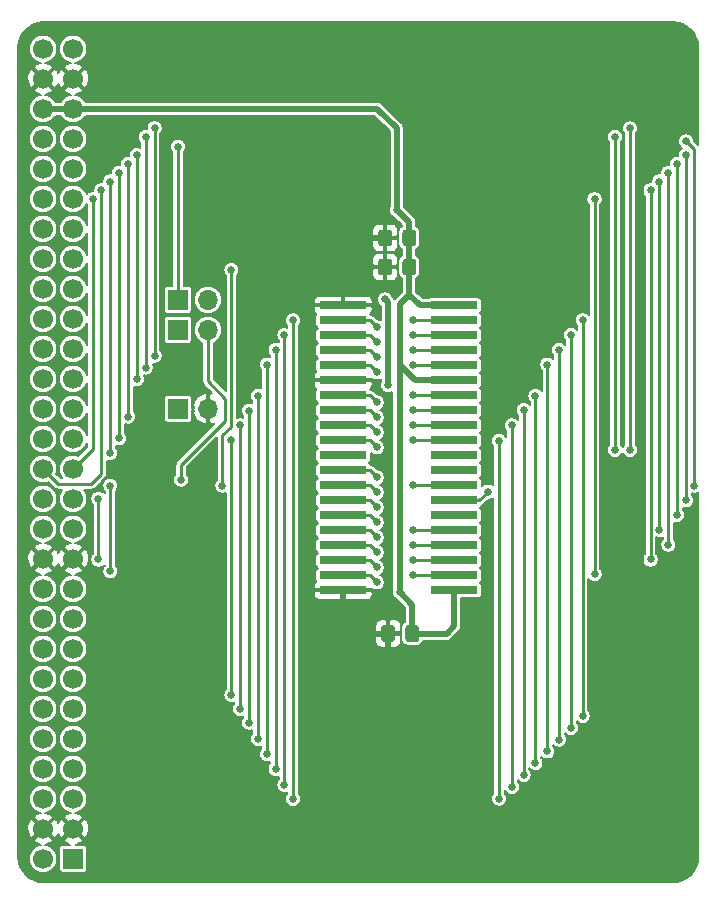
<source format=gbl>
G04 #@! TF.GenerationSoftware,KiCad,Pcbnew,5.0.1*
G04 #@! TF.CreationDate,2019-01-27T10:15:17+11:00*
G04 #@! TF.ProjectId,a501 dram based design,61353031206472616D20626173656420,1.0*
G04 #@! TF.SameCoordinates,Original*
G04 #@! TF.FileFunction,Copper,L2,Bot,Signal*
G04 #@! TF.FilePolarity,Positive*
%FSLAX46Y46*%
G04 Gerber Fmt 4.6, Leading zero omitted, Abs format (unit mm)*
G04 Created by KiCad (PCBNEW 5.0.1) date Sun 27 Jan 2019 10:15:17 AEDT*
%MOMM*%
%LPD*%
G01*
G04 APERTURE LIST*
G04 #@! TA.AperFunction,SMDPad,CuDef*
%ADD10R,4.000000X0.635000*%
G04 #@! TD*
G04 #@! TA.AperFunction,ComponentPad*
%ADD11R,1.700000X1.700000*%
G04 #@! TD*
G04 #@! TA.AperFunction,ComponentPad*
%ADD12O,1.700000X1.700000*%
G04 #@! TD*
G04 #@! TA.AperFunction,ComponentPad*
%ADD13C,1.700000*%
G04 #@! TD*
G04 #@! TA.AperFunction,Conductor*
%ADD14C,0.100000*%
G04 #@! TD*
G04 #@! TA.AperFunction,SMDPad,CuDef*
%ADD15C,1.150000*%
G04 #@! TD*
G04 #@! TA.AperFunction,ViaPad*
%ADD16C,0.650000*%
G04 #@! TD*
G04 #@! TA.AperFunction,Conductor*
%ADD17C,0.500000*%
G04 #@! TD*
G04 #@! TA.AperFunction,Conductor*
%ADD18C,0.254000*%
G04 #@! TD*
G04 #@! TA.AperFunction,Conductor*
%ADD19C,0.203200*%
G04 #@! TD*
G04 APERTURE END LIST*
D10*
G04 #@! TO.P,U2,20*
G04 #@! TO.N,+5V*
X182120000Y-102362000D03*
G04 #@! TO.P,U2,21*
G04 #@! TO.N,GND*
X172720000Y-102362000D03*
G04 #@! TO.P,U2,19*
G04 #@! TO.N,/A3*
X182120000Y-101092000D03*
G04 #@! TO.P,U2,22*
G04 #@! TO.N,/A4*
X172720000Y-101092000D03*
G04 #@! TO.P,U2,18*
G04 #@! TO.N,/A2*
X182120000Y-99822000D03*
G04 #@! TO.P,U2,23*
G04 #@! TO.N,/A5*
X172720000Y-99822000D03*
G04 #@! TO.P,U2,17*
G04 #@! TO.N,/A1*
X182120000Y-98552000D03*
G04 #@! TO.P,U2,24*
G04 #@! TO.N,/A6*
X172720000Y-98552000D03*
G04 #@! TO.P,U2,16*
G04 #@! TO.N,/A0*
X182120000Y-97282000D03*
G04 #@! TO.P,U2,25*
G04 #@! TO.N,/A7*
X172720000Y-97282000D03*
G04 #@! TO.P,U2,15*
G04 #@! TO.N,N/C*
X182120000Y-96012000D03*
G04 #@! TO.P,U2,26*
G04 #@! TO.N,/A8*
X172720000Y-96012000D03*
G04 #@! TO.P,U2,14*
G04 #@! TO.N,/~RAS1out*
X182120000Y-94742000D03*
G04 #@! TO.P,U2,27*
G04 #@! TO.N,/~OE*
X172720000Y-94742000D03*
G04 #@! TO.P,U2,13*
G04 #@! TO.N,/~WE*
X182120000Y-93472000D03*
G04 #@! TO.P,U2,28*
G04 #@! TO.N,/~CASU*
X172720000Y-93472000D03*
G04 #@! TO.P,U2,12*
G04 #@! TO.N,N/C*
X182120000Y-92202000D03*
G04 #@! TO.P,U2,29*
G04 #@! TO.N,/~CASL*
X172720000Y-92202000D03*
G04 #@! TO.P,U2,11*
G04 #@! TO.N,N/C*
X182120000Y-90932000D03*
G04 #@! TO.P,U2,30*
X172720000Y-90932000D03*
G04 #@! TO.P,U2,10*
G04 #@! TO.N,/DQ7*
X182120000Y-89662000D03*
G04 #@! TO.P,U2,31*
G04 #@! TO.N,/DQ8*
X172720000Y-89662000D03*
G04 #@! TO.P,U2,9*
G04 #@! TO.N,/DQ6*
X182120000Y-88392000D03*
G04 #@! TO.P,U2,32*
G04 #@! TO.N,/DQ9*
X172720000Y-88392000D03*
G04 #@! TO.P,U2,8*
G04 #@! TO.N,/DQ5*
X182120000Y-87122000D03*
G04 #@! TO.P,U2,33*
G04 #@! TO.N,/DQ10*
X172720000Y-87122000D03*
G04 #@! TO.P,U2,7*
G04 #@! TO.N,/DQ4*
X182120000Y-85852000D03*
G04 #@! TO.P,U2,34*
G04 #@! TO.N,/DQ11*
X172720000Y-85852000D03*
G04 #@! TO.P,U2,6*
G04 #@! TO.N,+5V*
X182120000Y-84582000D03*
G04 #@! TO.P,U2,35*
G04 #@! TO.N,GND*
X172720000Y-84582000D03*
G04 #@! TO.P,U2,5*
G04 #@! TO.N,/DQ3*
X182120000Y-83312000D03*
G04 #@! TO.P,U2,36*
G04 #@! TO.N,/DQ12*
X172720000Y-83312000D03*
G04 #@! TO.P,U2,4*
G04 #@! TO.N,/DQ2*
X182120000Y-82042000D03*
G04 #@! TO.P,U2,37*
G04 #@! TO.N,/DQ13*
X172720000Y-82042000D03*
G04 #@! TO.P,U2,3*
G04 #@! TO.N,/DQ1*
X182120000Y-80772000D03*
G04 #@! TO.P,U2,38*
G04 #@! TO.N,/DQ14*
X172720000Y-80772000D03*
G04 #@! TO.P,U2,2*
G04 #@! TO.N,/DQ0*
X182120000Y-79502000D03*
G04 #@! TO.P,U2,39*
G04 #@! TO.N,/DQ15*
X172720000Y-79502000D03*
G04 #@! TO.P,U2,1*
G04 #@! TO.N,+5V*
X182120000Y-78232000D03*
G04 #@! TO.P,U2,40*
G04 #@! TO.N,GND*
X172720000Y-78232000D03*
G04 #@! TD*
D11*
G04 #@! TO.P,JP1,1*
G04 #@! TO.N,/~EXTICK*
X158750000Y-87000000D03*
D12*
G04 #@! TO.P,JP1,2*
G04 #@! TO.N,GND*
X161290000Y-87000000D03*
G04 #@! TD*
D11*
G04 #@! TO.P,JP2,1*
G04 #@! TO.N,/~RAS0*
X158724000Y-80306000D03*
D12*
G04 #@! TO.P,JP2,2*
G04 #@! TO.N,Net-(JP2-Pad2)*
X161264000Y-80306000D03*
G04 #@! TD*
D11*
G04 #@! TO.P,JP3,1*
G04 #@! TO.N,Net-(JP3-Pad1)*
X158724000Y-77766000D03*
D12*
G04 #@! TO.P,JP3,2*
G04 #@! TO.N,/~RAS1*
X161264000Y-77766000D03*
G04 #@! TD*
D13*
G04 #@! TO.P,J1,2*
G04 #@! TO.N,N/C*
X147320000Y-125095000D03*
D11*
G04 #@! TO.P,J1,1*
X149860000Y-125095000D03*
D13*
G04 #@! TO.P,J1,3*
G04 #@! TO.N,GND*
X149860000Y-122555000D03*
G04 #@! TO.P,J1,4*
X147320000Y-122555000D03*
G04 #@! TO.P,J1,5*
G04 #@! TO.N,/DQ0*
X149860000Y-120015000D03*
G04 #@! TO.P,J1,6*
G04 #@! TO.N,/DQ1*
X147320000Y-120015000D03*
G04 #@! TO.P,J1,7*
G04 #@! TO.N,/DQ2*
X149860000Y-117475000D03*
G04 #@! TO.P,J1,8*
G04 #@! TO.N,/DQ3*
X147320000Y-117475000D03*
G04 #@! TO.P,J1,9*
G04 #@! TO.N,/DQ4*
X149860000Y-114935000D03*
G04 #@! TO.P,J1,10*
G04 #@! TO.N,/DQ5*
X147320000Y-114935000D03*
G04 #@! TO.P,J1,11*
G04 #@! TO.N,/DQ6*
X149860000Y-112395000D03*
G04 #@! TO.P,J1,12*
G04 #@! TO.N,/DQ7*
X147320000Y-112395000D03*
G04 #@! TO.P,J1,13*
G04 #@! TO.N,/DQ8*
X149860000Y-109855000D03*
G04 #@! TO.P,J1,14*
G04 #@! TO.N,/DQ9*
X147320000Y-109855000D03*
G04 #@! TO.P,J1,15*
G04 #@! TO.N,/DQ10*
X149860000Y-107315000D03*
G04 #@! TO.P,J1,16*
G04 #@! TO.N,/DQ11*
X147320000Y-107315000D03*
G04 #@! TO.P,J1,17*
G04 #@! TO.N,/DQ12*
X149860000Y-104775000D03*
G04 #@! TO.P,J1,18*
G04 #@! TO.N,/DQ13*
X147320000Y-104775000D03*
G04 #@! TO.P,J1,19*
G04 #@! TO.N,/DQ14*
X149860000Y-102235000D03*
G04 #@! TO.P,J1,20*
G04 #@! TO.N,/DQ15*
X147320000Y-102235000D03*
G04 #@! TO.P,J1,21*
G04 #@! TO.N,GND*
X149860000Y-99695000D03*
G04 #@! TO.P,J1,22*
X147320000Y-99695000D03*
G04 #@! TO.P,J1,23*
G04 #@! TO.N,Net-(J1-Pad23)*
X149860000Y-97155000D03*
G04 #@! TO.P,J1,24*
G04 #@! TO.N,Net-(J1-Pad24)*
X147320000Y-97155000D03*
G04 #@! TO.P,J1,25*
G04 #@! TO.N,Net-(J1-Pad25)*
X149860000Y-94615000D03*
G04 #@! TO.P,J1,26*
G04 #@! TO.N,Net-(J1-Pad26)*
X147320000Y-94615000D03*
G04 #@! TO.P,J1,27*
G04 #@! TO.N,Net-(J1-Pad27)*
X149860000Y-92075000D03*
G04 #@! TO.P,J1,28*
G04 #@! TO.N,Net-(J1-Pad28)*
X147320000Y-92075000D03*
G04 #@! TO.P,J1,29*
G04 #@! TO.N,Net-(J1-Pad29)*
X149860000Y-89535000D03*
G04 #@! TO.P,J1,30*
G04 #@! TO.N,Net-(J1-Pad30)*
X147320000Y-89535000D03*
G04 #@! TO.P,J1,31*
G04 #@! TO.N,Net-(J1-Pad31)*
X149860000Y-86995000D03*
G04 #@! TO.P,J1,32*
G04 #@! TO.N,/~EXTICK*
X147320000Y-86995000D03*
G04 #@! TO.P,J1,33*
G04 #@! TO.N,N/C*
X149860000Y-84455000D03*
G04 #@! TO.P,J1,34*
G04 #@! TO.N,Net-(J1-Pad34)*
X147320000Y-84455000D03*
G04 #@! TO.P,J1,35*
G04 #@! TO.N,Net-(J1-Pad35)*
X149860000Y-81915000D03*
G04 #@! TO.P,J1,36*
G04 #@! TO.N,Net-(J1-Pad36)*
X147320000Y-81915000D03*
G04 #@! TO.P,J1,37*
G04 #@! TO.N,/~RAS0*
X149860000Y-79375000D03*
G04 #@! TO.P,J1,38*
G04 #@! TO.N,/~RAS1*
X147320000Y-79375000D03*
G04 #@! TO.P,J1,39*
G04 #@! TO.N,Net-(J1-Pad39)*
X149860000Y-76835000D03*
G04 #@! TO.P,J1,40*
G04 #@! TO.N,N/C*
X147320000Y-76835000D03*
G04 #@! TO.P,J1,41*
X149860000Y-74295000D03*
G04 #@! TO.P,J1,42*
X147320000Y-74295000D03*
G04 #@! TO.P,J1,43*
X149860000Y-71755000D03*
G04 #@! TO.P,J1,44*
X147320000Y-71755000D03*
G04 #@! TO.P,J1,45*
X149860000Y-69215000D03*
G04 #@! TO.P,J1,46*
X147320000Y-69215000D03*
G04 #@! TO.P,J1,47*
X149860000Y-66675000D03*
G04 #@! TO.P,J1,48*
X147320000Y-66675000D03*
G04 #@! TO.P,J1,49*
X149860000Y-64135000D03*
G04 #@! TO.P,J1,50*
X147320000Y-64135000D03*
G04 #@! TO.P,J1,51*
G04 #@! TO.N,+5V*
X149860000Y-61595000D03*
G04 #@! TO.P,J1,52*
X147320000Y-61595000D03*
G04 #@! TO.P,J1,53*
G04 #@! TO.N,GND*
X149860000Y-59055000D03*
G04 #@! TO.P,J1,54*
X147320000Y-59055000D03*
G04 #@! TO.P,J1,55*
G04 #@! TO.N,N/C*
X149860000Y-56515000D03*
G04 #@! TO.P,J1,56*
X147320000Y-56515000D03*
G04 #@! TD*
D14*
G04 #@! TO.N,+5V*
G04 #@! TO.C,C4*
G36*
X178666505Y-71818204D02*
X178690773Y-71821804D01*
X178714572Y-71827765D01*
X178737671Y-71836030D01*
X178759850Y-71846520D01*
X178780893Y-71859132D01*
X178800599Y-71873747D01*
X178818777Y-71890223D01*
X178835253Y-71908401D01*
X178849868Y-71928107D01*
X178862480Y-71949150D01*
X178872970Y-71971329D01*
X178881235Y-71994428D01*
X178887196Y-72018227D01*
X178890796Y-72042495D01*
X178892000Y-72066999D01*
X178892000Y-72967001D01*
X178890796Y-72991505D01*
X178887196Y-73015773D01*
X178881235Y-73039572D01*
X178872970Y-73062671D01*
X178862480Y-73084850D01*
X178849868Y-73105893D01*
X178835253Y-73125599D01*
X178818777Y-73143777D01*
X178800599Y-73160253D01*
X178780893Y-73174868D01*
X178759850Y-73187480D01*
X178737671Y-73197970D01*
X178714572Y-73206235D01*
X178690773Y-73212196D01*
X178666505Y-73215796D01*
X178642001Y-73217000D01*
X177991999Y-73217000D01*
X177967495Y-73215796D01*
X177943227Y-73212196D01*
X177919428Y-73206235D01*
X177896329Y-73197970D01*
X177874150Y-73187480D01*
X177853107Y-73174868D01*
X177833401Y-73160253D01*
X177815223Y-73143777D01*
X177798747Y-73125599D01*
X177784132Y-73105893D01*
X177771520Y-73084850D01*
X177761030Y-73062671D01*
X177752765Y-73039572D01*
X177746804Y-73015773D01*
X177743204Y-72991505D01*
X177742000Y-72967001D01*
X177742000Y-72066999D01*
X177743204Y-72042495D01*
X177746804Y-72018227D01*
X177752765Y-71994428D01*
X177761030Y-71971329D01*
X177771520Y-71949150D01*
X177784132Y-71928107D01*
X177798747Y-71908401D01*
X177815223Y-71890223D01*
X177833401Y-71873747D01*
X177853107Y-71859132D01*
X177874150Y-71846520D01*
X177896329Y-71836030D01*
X177919428Y-71827765D01*
X177943227Y-71821804D01*
X177967495Y-71818204D01*
X177991999Y-71817000D01*
X178642001Y-71817000D01*
X178666505Y-71818204D01*
X178666505Y-71818204D01*
G37*
D15*
G04 #@! TD*
G04 #@! TO.P,C4,1*
G04 #@! TO.N,+5V*
X178317000Y-72517000D03*
D14*
G04 #@! TO.N,GND*
G04 #@! TO.C,C4*
G36*
X176616505Y-71818204D02*
X176640773Y-71821804D01*
X176664572Y-71827765D01*
X176687671Y-71836030D01*
X176709850Y-71846520D01*
X176730893Y-71859132D01*
X176750599Y-71873747D01*
X176768777Y-71890223D01*
X176785253Y-71908401D01*
X176799868Y-71928107D01*
X176812480Y-71949150D01*
X176822970Y-71971329D01*
X176831235Y-71994428D01*
X176837196Y-72018227D01*
X176840796Y-72042495D01*
X176842000Y-72066999D01*
X176842000Y-72967001D01*
X176840796Y-72991505D01*
X176837196Y-73015773D01*
X176831235Y-73039572D01*
X176822970Y-73062671D01*
X176812480Y-73084850D01*
X176799868Y-73105893D01*
X176785253Y-73125599D01*
X176768777Y-73143777D01*
X176750599Y-73160253D01*
X176730893Y-73174868D01*
X176709850Y-73187480D01*
X176687671Y-73197970D01*
X176664572Y-73206235D01*
X176640773Y-73212196D01*
X176616505Y-73215796D01*
X176592001Y-73217000D01*
X175941999Y-73217000D01*
X175917495Y-73215796D01*
X175893227Y-73212196D01*
X175869428Y-73206235D01*
X175846329Y-73197970D01*
X175824150Y-73187480D01*
X175803107Y-73174868D01*
X175783401Y-73160253D01*
X175765223Y-73143777D01*
X175748747Y-73125599D01*
X175734132Y-73105893D01*
X175721520Y-73084850D01*
X175711030Y-73062671D01*
X175702765Y-73039572D01*
X175696804Y-73015773D01*
X175693204Y-72991505D01*
X175692000Y-72967001D01*
X175692000Y-72066999D01*
X175693204Y-72042495D01*
X175696804Y-72018227D01*
X175702765Y-71994428D01*
X175711030Y-71971329D01*
X175721520Y-71949150D01*
X175734132Y-71928107D01*
X175748747Y-71908401D01*
X175765223Y-71890223D01*
X175783401Y-71873747D01*
X175803107Y-71859132D01*
X175824150Y-71846520D01*
X175846329Y-71836030D01*
X175869428Y-71827765D01*
X175893227Y-71821804D01*
X175917495Y-71818204D01*
X175941999Y-71817000D01*
X176592001Y-71817000D01*
X176616505Y-71818204D01*
X176616505Y-71818204D01*
G37*
D15*
G04 #@! TD*
G04 #@! TO.P,C4,2*
G04 #@! TO.N,GND*
X176267000Y-72517000D03*
D14*
G04 #@! TO.N,GND*
G04 #@! TO.C,C5*
G36*
X176616505Y-74294704D02*
X176640773Y-74298304D01*
X176664572Y-74304265D01*
X176687671Y-74312530D01*
X176709850Y-74323020D01*
X176730893Y-74335632D01*
X176750599Y-74350247D01*
X176768777Y-74366723D01*
X176785253Y-74384901D01*
X176799868Y-74404607D01*
X176812480Y-74425650D01*
X176822970Y-74447829D01*
X176831235Y-74470928D01*
X176837196Y-74494727D01*
X176840796Y-74518995D01*
X176842000Y-74543499D01*
X176842000Y-75443501D01*
X176840796Y-75468005D01*
X176837196Y-75492273D01*
X176831235Y-75516072D01*
X176822970Y-75539171D01*
X176812480Y-75561350D01*
X176799868Y-75582393D01*
X176785253Y-75602099D01*
X176768777Y-75620277D01*
X176750599Y-75636753D01*
X176730893Y-75651368D01*
X176709850Y-75663980D01*
X176687671Y-75674470D01*
X176664572Y-75682735D01*
X176640773Y-75688696D01*
X176616505Y-75692296D01*
X176592001Y-75693500D01*
X175941999Y-75693500D01*
X175917495Y-75692296D01*
X175893227Y-75688696D01*
X175869428Y-75682735D01*
X175846329Y-75674470D01*
X175824150Y-75663980D01*
X175803107Y-75651368D01*
X175783401Y-75636753D01*
X175765223Y-75620277D01*
X175748747Y-75602099D01*
X175734132Y-75582393D01*
X175721520Y-75561350D01*
X175711030Y-75539171D01*
X175702765Y-75516072D01*
X175696804Y-75492273D01*
X175693204Y-75468005D01*
X175692000Y-75443501D01*
X175692000Y-74543499D01*
X175693204Y-74518995D01*
X175696804Y-74494727D01*
X175702765Y-74470928D01*
X175711030Y-74447829D01*
X175721520Y-74425650D01*
X175734132Y-74404607D01*
X175748747Y-74384901D01*
X175765223Y-74366723D01*
X175783401Y-74350247D01*
X175803107Y-74335632D01*
X175824150Y-74323020D01*
X175846329Y-74312530D01*
X175869428Y-74304265D01*
X175893227Y-74298304D01*
X175917495Y-74294704D01*
X175941999Y-74293500D01*
X176592001Y-74293500D01*
X176616505Y-74294704D01*
X176616505Y-74294704D01*
G37*
D15*
G04 #@! TD*
G04 #@! TO.P,C5,2*
G04 #@! TO.N,GND*
X176267000Y-74993500D03*
D14*
G04 #@! TO.N,+5V*
G04 #@! TO.C,C5*
G36*
X178666505Y-74294704D02*
X178690773Y-74298304D01*
X178714572Y-74304265D01*
X178737671Y-74312530D01*
X178759850Y-74323020D01*
X178780893Y-74335632D01*
X178800599Y-74350247D01*
X178818777Y-74366723D01*
X178835253Y-74384901D01*
X178849868Y-74404607D01*
X178862480Y-74425650D01*
X178872970Y-74447829D01*
X178881235Y-74470928D01*
X178887196Y-74494727D01*
X178890796Y-74518995D01*
X178892000Y-74543499D01*
X178892000Y-75443501D01*
X178890796Y-75468005D01*
X178887196Y-75492273D01*
X178881235Y-75516072D01*
X178872970Y-75539171D01*
X178862480Y-75561350D01*
X178849868Y-75582393D01*
X178835253Y-75602099D01*
X178818777Y-75620277D01*
X178800599Y-75636753D01*
X178780893Y-75651368D01*
X178759850Y-75663980D01*
X178737671Y-75674470D01*
X178714572Y-75682735D01*
X178690773Y-75688696D01*
X178666505Y-75692296D01*
X178642001Y-75693500D01*
X177991999Y-75693500D01*
X177967495Y-75692296D01*
X177943227Y-75688696D01*
X177919428Y-75682735D01*
X177896329Y-75674470D01*
X177874150Y-75663980D01*
X177853107Y-75651368D01*
X177833401Y-75636753D01*
X177815223Y-75620277D01*
X177798747Y-75602099D01*
X177784132Y-75582393D01*
X177771520Y-75561350D01*
X177761030Y-75539171D01*
X177752765Y-75516072D01*
X177746804Y-75492273D01*
X177743204Y-75468005D01*
X177742000Y-75443501D01*
X177742000Y-74543499D01*
X177743204Y-74518995D01*
X177746804Y-74494727D01*
X177752765Y-74470928D01*
X177761030Y-74447829D01*
X177771520Y-74425650D01*
X177784132Y-74404607D01*
X177798747Y-74384901D01*
X177815223Y-74366723D01*
X177833401Y-74350247D01*
X177853107Y-74335632D01*
X177874150Y-74323020D01*
X177896329Y-74312530D01*
X177919428Y-74304265D01*
X177943227Y-74298304D01*
X177967495Y-74294704D01*
X177991999Y-74293500D01*
X178642001Y-74293500D01*
X178666505Y-74294704D01*
X178666505Y-74294704D01*
G37*
D15*
G04 #@! TD*
G04 #@! TO.P,C5,1*
G04 #@! TO.N,+5V*
X178317000Y-74993500D03*
D14*
G04 #@! TO.N,+5V*
G04 #@! TO.C,C6*
G36*
X178920505Y-105320804D02*
X178944773Y-105324404D01*
X178968572Y-105330365D01*
X178991671Y-105338630D01*
X179013850Y-105349120D01*
X179034893Y-105361732D01*
X179054599Y-105376347D01*
X179072777Y-105392823D01*
X179089253Y-105411001D01*
X179103868Y-105430707D01*
X179116480Y-105451750D01*
X179126970Y-105473929D01*
X179135235Y-105497028D01*
X179141196Y-105520827D01*
X179144796Y-105545095D01*
X179146000Y-105569599D01*
X179146000Y-106469601D01*
X179144796Y-106494105D01*
X179141196Y-106518373D01*
X179135235Y-106542172D01*
X179126970Y-106565271D01*
X179116480Y-106587450D01*
X179103868Y-106608493D01*
X179089253Y-106628199D01*
X179072777Y-106646377D01*
X179054599Y-106662853D01*
X179034893Y-106677468D01*
X179013850Y-106690080D01*
X178991671Y-106700570D01*
X178968572Y-106708835D01*
X178944773Y-106714796D01*
X178920505Y-106718396D01*
X178896001Y-106719600D01*
X178245999Y-106719600D01*
X178221495Y-106718396D01*
X178197227Y-106714796D01*
X178173428Y-106708835D01*
X178150329Y-106700570D01*
X178128150Y-106690080D01*
X178107107Y-106677468D01*
X178087401Y-106662853D01*
X178069223Y-106646377D01*
X178052747Y-106628199D01*
X178038132Y-106608493D01*
X178025520Y-106587450D01*
X178015030Y-106565271D01*
X178006765Y-106542172D01*
X178000804Y-106518373D01*
X177997204Y-106494105D01*
X177996000Y-106469601D01*
X177996000Y-105569599D01*
X177997204Y-105545095D01*
X178000804Y-105520827D01*
X178006765Y-105497028D01*
X178015030Y-105473929D01*
X178025520Y-105451750D01*
X178038132Y-105430707D01*
X178052747Y-105411001D01*
X178069223Y-105392823D01*
X178087401Y-105376347D01*
X178107107Y-105361732D01*
X178128150Y-105349120D01*
X178150329Y-105338630D01*
X178173428Y-105330365D01*
X178197227Y-105324404D01*
X178221495Y-105320804D01*
X178245999Y-105319600D01*
X178896001Y-105319600D01*
X178920505Y-105320804D01*
X178920505Y-105320804D01*
G37*
D15*
G04 #@! TD*
G04 #@! TO.P,C6,1*
G04 #@! TO.N,+5V*
X178571000Y-106019600D03*
D14*
G04 #@! TO.N,GND*
G04 #@! TO.C,C6*
G36*
X176870505Y-105320804D02*
X176894773Y-105324404D01*
X176918572Y-105330365D01*
X176941671Y-105338630D01*
X176963850Y-105349120D01*
X176984893Y-105361732D01*
X177004599Y-105376347D01*
X177022777Y-105392823D01*
X177039253Y-105411001D01*
X177053868Y-105430707D01*
X177066480Y-105451750D01*
X177076970Y-105473929D01*
X177085235Y-105497028D01*
X177091196Y-105520827D01*
X177094796Y-105545095D01*
X177096000Y-105569599D01*
X177096000Y-106469601D01*
X177094796Y-106494105D01*
X177091196Y-106518373D01*
X177085235Y-106542172D01*
X177076970Y-106565271D01*
X177066480Y-106587450D01*
X177053868Y-106608493D01*
X177039253Y-106628199D01*
X177022777Y-106646377D01*
X177004599Y-106662853D01*
X176984893Y-106677468D01*
X176963850Y-106690080D01*
X176941671Y-106700570D01*
X176918572Y-106708835D01*
X176894773Y-106714796D01*
X176870505Y-106718396D01*
X176846001Y-106719600D01*
X176195999Y-106719600D01*
X176171495Y-106718396D01*
X176147227Y-106714796D01*
X176123428Y-106708835D01*
X176100329Y-106700570D01*
X176078150Y-106690080D01*
X176057107Y-106677468D01*
X176037401Y-106662853D01*
X176019223Y-106646377D01*
X176002747Y-106628199D01*
X175988132Y-106608493D01*
X175975520Y-106587450D01*
X175965030Y-106565271D01*
X175956765Y-106542172D01*
X175950804Y-106518373D01*
X175947204Y-106494105D01*
X175946000Y-106469601D01*
X175946000Y-105569599D01*
X175947204Y-105545095D01*
X175950804Y-105520827D01*
X175956765Y-105497028D01*
X175965030Y-105473929D01*
X175975520Y-105451750D01*
X175988132Y-105430707D01*
X176002747Y-105411001D01*
X176019223Y-105392823D01*
X176037401Y-105376347D01*
X176057107Y-105361732D01*
X176078150Y-105349120D01*
X176100329Y-105338630D01*
X176123428Y-105330365D01*
X176147227Y-105324404D01*
X176171495Y-105320804D01*
X176195999Y-105319600D01*
X176846001Y-105319600D01*
X176870505Y-105320804D01*
X176870505Y-105320804D01*
G37*
D15*
G04 #@! TD*
G04 #@! TO.P,C6,2*
G04 #@! TO.N,GND*
X176521000Y-106019600D03*
D16*
G04 #@! TO.N,+5V*
X176500000Y-85000000D03*
X176267000Y-77733000D03*
X177500000Y-102500000D03*
X177250000Y-70150000D03*
G04 #@! TO.N,GND*
X180249962Y-72500000D03*
X174250000Y-72500000D03*
X177500000Y-108750000D03*
G04 #@! TO.N,/DQ0*
X168485000Y-120015000D03*
X168485000Y-79515000D03*
X178600000Y-79502000D03*
G04 #@! TO.N,/DQ1*
X167750000Y-118834799D03*
X167750000Y-80750000D03*
X178600000Y-80772000D03*
G04 #@! TO.N,/DQ2*
X167000000Y-117500000D03*
X167000000Y-82000000D03*
X178600000Y-82042000D03*
G04 #@! TO.N,/DQ3*
X166250000Y-116250000D03*
X166250000Y-83250000D03*
X178600000Y-83312000D03*
G04 #@! TO.N,/DQ4*
X165500000Y-114935000D03*
X165500000Y-85900006D03*
X178600000Y-85852000D03*
G04 #@! TO.N,/DQ5*
X164750000Y-113575201D03*
X164750000Y-87150000D03*
X178600000Y-87122000D03*
G04 #@! TO.N,/DQ6*
X164000000Y-112395000D03*
X164000000Y-88400000D03*
X178600000Y-88392000D03*
G04 #@! TO.N,/DQ7*
X163250000Y-111214799D03*
X163250000Y-89650000D03*
X178600000Y-89662000D03*
G04 #@! TO.N,/DQ8*
X175556401Y-90266401D03*
X185895000Y-89695000D03*
X185900000Y-120000000D03*
G04 #@! TO.N,/DQ9*
X175556401Y-88996401D03*
X187000000Y-119000000D03*
X187000000Y-88400000D03*
G04 #@! TO.N,/DQ10*
X175556401Y-87726401D03*
X188000000Y-118000000D03*
X188000000Y-87100000D03*
G04 #@! TO.N,/DQ11*
X175556401Y-86456401D03*
X189000000Y-117000000D03*
X189000000Y-85900000D03*
G04 #@! TO.N,/DQ12*
X175556401Y-83916401D03*
X190000000Y-116000000D03*
X190000000Y-83250000D03*
G04 #@! TO.N,/DQ13*
X175556401Y-82646401D03*
X191000000Y-115000000D03*
X191000000Y-82000000D03*
G04 #@! TO.N,/DQ14*
X175556401Y-81376401D03*
X192000000Y-114000000D03*
X192000000Y-80750000D03*
G04 #@! TO.N,/DQ15*
X175556401Y-80106401D03*
X193000000Y-113000000D03*
X193000000Y-79500000D03*
G04 #@! TO.N,Net-(J1-Pad25)*
X152000000Y-99750000D03*
X152000000Y-94600000D03*
G04 #@! TO.N,Net-(J1-Pad26)*
X153000000Y-93500000D03*
X153000000Y-100750000D03*
G04 #@! TO.N,Net-(J1-Pad27)*
X194000000Y-101000000D03*
X194000000Y-69250000D03*
X151500000Y-69250000D03*
G04 #@! TO.N,Net-(J1-Pad28)*
X198750000Y-99750000D03*
X198750000Y-68500000D03*
X152250000Y-68500000D03*
G04 #@! TO.N,Net-(J1-Pad29)*
X200250000Y-98500000D03*
X200250000Y-67000000D03*
X153750000Y-67000000D03*
X153750000Y-89500000D03*
G04 #@! TO.N,Net-(J1-Pad30)*
X199500000Y-97250000D03*
X199500000Y-67750000D03*
X152999982Y-67750000D03*
X153000000Y-90750000D03*
G04 #@! TO.N,Net-(J1-Pad31)*
X201000000Y-66250000D03*
X154500020Y-66250000D03*
X154500000Y-87655200D03*
X201000000Y-96000000D03*
G04 #@! TO.N,Net-(J1-Pad34)*
X201750000Y-94750000D03*
X201750000Y-65500000D03*
X155250000Y-65500000D03*
X155250000Y-84500000D03*
G04 #@! TO.N,Net-(J1-Pad35)*
X156000000Y-64000000D03*
X156000000Y-83500064D03*
X195750000Y-90500000D03*
X195750000Y-64000000D03*
G04 #@! TO.N,Net-(J1-Pad36)*
X156750000Y-82500000D03*
X156750000Y-63250000D03*
X197000000Y-90500000D03*
X197000000Y-63250000D03*
G04 #@! TO.N,Net-(J1-Pad39)*
X162500000Y-93500000D03*
X163249990Y-75250000D03*
G04 #@! TO.N,/~RAS1out*
X185000000Y-94000000D03*
G04 #@! TO.N,/A0*
X178600000Y-97282000D03*
G04 #@! TO.N,/A2*
X178600000Y-99822000D03*
G04 #@! TO.N,/A4*
X175556401Y-101696401D03*
G04 #@! TO.N,/A6*
X175556401Y-99156401D03*
G04 #@! TO.N,/A8*
X175556401Y-96616401D03*
G04 #@! TO.N,/~CASL*
X175556401Y-92806401D03*
G04 #@! TO.N,/~WE*
X178600000Y-93472000D03*
G04 #@! TO.N,/A1*
X178600000Y-98552000D03*
G04 #@! TO.N,/A3*
X178600000Y-101092000D03*
G04 #@! TO.N,/A5*
X175556401Y-100426401D03*
G04 #@! TO.N,/A7*
X175556401Y-97886401D03*
G04 #@! TO.N,/~OE*
X175556401Y-95346401D03*
G04 #@! TO.N,/~CASU*
X175556401Y-94076401D03*
G04 #@! TO.N,Net-(JP2-Pad2)*
X159000000Y-93000000D03*
G04 #@! TO.N,Net-(JP3-Pad1)*
X202405200Y-93500000D03*
X158750000Y-64800000D03*
X201750000Y-64350000D03*
G04 #@! TD*
D17*
G04 #@! TO.N,+5V*
X147320000Y-61595000D02*
X149860000Y-61595000D01*
X178317000Y-74993500D02*
X178317000Y-77317000D01*
X179232000Y-78232000D02*
X182120000Y-78232000D01*
X178317000Y-77317000D02*
X179232000Y-78232000D01*
X178793446Y-84582000D02*
X179620000Y-84582000D01*
X177500000Y-83288554D02*
X178793446Y-84582000D01*
X178317000Y-77317000D02*
X177500000Y-78134000D01*
X179620000Y-84582000D02*
X182120000Y-84582000D01*
X177500000Y-78134000D02*
X177500000Y-83288554D01*
X178483000Y-72517000D02*
X178317000Y-72517000D01*
X176500000Y-85000000D02*
X176500000Y-77966000D01*
X176500000Y-77966000D02*
X176267000Y-77733000D01*
X178571000Y-103571000D02*
X178571000Y-106019600D01*
X177500000Y-83288554D02*
X177500000Y-102500000D01*
X177500000Y-102500000D02*
X178571000Y-103571000D01*
X178571000Y-106019600D02*
X181480400Y-106019600D01*
X182120000Y-105380000D02*
X182120000Y-102362000D01*
X181480400Y-106019600D02*
X182120000Y-105380000D01*
X177500000Y-102500000D02*
X177500000Y-102500000D01*
X177250000Y-70150000D02*
X177300000Y-70200000D01*
X149860000Y-61595000D02*
X175595000Y-61595000D01*
X177250000Y-63250000D02*
X177250000Y-70150000D01*
X175595000Y-61595000D02*
X177250000Y-63250000D01*
X178317000Y-71217000D02*
X177250000Y-70150000D01*
X178317000Y-71300000D02*
X178317000Y-71217000D01*
X178317000Y-72517000D02*
X178317000Y-71300000D01*
X178317000Y-72517000D02*
X178317000Y-74993500D01*
G04 #@! TO.N,GND*
X176267000Y-72517000D02*
X174267000Y-72517000D01*
X174267000Y-72517000D02*
X174250000Y-72500000D01*
X176521000Y-106019600D02*
X173769600Y-106019600D01*
X172720000Y-104970000D02*
X172720000Y-102362000D01*
X173769600Y-106019600D02*
X172720000Y-104970000D01*
X176521000Y-107771000D02*
X177500000Y-108750000D01*
X176521000Y-106019600D02*
X176521000Y-107771000D01*
D18*
G04 #@! TO.N,/DQ0*
X168485000Y-120015000D02*
X168485000Y-79515000D01*
X179866000Y-79502000D02*
X178600000Y-79502000D01*
X182120000Y-79502000D02*
X179866000Y-79502000D01*
G04 #@! TO.N,/DQ1*
X167750000Y-118834799D02*
X167750000Y-80750000D01*
X179866000Y-80772000D02*
X178600000Y-80772000D01*
X182120000Y-80772000D02*
X179866000Y-80772000D01*
G04 #@! TO.N,/DQ2*
X167000000Y-117500000D02*
X167000000Y-82000000D01*
X179866000Y-82042000D02*
X178600000Y-82042000D01*
X182120000Y-82042000D02*
X179866000Y-82042000D01*
G04 #@! TO.N,/DQ3*
X166255202Y-87114498D02*
X166255202Y-86485502D01*
X166250000Y-116250000D02*
X166250000Y-87119700D01*
X166250000Y-83709619D02*
X166250000Y-83250000D01*
X166250000Y-86480300D02*
X166250000Y-83709619D01*
X166250000Y-87119700D02*
X166255202Y-87114498D01*
X166255202Y-86485502D02*
X166250000Y-86480300D01*
X182120000Y-83312000D02*
X179866000Y-83312000D01*
X179866000Y-83312000D02*
X178600000Y-83312000D01*
G04 #@! TO.N,/DQ4*
X165500000Y-114935000D02*
X165500000Y-85900006D01*
X182120000Y-85852000D02*
X179866000Y-85852000D01*
X179866000Y-85852000D02*
X178600000Y-85852000D01*
G04 #@! TO.N,/DQ5*
X164750000Y-113575201D02*
X164750000Y-87150000D01*
X182120000Y-87122000D02*
X179866000Y-87122000D01*
X179866000Y-87122000D02*
X178600000Y-87122000D01*
G04 #@! TO.N,/DQ6*
X164000000Y-112395000D02*
X164000000Y-88400000D01*
X182120000Y-88392000D02*
X179866000Y-88392000D01*
X179866000Y-88392000D02*
X178600000Y-88392000D01*
G04 #@! TO.N,/DQ7*
X163250000Y-111214799D02*
X163250000Y-89650000D01*
X182120000Y-89662000D02*
X179866000Y-89662000D01*
X179866000Y-89662000D02*
X178600000Y-89662000D01*
G04 #@! TO.N,/DQ8*
X175556401Y-90266401D02*
X174952000Y-89662000D01*
X174952000Y-89662000D02*
X172720000Y-89662000D01*
X185895000Y-109855000D02*
X185895000Y-89695000D01*
X185895000Y-110314619D02*
X185900000Y-110319619D01*
X185895000Y-109855000D02*
X185895000Y-110314619D01*
X185900000Y-110319619D02*
X185900000Y-120000000D01*
G04 #@! TO.N,/DQ9*
X175556401Y-88996401D02*
X174952000Y-88392000D01*
X174952000Y-88392000D02*
X172720000Y-88392000D01*
X187000000Y-119000000D02*
X187000000Y-88400000D01*
G04 #@! TO.N,/DQ10*
X175556401Y-87726401D02*
X174952000Y-87122000D01*
X174952000Y-87122000D02*
X172720000Y-87122000D01*
X188000000Y-118000000D02*
X188000000Y-88430302D01*
X188000000Y-88430302D02*
X188000000Y-87100000D01*
G04 #@! TO.N,/DQ11*
X175556401Y-86456401D02*
X174952000Y-85852000D01*
X174952000Y-85852000D02*
X172720000Y-85852000D01*
X189000000Y-117000000D02*
X189000000Y-85900000D01*
G04 #@! TO.N,/DQ12*
X175556401Y-83916401D02*
X174952000Y-83312000D01*
X174952000Y-83312000D02*
X172720000Y-83312000D01*
X190000000Y-116000000D02*
X190000000Y-83250000D01*
G04 #@! TO.N,/DQ13*
X175556401Y-82646401D02*
X174952000Y-82042000D01*
X174952000Y-82042000D02*
X172720000Y-82042000D01*
X191000000Y-115000000D02*
X191000000Y-82000000D01*
G04 #@! TO.N,/DQ14*
X175556401Y-81376401D02*
X174952000Y-80772000D01*
X174952000Y-80772000D02*
X172720000Y-80772000D01*
X192000000Y-114000000D02*
X192000000Y-80750000D01*
G04 #@! TO.N,/DQ15*
X175556401Y-80106401D02*
X174952000Y-79502000D01*
X174952000Y-79502000D02*
X172720000Y-79502000D01*
X193000000Y-113000000D02*
X193000000Y-79500000D01*
G04 #@! TO.N,Net-(J1-Pad25)*
X152000000Y-99750000D02*
X152000000Y-94600000D01*
G04 #@! TO.N,Net-(J1-Pad26)*
X153000000Y-93500000D02*
X153000000Y-100750000D01*
G04 #@! TO.N,Net-(J1-Pad27)*
X194000000Y-101000000D02*
X194000000Y-100540381D01*
X194000000Y-100540381D02*
X194000000Y-69250000D01*
X151500000Y-69709619D02*
X151500000Y-69250000D01*
X149860000Y-92075000D02*
X151500000Y-90435000D01*
X151500000Y-90435000D02*
X151500000Y-69709619D01*
G04 #@! TO.N,Net-(J1-Pad28)*
X198750000Y-99750000D02*
X198750000Y-68500000D01*
X152250000Y-92500000D02*
X152250000Y-68959619D01*
X151400000Y-93350000D02*
X152250000Y-92500000D01*
X152250000Y-68959619D02*
X152250000Y-68500000D01*
X148595000Y-93350000D02*
X151400000Y-93350000D01*
X147320000Y-92075000D02*
X148595000Y-93350000D01*
G04 #@! TO.N,Net-(J1-Pad29)*
X200250000Y-98500000D02*
X200250000Y-96500000D01*
X200250000Y-96500000D02*
X200250000Y-67000000D01*
X153750000Y-67000000D02*
X153750000Y-89500000D01*
G04 #@! TO.N,Net-(J1-Pad30)*
X199500000Y-97250000D02*
X199500000Y-67750000D01*
X152999982Y-90749982D02*
X153000000Y-90750000D01*
X152999982Y-67750000D02*
X152999982Y-90749982D01*
G04 #@! TO.N,Net-(J1-Pad31)*
X154500020Y-66250000D02*
X154500020Y-87655180D01*
X154500020Y-87655180D02*
X154500000Y-87655200D01*
X201000000Y-66250000D02*
X201000000Y-96000000D01*
G04 #@! TO.N,Net-(J1-Pad34)*
X201750000Y-94750000D02*
X201750000Y-65500000D01*
X155250000Y-65500000D02*
X155250000Y-84500000D01*
G04 #@! TO.N,Net-(J1-Pad35)*
X156000000Y-64000000D02*
X156000000Y-83500064D01*
X195750000Y-90500000D02*
X195750000Y-64000000D01*
G04 #@! TO.N,Net-(J1-Pad36)*
X156750000Y-82500000D02*
X156750000Y-63250000D01*
X197000000Y-90500000D02*
X197000000Y-63250000D01*
G04 #@! TO.N,Net-(J1-Pad39)*
X162500000Y-93500000D02*
X162500000Y-89250000D01*
X163250000Y-88500000D02*
X163250000Y-75250000D01*
X162500000Y-89250000D02*
X163250000Y-88500000D01*
G04 #@! TO.N,/~RAS1out*
X184258000Y-94742000D02*
X182120000Y-94742000D01*
X185000000Y-94000000D02*
X184258000Y-94742000D01*
G04 #@! TO.N,/A0*
X182120000Y-97282000D02*
X179866000Y-97282000D01*
X179866000Y-97282000D02*
X178600000Y-97282000D01*
G04 #@! TO.N,/A2*
X182098000Y-99800000D02*
X182120000Y-99822000D01*
X182120000Y-99822000D02*
X179866000Y-99822000D01*
X179866000Y-99822000D02*
X178600000Y-99822000D01*
G04 #@! TO.N,/A4*
X174952000Y-101092000D02*
X172720000Y-101092000D01*
X175556401Y-101696401D02*
X174952000Y-101092000D01*
G04 #@! TO.N,/A6*
X174952000Y-98552000D02*
X172720000Y-98552000D01*
X175556401Y-99156401D02*
X174952000Y-98552000D01*
G04 #@! TO.N,/A8*
X175556401Y-96616401D02*
X174952000Y-96012000D01*
X174952000Y-96012000D02*
X172720000Y-96012000D01*
G04 #@! TO.N,/~CASL*
X175556401Y-92806401D02*
X174952000Y-92202000D01*
X174952000Y-92202000D02*
X172720000Y-92202000D01*
G04 #@! TO.N,/~WE*
X182120000Y-93472000D02*
X179866000Y-93472000D01*
X179866000Y-93472000D02*
X178600000Y-93472000D01*
G04 #@! TO.N,/A1*
X182120000Y-98552000D02*
X179866000Y-98552000D01*
X179866000Y-98552000D02*
X178600000Y-98552000D01*
G04 #@! TO.N,/A3*
X179866000Y-101092000D02*
X178600000Y-101092000D01*
X182120000Y-101092000D02*
X179866000Y-101092000D01*
G04 #@! TO.N,/A5*
X175556401Y-100426401D02*
X174952000Y-99822000D01*
X174952000Y-99822000D02*
X172720000Y-99822000D01*
G04 #@! TO.N,/A7*
X175556401Y-97886401D02*
X174952000Y-97282000D01*
X174952000Y-97282000D02*
X172720000Y-97282000D01*
G04 #@! TO.N,/~OE*
X174952000Y-94742000D02*
X172720000Y-94742000D01*
X175556401Y-95346401D02*
X174952000Y-94742000D01*
G04 #@! TO.N,/~CASU*
X175556401Y-94076401D02*
X174952000Y-93472000D01*
X174952000Y-93472000D02*
X172720000Y-93472000D01*
G04 #@! TO.N,Net-(JP2-Pad2)*
X162750000Y-86150000D02*
X161264000Y-84664000D01*
X162750000Y-88000000D02*
X162750000Y-86150000D01*
X161264000Y-84664000D02*
X161264000Y-80306000D01*
X159000000Y-93000000D02*
X159000000Y-91750000D01*
X159000000Y-91750000D02*
X162750000Y-88000000D01*
G04 #@! TO.N,Net-(JP3-Pad1)*
X158724000Y-64826000D02*
X158750000Y-64800000D01*
X158724000Y-77766000D02*
X158724000Y-64826000D01*
X202074999Y-64674999D02*
X201750000Y-64350000D01*
X202405200Y-65005200D02*
X202074999Y-64674999D01*
X202405200Y-93500000D02*
X202405200Y-65005200D01*
G04 #@! TD*
D19*
G04 #@! TO.N,GND*
G36*
X201069316Y-54320799D02*
X201463045Y-54439672D01*
X201826182Y-54632756D01*
X202144902Y-54892698D01*
X202407057Y-55209590D01*
X202602673Y-55571372D01*
X202724293Y-55964263D01*
X202769400Y-56393424D01*
X202769400Y-64688252D01*
X202763213Y-64680713D01*
X202763212Y-64680712D01*
X202748101Y-64662299D01*
X202729687Y-64647187D01*
X202433016Y-64350517D01*
X202433012Y-64350512D01*
X202430600Y-64348100D01*
X202430600Y-64282967D01*
X202404445Y-64151476D01*
X202353140Y-64027615D01*
X202278656Y-63916143D01*
X202183857Y-63821344D01*
X202072385Y-63746860D01*
X201948524Y-63695555D01*
X201817033Y-63669400D01*
X201682967Y-63669400D01*
X201551476Y-63695555D01*
X201427615Y-63746860D01*
X201316143Y-63821344D01*
X201221344Y-63916143D01*
X201146860Y-64027615D01*
X201095555Y-64151476D01*
X201069400Y-64282967D01*
X201069400Y-64417033D01*
X201095555Y-64548524D01*
X201146860Y-64672385D01*
X201221344Y-64783857D01*
X201316143Y-64878656D01*
X201385501Y-64925000D01*
X201316143Y-64971344D01*
X201221344Y-65066143D01*
X201146860Y-65177615D01*
X201095555Y-65301476D01*
X201069400Y-65432967D01*
X201069400Y-65567033D01*
X201069988Y-65569988D01*
X201067033Y-65569400D01*
X200932967Y-65569400D01*
X200801476Y-65595555D01*
X200677615Y-65646860D01*
X200566143Y-65721344D01*
X200471344Y-65816143D01*
X200396860Y-65927615D01*
X200345555Y-66051476D01*
X200319400Y-66182967D01*
X200319400Y-66317033D01*
X200319988Y-66319988D01*
X200317033Y-66319400D01*
X200182967Y-66319400D01*
X200051476Y-66345555D01*
X199927615Y-66396860D01*
X199816143Y-66471344D01*
X199721344Y-66566143D01*
X199646860Y-66677615D01*
X199595555Y-66801476D01*
X199569400Y-66932967D01*
X199569400Y-67067033D01*
X199569988Y-67069988D01*
X199567033Y-67069400D01*
X199432967Y-67069400D01*
X199301476Y-67095555D01*
X199177615Y-67146860D01*
X199066143Y-67221344D01*
X198971344Y-67316143D01*
X198896860Y-67427615D01*
X198845555Y-67551476D01*
X198819400Y-67682967D01*
X198819400Y-67817033D01*
X198819988Y-67819988D01*
X198817033Y-67819400D01*
X198682967Y-67819400D01*
X198551476Y-67845555D01*
X198427615Y-67896860D01*
X198316143Y-67971344D01*
X198221344Y-68066143D01*
X198146860Y-68177615D01*
X198095555Y-68301476D01*
X198069400Y-68432967D01*
X198069400Y-68567033D01*
X198095555Y-68698524D01*
X198146860Y-68822385D01*
X198221344Y-68933857D01*
X198267401Y-68979914D01*
X198267400Y-99270087D01*
X198221344Y-99316143D01*
X198146860Y-99427615D01*
X198095555Y-99551476D01*
X198069400Y-99682967D01*
X198069400Y-99817033D01*
X198095555Y-99948524D01*
X198146860Y-100072385D01*
X198221344Y-100183857D01*
X198316143Y-100278656D01*
X198427615Y-100353140D01*
X198551476Y-100404445D01*
X198682967Y-100430600D01*
X198817033Y-100430600D01*
X198948524Y-100404445D01*
X199072385Y-100353140D01*
X199183857Y-100278656D01*
X199278656Y-100183857D01*
X199353140Y-100072385D01*
X199404445Y-99948524D01*
X199430600Y-99817033D01*
X199430600Y-99682967D01*
X199404445Y-99551476D01*
X199353140Y-99427615D01*
X199278656Y-99316143D01*
X199232600Y-99270087D01*
X199232600Y-97875916D01*
X199301476Y-97904445D01*
X199432967Y-97930600D01*
X199567033Y-97930600D01*
X199698524Y-97904445D01*
X199767400Y-97875915D01*
X199767400Y-98020087D01*
X199721344Y-98066143D01*
X199646860Y-98177615D01*
X199595555Y-98301476D01*
X199569400Y-98432967D01*
X199569400Y-98567033D01*
X199595555Y-98698524D01*
X199646860Y-98822385D01*
X199721344Y-98933857D01*
X199816143Y-99028656D01*
X199927615Y-99103140D01*
X200051476Y-99154445D01*
X200182967Y-99180600D01*
X200317033Y-99180600D01*
X200448524Y-99154445D01*
X200572385Y-99103140D01*
X200683857Y-99028656D01*
X200778656Y-98933857D01*
X200853140Y-98822385D01*
X200904445Y-98698524D01*
X200930600Y-98567033D01*
X200930600Y-98432967D01*
X200904445Y-98301476D01*
X200853140Y-98177615D01*
X200778656Y-98066143D01*
X200732600Y-98020087D01*
X200732600Y-96625916D01*
X200801476Y-96654445D01*
X200932967Y-96680600D01*
X201067033Y-96680600D01*
X201198524Y-96654445D01*
X201322385Y-96603140D01*
X201433857Y-96528656D01*
X201528656Y-96433857D01*
X201603140Y-96322385D01*
X201654445Y-96198524D01*
X201680600Y-96067033D01*
X201680600Y-95932967D01*
X201654445Y-95801476D01*
X201603140Y-95677615D01*
X201528656Y-95566143D01*
X201482600Y-95520087D01*
X201482600Y-95375916D01*
X201551476Y-95404445D01*
X201682967Y-95430600D01*
X201817033Y-95430600D01*
X201948524Y-95404445D01*
X202072385Y-95353140D01*
X202183857Y-95278656D01*
X202278656Y-95183857D01*
X202353140Y-95072385D01*
X202404445Y-94948524D01*
X202430600Y-94817033D01*
X202430600Y-94682967D01*
X202404445Y-94551476D01*
X202353140Y-94427615D01*
X202278656Y-94316143D01*
X202232600Y-94270087D01*
X202232600Y-94159602D01*
X202338167Y-94180600D01*
X202472233Y-94180600D01*
X202603724Y-94154445D01*
X202727585Y-94103140D01*
X202769401Y-94075199D01*
X202769401Y-124946929D01*
X202727201Y-125377316D01*
X202608327Y-125771046D01*
X202415246Y-126134180D01*
X202155302Y-126452902D01*
X201838411Y-126715057D01*
X201476624Y-126910674D01*
X201083737Y-127032293D01*
X200654577Y-127077400D01*
X147341061Y-127077400D01*
X146910684Y-127035201D01*
X146516954Y-126916327D01*
X146153820Y-126723246D01*
X145835098Y-126463302D01*
X145572943Y-126146411D01*
X145377326Y-125784624D01*
X145255707Y-125391737D01*
X145212039Y-124976259D01*
X146114400Y-124976259D01*
X146114400Y-125213741D01*
X146160731Y-125446660D01*
X146251611Y-125666066D01*
X146383550Y-125863525D01*
X146551475Y-126031450D01*
X146748934Y-126163389D01*
X146968340Y-126254269D01*
X147201259Y-126300600D01*
X147438741Y-126300600D01*
X147671660Y-126254269D01*
X147891066Y-126163389D01*
X148088525Y-126031450D01*
X148256450Y-125863525D01*
X148388389Y-125666066D01*
X148479269Y-125446660D01*
X148525600Y-125213741D01*
X148525600Y-124976259D01*
X148479269Y-124743340D01*
X148388389Y-124523934D01*
X148256450Y-124326475D01*
X148174975Y-124245000D01*
X148652680Y-124245000D01*
X148652680Y-125945000D01*
X148659546Y-126014710D01*
X148679879Y-126081740D01*
X148712899Y-126143516D01*
X148757337Y-126197663D01*
X148811484Y-126242101D01*
X148873260Y-126275121D01*
X148940290Y-126295454D01*
X149010000Y-126302320D01*
X150710000Y-126302320D01*
X150779710Y-126295454D01*
X150846740Y-126275121D01*
X150908516Y-126242101D01*
X150962663Y-126197663D01*
X151007101Y-126143516D01*
X151040121Y-126081740D01*
X151060454Y-126014710D01*
X151067320Y-125945000D01*
X151067320Y-124245000D01*
X151060454Y-124175290D01*
X151040121Y-124108260D01*
X151007101Y-124046484D01*
X150962663Y-123992337D01*
X150908516Y-123947899D01*
X150846740Y-123914879D01*
X150779710Y-123894546D01*
X150710000Y-123887680D01*
X150092083Y-123887680D01*
X150169090Y-123877501D01*
X150421159Y-123791789D01*
X150576590Y-123708709D01*
X150659318Y-123493476D01*
X149860000Y-122694159D01*
X149060682Y-123493476D01*
X149143410Y-123708709D01*
X149382257Y-123826341D01*
X149611657Y-123887680D01*
X149010000Y-123887680D01*
X148940290Y-123894546D01*
X148873260Y-123914879D01*
X148811484Y-123947899D01*
X148757337Y-123992337D01*
X148712899Y-124046484D01*
X148679879Y-124108260D01*
X148659546Y-124175290D01*
X148652680Y-124245000D01*
X148174975Y-124245000D01*
X148088525Y-124158550D01*
X147891066Y-124026611D01*
X147671660Y-123935731D01*
X147478795Y-123897367D01*
X147629090Y-123877501D01*
X147881159Y-123791789D01*
X148036590Y-123708709D01*
X148119318Y-123493476D01*
X147320000Y-122694159D01*
X146520682Y-123493476D01*
X146603410Y-123708709D01*
X146842257Y-123826341D01*
X147099463Y-123895115D01*
X147154528Y-123898695D01*
X146968340Y-123935731D01*
X146748934Y-124026611D01*
X146551475Y-124158550D01*
X146383550Y-124326475D01*
X146251611Y-124523934D01*
X146160731Y-124743340D01*
X146114400Y-124976259D01*
X145212039Y-124976259D01*
X145210600Y-124962577D01*
X145210600Y-122600144D01*
X145962610Y-122600144D01*
X145997499Y-122864090D01*
X146083211Y-123116159D01*
X146166291Y-123271590D01*
X146381524Y-123354318D01*
X147180841Y-122555000D01*
X147459159Y-122555000D01*
X148258476Y-123354318D01*
X148473709Y-123271590D01*
X148591341Y-123032743D01*
X148592884Y-123026972D01*
X148623211Y-123116159D01*
X148706291Y-123271590D01*
X148921524Y-123354318D01*
X149720841Y-122555000D01*
X149999159Y-122555000D01*
X150798476Y-123354318D01*
X151013709Y-123271590D01*
X151131341Y-123032743D01*
X151200115Y-122775537D01*
X151217390Y-122509856D01*
X151182501Y-122245910D01*
X151096789Y-121993841D01*
X151013709Y-121838410D01*
X150798476Y-121755682D01*
X149999159Y-122555000D01*
X149720841Y-122555000D01*
X148921524Y-121755682D01*
X148706291Y-121838410D01*
X148588659Y-122077257D01*
X148587116Y-122083028D01*
X148556789Y-121993841D01*
X148473709Y-121838410D01*
X148258476Y-121755682D01*
X147459159Y-122555000D01*
X147180841Y-122555000D01*
X146381524Y-121755682D01*
X146166291Y-121838410D01*
X146048659Y-122077257D01*
X145979885Y-122334463D01*
X145962610Y-122600144D01*
X145210600Y-122600144D01*
X145210600Y-119896259D01*
X146114400Y-119896259D01*
X146114400Y-120133741D01*
X146160731Y-120366660D01*
X146251611Y-120586066D01*
X146383550Y-120783525D01*
X146551475Y-120951450D01*
X146748934Y-121083389D01*
X146968340Y-121174269D01*
X147161205Y-121212633D01*
X147010910Y-121232499D01*
X146758841Y-121318211D01*
X146603410Y-121401291D01*
X146520682Y-121616524D01*
X147320000Y-122415841D01*
X148119318Y-121616524D01*
X148036590Y-121401291D01*
X147797743Y-121283659D01*
X147540537Y-121214885D01*
X147485472Y-121211305D01*
X147671660Y-121174269D01*
X147891066Y-121083389D01*
X148088525Y-120951450D01*
X148256450Y-120783525D01*
X148388389Y-120586066D01*
X148479269Y-120366660D01*
X148525600Y-120133741D01*
X148525600Y-119896259D01*
X148654400Y-119896259D01*
X148654400Y-120133741D01*
X148700731Y-120366660D01*
X148791611Y-120586066D01*
X148923550Y-120783525D01*
X149091475Y-120951450D01*
X149288934Y-121083389D01*
X149508340Y-121174269D01*
X149701205Y-121212633D01*
X149550910Y-121232499D01*
X149298841Y-121318211D01*
X149143410Y-121401291D01*
X149060682Y-121616524D01*
X149860000Y-122415841D01*
X150659318Y-121616524D01*
X150576590Y-121401291D01*
X150337743Y-121283659D01*
X150080537Y-121214885D01*
X150025472Y-121211305D01*
X150211660Y-121174269D01*
X150431066Y-121083389D01*
X150628525Y-120951450D01*
X150796450Y-120783525D01*
X150928389Y-120586066D01*
X151019269Y-120366660D01*
X151065600Y-120133741D01*
X151065600Y-119896259D01*
X151019269Y-119663340D01*
X150928389Y-119443934D01*
X150796450Y-119246475D01*
X150628525Y-119078550D01*
X150431066Y-118946611D01*
X150211660Y-118855731D01*
X149978741Y-118809400D01*
X149741259Y-118809400D01*
X149508340Y-118855731D01*
X149288934Y-118946611D01*
X149091475Y-119078550D01*
X148923550Y-119246475D01*
X148791611Y-119443934D01*
X148700731Y-119663340D01*
X148654400Y-119896259D01*
X148525600Y-119896259D01*
X148479269Y-119663340D01*
X148388389Y-119443934D01*
X148256450Y-119246475D01*
X148088525Y-119078550D01*
X147891066Y-118946611D01*
X147671660Y-118855731D01*
X147438741Y-118809400D01*
X147201259Y-118809400D01*
X146968340Y-118855731D01*
X146748934Y-118946611D01*
X146551475Y-119078550D01*
X146383550Y-119246475D01*
X146251611Y-119443934D01*
X146160731Y-119663340D01*
X146114400Y-119896259D01*
X145210600Y-119896259D01*
X145210600Y-117356259D01*
X146114400Y-117356259D01*
X146114400Y-117593741D01*
X146160731Y-117826660D01*
X146251611Y-118046066D01*
X146383550Y-118243525D01*
X146551475Y-118411450D01*
X146748934Y-118543389D01*
X146968340Y-118634269D01*
X147201259Y-118680600D01*
X147438741Y-118680600D01*
X147671660Y-118634269D01*
X147891066Y-118543389D01*
X148088525Y-118411450D01*
X148256450Y-118243525D01*
X148388389Y-118046066D01*
X148479269Y-117826660D01*
X148525600Y-117593741D01*
X148525600Y-117356259D01*
X148654400Y-117356259D01*
X148654400Y-117593741D01*
X148700731Y-117826660D01*
X148791611Y-118046066D01*
X148923550Y-118243525D01*
X149091475Y-118411450D01*
X149288934Y-118543389D01*
X149508340Y-118634269D01*
X149741259Y-118680600D01*
X149978741Y-118680600D01*
X150211660Y-118634269D01*
X150431066Y-118543389D01*
X150628525Y-118411450D01*
X150796450Y-118243525D01*
X150928389Y-118046066D01*
X151019269Y-117826660D01*
X151065600Y-117593741D01*
X151065600Y-117356259D01*
X151019269Y-117123340D01*
X150928389Y-116903934D01*
X150796450Y-116706475D01*
X150628525Y-116538550D01*
X150431066Y-116406611D01*
X150211660Y-116315731D01*
X149978741Y-116269400D01*
X149741259Y-116269400D01*
X149508340Y-116315731D01*
X149288934Y-116406611D01*
X149091475Y-116538550D01*
X148923550Y-116706475D01*
X148791611Y-116903934D01*
X148700731Y-117123340D01*
X148654400Y-117356259D01*
X148525600Y-117356259D01*
X148479269Y-117123340D01*
X148388389Y-116903934D01*
X148256450Y-116706475D01*
X148088525Y-116538550D01*
X147891066Y-116406611D01*
X147671660Y-116315731D01*
X147438741Y-116269400D01*
X147201259Y-116269400D01*
X146968340Y-116315731D01*
X146748934Y-116406611D01*
X146551475Y-116538550D01*
X146383550Y-116706475D01*
X146251611Y-116903934D01*
X146160731Y-117123340D01*
X146114400Y-117356259D01*
X145210600Y-117356259D01*
X145210600Y-114816259D01*
X146114400Y-114816259D01*
X146114400Y-115053741D01*
X146160731Y-115286660D01*
X146251611Y-115506066D01*
X146383550Y-115703525D01*
X146551475Y-115871450D01*
X146748934Y-116003389D01*
X146968340Y-116094269D01*
X147201259Y-116140600D01*
X147438741Y-116140600D01*
X147671660Y-116094269D01*
X147891066Y-116003389D01*
X148088525Y-115871450D01*
X148256450Y-115703525D01*
X148388389Y-115506066D01*
X148479269Y-115286660D01*
X148525600Y-115053741D01*
X148525600Y-114816259D01*
X148654400Y-114816259D01*
X148654400Y-115053741D01*
X148700731Y-115286660D01*
X148791611Y-115506066D01*
X148923550Y-115703525D01*
X149091475Y-115871450D01*
X149288934Y-116003389D01*
X149508340Y-116094269D01*
X149741259Y-116140600D01*
X149978741Y-116140600D01*
X150211660Y-116094269D01*
X150431066Y-116003389D01*
X150628525Y-115871450D01*
X150796450Y-115703525D01*
X150928389Y-115506066D01*
X151019269Y-115286660D01*
X151065600Y-115053741D01*
X151065600Y-114816259D01*
X151019269Y-114583340D01*
X150928389Y-114363934D01*
X150796450Y-114166475D01*
X150628525Y-113998550D01*
X150431066Y-113866611D01*
X150211660Y-113775731D01*
X149978741Y-113729400D01*
X149741259Y-113729400D01*
X149508340Y-113775731D01*
X149288934Y-113866611D01*
X149091475Y-113998550D01*
X148923550Y-114166475D01*
X148791611Y-114363934D01*
X148700731Y-114583340D01*
X148654400Y-114816259D01*
X148525600Y-114816259D01*
X148479269Y-114583340D01*
X148388389Y-114363934D01*
X148256450Y-114166475D01*
X148088525Y-113998550D01*
X147891066Y-113866611D01*
X147671660Y-113775731D01*
X147438741Y-113729400D01*
X147201259Y-113729400D01*
X146968340Y-113775731D01*
X146748934Y-113866611D01*
X146551475Y-113998550D01*
X146383550Y-114166475D01*
X146251611Y-114363934D01*
X146160731Y-114583340D01*
X146114400Y-114816259D01*
X145210600Y-114816259D01*
X145210600Y-112276259D01*
X146114400Y-112276259D01*
X146114400Y-112513741D01*
X146160731Y-112746660D01*
X146251611Y-112966066D01*
X146383550Y-113163525D01*
X146551475Y-113331450D01*
X146748934Y-113463389D01*
X146968340Y-113554269D01*
X147201259Y-113600600D01*
X147438741Y-113600600D01*
X147671660Y-113554269D01*
X147891066Y-113463389D01*
X148088525Y-113331450D01*
X148256450Y-113163525D01*
X148388389Y-112966066D01*
X148479269Y-112746660D01*
X148525600Y-112513741D01*
X148525600Y-112276259D01*
X148654400Y-112276259D01*
X148654400Y-112513741D01*
X148700731Y-112746660D01*
X148791611Y-112966066D01*
X148923550Y-113163525D01*
X149091475Y-113331450D01*
X149288934Y-113463389D01*
X149508340Y-113554269D01*
X149741259Y-113600600D01*
X149978741Y-113600600D01*
X150211660Y-113554269D01*
X150431066Y-113463389D01*
X150628525Y-113331450D01*
X150796450Y-113163525D01*
X150928389Y-112966066D01*
X151019269Y-112746660D01*
X151065600Y-112513741D01*
X151065600Y-112276259D01*
X151019269Y-112043340D01*
X150928389Y-111823934D01*
X150796450Y-111626475D01*
X150628525Y-111458550D01*
X150431066Y-111326611D01*
X150211660Y-111235731D01*
X149978741Y-111189400D01*
X149741259Y-111189400D01*
X149508340Y-111235731D01*
X149288934Y-111326611D01*
X149091475Y-111458550D01*
X148923550Y-111626475D01*
X148791611Y-111823934D01*
X148700731Y-112043340D01*
X148654400Y-112276259D01*
X148525600Y-112276259D01*
X148479269Y-112043340D01*
X148388389Y-111823934D01*
X148256450Y-111626475D01*
X148088525Y-111458550D01*
X147891066Y-111326611D01*
X147671660Y-111235731D01*
X147438741Y-111189400D01*
X147201259Y-111189400D01*
X146968340Y-111235731D01*
X146748934Y-111326611D01*
X146551475Y-111458550D01*
X146383550Y-111626475D01*
X146251611Y-111823934D01*
X146160731Y-112043340D01*
X146114400Y-112276259D01*
X145210600Y-112276259D01*
X145210600Y-109736259D01*
X146114400Y-109736259D01*
X146114400Y-109973741D01*
X146160731Y-110206660D01*
X146251611Y-110426066D01*
X146383550Y-110623525D01*
X146551475Y-110791450D01*
X146748934Y-110923389D01*
X146968340Y-111014269D01*
X147201259Y-111060600D01*
X147438741Y-111060600D01*
X147671660Y-111014269D01*
X147891066Y-110923389D01*
X148088525Y-110791450D01*
X148256450Y-110623525D01*
X148388389Y-110426066D01*
X148479269Y-110206660D01*
X148525600Y-109973741D01*
X148525600Y-109736259D01*
X148654400Y-109736259D01*
X148654400Y-109973741D01*
X148700731Y-110206660D01*
X148791611Y-110426066D01*
X148923550Y-110623525D01*
X149091475Y-110791450D01*
X149288934Y-110923389D01*
X149508340Y-111014269D01*
X149741259Y-111060600D01*
X149978741Y-111060600D01*
X150211660Y-111014269D01*
X150431066Y-110923389D01*
X150628525Y-110791450D01*
X150796450Y-110623525D01*
X150928389Y-110426066D01*
X151019269Y-110206660D01*
X151065600Y-109973741D01*
X151065600Y-109736259D01*
X151019269Y-109503340D01*
X150928389Y-109283934D01*
X150796450Y-109086475D01*
X150628525Y-108918550D01*
X150431066Y-108786611D01*
X150211660Y-108695731D01*
X149978741Y-108649400D01*
X149741259Y-108649400D01*
X149508340Y-108695731D01*
X149288934Y-108786611D01*
X149091475Y-108918550D01*
X148923550Y-109086475D01*
X148791611Y-109283934D01*
X148700731Y-109503340D01*
X148654400Y-109736259D01*
X148525600Y-109736259D01*
X148479269Y-109503340D01*
X148388389Y-109283934D01*
X148256450Y-109086475D01*
X148088525Y-108918550D01*
X147891066Y-108786611D01*
X147671660Y-108695731D01*
X147438741Y-108649400D01*
X147201259Y-108649400D01*
X146968340Y-108695731D01*
X146748934Y-108786611D01*
X146551475Y-108918550D01*
X146383550Y-109086475D01*
X146251611Y-109283934D01*
X146160731Y-109503340D01*
X146114400Y-109736259D01*
X145210600Y-109736259D01*
X145210600Y-107196259D01*
X146114400Y-107196259D01*
X146114400Y-107433741D01*
X146160731Y-107666660D01*
X146251611Y-107886066D01*
X146383550Y-108083525D01*
X146551475Y-108251450D01*
X146748934Y-108383389D01*
X146968340Y-108474269D01*
X147201259Y-108520600D01*
X147438741Y-108520600D01*
X147671660Y-108474269D01*
X147891066Y-108383389D01*
X148088525Y-108251450D01*
X148256450Y-108083525D01*
X148388389Y-107886066D01*
X148479269Y-107666660D01*
X148525600Y-107433741D01*
X148525600Y-107196259D01*
X148654400Y-107196259D01*
X148654400Y-107433741D01*
X148700731Y-107666660D01*
X148791611Y-107886066D01*
X148923550Y-108083525D01*
X149091475Y-108251450D01*
X149288934Y-108383389D01*
X149508340Y-108474269D01*
X149741259Y-108520600D01*
X149978741Y-108520600D01*
X150211660Y-108474269D01*
X150431066Y-108383389D01*
X150628525Y-108251450D01*
X150796450Y-108083525D01*
X150928389Y-107886066D01*
X151019269Y-107666660D01*
X151065600Y-107433741D01*
X151065600Y-107196259D01*
X151019269Y-106963340D01*
X150928389Y-106743934D01*
X150796450Y-106546475D01*
X150628525Y-106378550D01*
X150431066Y-106246611D01*
X150211660Y-106155731D01*
X149978741Y-106109400D01*
X149741259Y-106109400D01*
X149508340Y-106155731D01*
X149288934Y-106246611D01*
X149091475Y-106378550D01*
X148923550Y-106546475D01*
X148791611Y-106743934D01*
X148700731Y-106963340D01*
X148654400Y-107196259D01*
X148525600Y-107196259D01*
X148479269Y-106963340D01*
X148388389Y-106743934D01*
X148256450Y-106546475D01*
X148088525Y-106378550D01*
X147891066Y-106246611D01*
X147671660Y-106155731D01*
X147438741Y-106109400D01*
X147201259Y-106109400D01*
X146968340Y-106155731D01*
X146748934Y-106246611D01*
X146551475Y-106378550D01*
X146383550Y-106546475D01*
X146251611Y-106743934D01*
X146160731Y-106963340D01*
X146114400Y-107196259D01*
X145210600Y-107196259D01*
X145210600Y-104656259D01*
X146114400Y-104656259D01*
X146114400Y-104893741D01*
X146160731Y-105126660D01*
X146251611Y-105346066D01*
X146383550Y-105543525D01*
X146551475Y-105711450D01*
X146748934Y-105843389D01*
X146968340Y-105934269D01*
X147201259Y-105980600D01*
X147438741Y-105980600D01*
X147671660Y-105934269D01*
X147891066Y-105843389D01*
X148088525Y-105711450D01*
X148256450Y-105543525D01*
X148388389Y-105346066D01*
X148479269Y-105126660D01*
X148525600Y-104893741D01*
X148525600Y-104656259D01*
X148654400Y-104656259D01*
X148654400Y-104893741D01*
X148700731Y-105126660D01*
X148791611Y-105346066D01*
X148923550Y-105543525D01*
X149091475Y-105711450D01*
X149288934Y-105843389D01*
X149508340Y-105934269D01*
X149741259Y-105980600D01*
X149978741Y-105980600D01*
X150211660Y-105934269D01*
X150431066Y-105843389D01*
X150628525Y-105711450D01*
X150796450Y-105543525D01*
X150928389Y-105346066D01*
X151019269Y-105126660D01*
X151065600Y-104893741D01*
X151065600Y-104656259D01*
X151019269Y-104423340D01*
X150928389Y-104203934D01*
X150796450Y-104006475D01*
X150628525Y-103838550D01*
X150431066Y-103706611D01*
X150211660Y-103615731D01*
X149978741Y-103569400D01*
X149741259Y-103569400D01*
X149508340Y-103615731D01*
X149288934Y-103706611D01*
X149091475Y-103838550D01*
X148923550Y-104006475D01*
X148791611Y-104203934D01*
X148700731Y-104423340D01*
X148654400Y-104656259D01*
X148525600Y-104656259D01*
X148479269Y-104423340D01*
X148388389Y-104203934D01*
X148256450Y-104006475D01*
X148088525Y-103838550D01*
X147891066Y-103706611D01*
X147671660Y-103615731D01*
X147438741Y-103569400D01*
X147201259Y-103569400D01*
X146968340Y-103615731D01*
X146748934Y-103706611D01*
X146551475Y-103838550D01*
X146383550Y-104006475D01*
X146251611Y-104203934D01*
X146160731Y-104423340D01*
X146114400Y-104656259D01*
X145210600Y-104656259D01*
X145210600Y-102116259D01*
X146114400Y-102116259D01*
X146114400Y-102353741D01*
X146160731Y-102586660D01*
X146251611Y-102806066D01*
X146383550Y-103003525D01*
X146551475Y-103171450D01*
X146748934Y-103303389D01*
X146968340Y-103394269D01*
X147201259Y-103440600D01*
X147438741Y-103440600D01*
X147671660Y-103394269D01*
X147891066Y-103303389D01*
X148088525Y-103171450D01*
X148256450Y-103003525D01*
X148388389Y-102806066D01*
X148479269Y-102586660D01*
X148525600Y-102353741D01*
X148525600Y-102116259D01*
X148654400Y-102116259D01*
X148654400Y-102353741D01*
X148700731Y-102586660D01*
X148791611Y-102806066D01*
X148923550Y-103003525D01*
X149091475Y-103171450D01*
X149288934Y-103303389D01*
X149508340Y-103394269D01*
X149741259Y-103440600D01*
X149978741Y-103440600D01*
X150211660Y-103394269D01*
X150431066Y-103303389D01*
X150628525Y-103171450D01*
X150796450Y-103003525D01*
X150928389Y-102806066D01*
X151019269Y-102586660D01*
X151065600Y-102353741D01*
X151065600Y-102116259D01*
X151019269Y-101883340D01*
X150928389Y-101663934D01*
X150796450Y-101466475D01*
X150628525Y-101298550D01*
X150431066Y-101166611D01*
X150211660Y-101075731D01*
X150018795Y-101037367D01*
X150169090Y-101017501D01*
X150421159Y-100931789D01*
X150576590Y-100848709D01*
X150659318Y-100633476D01*
X149860000Y-99834159D01*
X149060682Y-100633476D01*
X149143410Y-100848709D01*
X149382257Y-100966341D01*
X149639463Y-101035115D01*
X149694528Y-101038695D01*
X149508340Y-101075731D01*
X149288934Y-101166611D01*
X149091475Y-101298550D01*
X148923550Y-101466475D01*
X148791611Y-101663934D01*
X148700731Y-101883340D01*
X148654400Y-102116259D01*
X148525600Y-102116259D01*
X148479269Y-101883340D01*
X148388389Y-101663934D01*
X148256450Y-101466475D01*
X148088525Y-101298550D01*
X147891066Y-101166611D01*
X147671660Y-101075731D01*
X147478795Y-101037367D01*
X147629090Y-101017501D01*
X147881159Y-100931789D01*
X148036590Y-100848709D01*
X148119318Y-100633476D01*
X147320000Y-99834159D01*
X146520682Y-100633476D01*
X146603410Y-100848709D01*
X146842257Y-100966341D01*
X147099463Y-101035115D01*
X147154528Y-101038695D01*
X146968340Y-101075731D01*
X146748934Y-101166611D01*
X146551475Y-101298550D01*
X146383550Y-101466475D01*
X146251611Y-101663934D01*
X146160731Y-101883340D01*
X146114400Y-102116259D01*
X145210600Y-102116259D01*
X145210600Y-99740144D01*
X145962610Y-99740144D01*
X145997499Y-100004090D01*
X146083211Y-100256159D01*
X146166291Y-100411590D01*
X146381524Y-100494318D01*
X147180841Y-99695000D01*
X147459159Y-99695000D01*
X148258476Y-100494318D01*
X148473709Y-100411590D01*
X148591341Y-100172743D01*
X148592884Y-100166972D01*
X148623211Y-100256159D01*
X148706291Y-100411590D01*
X148921524Y-100494318D01*
X149720841Y-99695000D01*
X149999159Y-99695000D01*
X150798476Y-100494318D01*
X151013709Y-100411590D01*
X151131341Y-100172743D01*
X151200115Y-99915537D01*
X151217390Y-99649856D01*
X151182501Y-99385910D01*
X151096789Y-99133841D01*
X151013709Y-98978410D01*
X150798476Y-98895682D01*
X149999159Y-99695000D01*
X149720841Y-99695000D01*
X148921524Y-98895682D01*
X148706291Y-98978410D01*
X148588659Y-99217257D01*
X148587116Y-99223028D01*
X148556789Y-99133841D01*
X148473709Y-98978410D01*
X148258476Y-98895682D01*
X147459159Y-99695000D01*
X147180841Y-99695000D01*
X146381524Y-98895682D01*
X146166291Y-98978410D01*
X146048659Y-99217257D01*
X145979885Y-99474463D01*
X145962610Y-99740144D01*
X145210600Y-99740144D01*
X145210600Y-97036259D01*
X146114400Y-97036259D01*
X146114400Y-97273741D01*
X146160731Y-97506660D01*
X146251611Y-97726066D01*
X146383550Y-97923525D01*
X146551475Y-98091450D01*
X146748934Y-98223389D01*
X146968340Y-98314269D01*
X147161205Y-98352633D01*
X147010910Y-98372499D01*
X146758841Y-98458211D01*
X146603410Y-98541291D01*
X146520682Y-98756524D01*
X147320000Y-99555841D01*
X148119318Y-98756524D01*
X148036590Y-98541291D01*
X147797743Y-98423659D01*
X147540537Y-98354885D01*
X147485472Y-98351305D01*
X147671660Y-98314269D01*
X147891066Y-98223389D01*
X148088525Y-98091450D01*
X148256450Y-97923525D01*
X148388389Y-97726066D01*
X148479269Y-97506660D01*
X148525600Y-97273741D01*
X148525600Y-97036259D01*
X148654400Y-97036259D01*
X148654400Y-97273741D01*
X148700731Y-97506660D01*
X148791611Y-97726066D01*
X148923550Y-97923525D01*
X149091475Y-98091450D01*
X149288934Y-98223389D01*
X149508340Y-98314269D01*
X149701205Y-98352633D01*
X149550910Y-98372499D01*
X149298841Y-98458211D01*
X149143410Y-98541291D01*
X149060682Y-98756524D01*
X149860000Y-99555841D01*
X150659318Y-98756524D01*
X150576590Y-98541291D01*
X150337743Y-98423659D01*
X150080537Y-98354885D01*
X150025472Y-98351305D01*
X150211660Y-98314269D01*
X150431066Y-98223389D01*
X150628525Y-98091450D01*
X150796450Y-97923525D01*
X150928389Y-97726066D01*
X151019269Y-97506660D01*
X151065600Y-97273741D01*
X151065600Y-97036259D01*
X151019269Y-96803340D01*
X150928389Y-96583934D01*
X150796450Y-96386475D01*
X150628525Y-96218550D01*
X150431066Y-96086611D01*
X150211660Y-95995731D01*
X149978741Y-95949400D01*
X149741259Y-95949400D01*
X149508340Y-95995731D01*
X149288934Y-96086611D01*
X149091475Y-96218550D01*
X148923550Y-96386475D01*
X148791611Y-96583934D01*
X148700731Y-96803340D01*
X148654400Y-97036259D01*
X148525600Y-97036259D01*
X148479269Y-96803340D01*
X148388389Y-96583934D01*
X148256450Y-96386475D01*
X148088525Y-96218550D01*
X147891066Y-96086611D01*
X147671660Y-95995731D01*
X147438741Y-95949400D01*
X147201259Y-95949400D01*
X146968340Y-95995731D01*
X146748934Y-96086611D01*
X146551475Y-96218550D01*
X146383550Y-96386475D01*
X146251611Y-96583934D01*
X146160731Y-96803340D01*
X146114400Y-97036259D01*
X145210600Y-97036259D01*
X145210600Y-94496259D01*
X146114400Y-94496259D01*
X146114400Y-94733741D01*
X146160731Y-94966660D01*
X146251611Y-95186066D01*
X146383550Y-95383525D01*
X146551475Y-95551450D01*
X146748934Y-95683389D01*
X146968340Y-95774269D01*
X147201259Y-95820600D01*
X147438741Y-95820600D01*
X147671660Y-95774269D01*
X147891066Y-95683389D01*
X148088525Y-95551450D01*
X148256450Y-95383525D01*
X148388389Y-95186066D01*
X148479269Y-94966660D01*
X148525600Y-94733741D01*
X148525600Y-94496259D01*
X148479269Y-94263340D01*
X148388389Y-94043934D01*
X148256450Y-93846475D01*
X148088525Y-93678550D01*
X147891066Y-93546611D01*
X147671660Y-93455731D01*
X147438741Y-93409400D01*
X147201259Y-93409400D01*
X146968340Y-93455731D01*
X146748934Y-93546611D01*
X146551475Y-93678550D01*
X146383550Y-93846475D01*
X146251611Y-94043934D01*
X146160731Y-94263340D01*
X146114400Y-94496259D01*
X145210600Y-94496259D01*
X145210600Y-91956259D01*
X146114400Y-91956259D01*
X146114400Y-92193741D01*
X146160731Y-92426660D01*
X146251611Y-92646066D01*
X146383550Y-92843525D01*
X146551475Y-93011450D01*
X146748934Y-93143389D01*
X146968340Y-93234269D01*
X147201259Y-93280600D01*
X147438741Y-93280600D01*
X147671660Y-93234269D01*
X147760126Y-93197625D01*
X148236983Y-93674482D01*
X148252099Y-93692901D01*
X148325585Y-93753209D01*
X148409423Y-93798022D01*
X148500394Y-93825617D01*
X148571293Y-93832600D01*
X148571294Y-93832600D01*
X148594999Y-93834935D01*
X148618704Y-93832600D01*
X148937425Y-93832600D01*
X148923550Y-93846475D01*
X148791611Y-94043934D01*
X148700731Y-94263340D01*
X148654400Y-94496259D01*
X148654400Y-94733741D01*
X148700731Y-94966660D01*
X148791611Y-95186066D01*
X148923550Y-95383525D01*
X149091475Y-95551450D01*
X149288934Y-95683389D01*
X149508340Y-95774269D01*
X149741259Y-95820600D01*
X149978741Y-95820600D01*
X150211660Y-95774269D01*
X150431066Y-95683389D01*
X150628525Y-95551450D01*
X150796450Y-95383525D01*
X150928389Y-95186066D01*
X151019269Y-94966660D01*
X151065600Y-94733741D01*
X151065600Y-94532967D01*
X151319400Y-94532967D01*
X151319400Y-94667033D01*
X151345555Y-94798524D01*
X151396860Y-94922385D01*
X151471344Y-95033857D01*
X151517401Y-95079914D01*
X151517400Y-99270087D01*
X151471344Y-99316143D01*
X151396860Y-99427615D01*
X151345555Y-99551476D01*
X151319400Y-99682967D01*
X151319400Y-99817033D01*
X151345555Y-99948524D01*
X151396860Y-100072385D01*
X151471344Y-100183857D01*
X151566143Y-100278656D01*
X151677615Y-100353140D01*
X151801476Y-100404445D01*
X151932967Y-100430600D01*
X152067033Y-100430600D01*
X152198524Y-100404445D01*
X152322385Y-100353140D01*
X152433857Y-100278656D01*
X152517401Y-100195112D01*
X152517401Y-100270086D01*
X152471344Y-100316143D01*
X152396860Y-100427615D01*
X152345555Y-100551476D01*
X152319400Y-100682967D01*
X152319400Y-100817033D01*
X152345555Y-100948524D01*
X152396860Y-101072385D01*
X152471344Y-101183857D01*
X152566143Y-101278656D01*
X152677615Y-101353140D01*
X152801476Y-101404445D01*
X152932967Y-101430600D01*
X153067033Y-101430600D01*
X153198524Y-101404445D01*
X153322385Y-101353140D01*
X153433857Y-101278656D01*
X153528656Y-101183857D01*
X153603140Y-101072385D01*
X153654445Y-100948524D01*
X153680600Y-100817033D01*
X153680600Y-100682967D01*
X153654445Y-100551476D01*
X153603140Y-100427615D01*
X153528656Y-100316143D01*
X153482600Y-100270087D01*
X153482600Y-93979913D01*
X153528656Y-93933857D01*
X153603140Y-93822385D01*
X153654445Y-93698524D01*
X153680600Y-93567033D01*
X153680600Y-93432967D01*
X153654445Y-93301476D01*
X153603140Y-93177615D01*
X153528656Y-93066143D01*
X153433857Y-92971344D01*
X153376423Y-92932967D01*
X158319400Y-92932967D01*
X158319400Y-93067033D01*
X158345555Y-93198524D01*
X158396860Y-93322385D01*
X158471344Y-93433857D01*
X158566143Y-93528656D01*
X158677615Y-93603140D01*
X158801476Y-93654445D01*
X158932967Y-93680600D01*
X159067033Y-93680600D01*
X159198524Y-93654445D01*
X159322385Y-93603140D01*
X159433857Y-93528656D01*
X159528656Y-93433857D01*
X159603140Y-93322385D01*
X159654445Y-93198524D01*
X159680600Y-93067033D01*
X159680600Y-92932967D01*
X159654445Y-92801476D01*
X159603140Y-92677615D01*
X159528656Y-92566143D01*
X159482600Y-92520087D01*
X159482600Y-91949899D01*
X162017401Y-89415099D01*
X162017400Y-93020087D01*
X161971344Y-93066143D01*
X161896860Y-93177615D01*
X161845555Y-93301476D01*
X161819400Y-93432967D01*
X161819400Y-93567033D01*
X161845555Y-93698524D01*
X161896860Y-93822385D01*
X161971344Y-93933857D01*
X162066143Y-94028656D01*
X162177615Y-94103140D01*
X162301476Y-94154445D01*
X162432967Y-94180600D01*
X162567033Y-94180600D01*
X162698524Y-94154445D01*
X162767401Y-94125915D01*
X162767400Y-110734886D01*
X162721344Y-110780942D01*
X162646860Y-110892414D01*
X162595555Y-111016275D01*
X162569400Y-111147766D01*
X162569400Y-111281832D01*
X162595555Y-111413323D01*
X162646860Y-111537184D01*
X162721344Y-111648656D01*
X162816143Y-111743455D01*
X162927615Y-111817939D01*
X163051476Y-111869244D01*
X163182967Y-111895399D01*
X163317033Y-111895399D01*
X163448524Y-111869244D01*
X163517400Y-111840715D01*
X163517400Y-111915087D01*
X163471344Y-111961143D01*
X163396860Y-112072615D01*
X163345555Y-112196476D01*
X163319400Y-112327967D01*
X163319400Y-112462033D01*
X163345555Y-112593524D01*
X163396860Y-112717385D01*
X163471344Y-112828857D01*
X163566143Y-112923656D01*
X163677615Y-112998140D01*
X163801476Y-113049445D01*
X163932967Y-113075600D01*
X164067033Y-113075600D01*
X164198524Y-113049445D01*
X164267400Y-113020916D01*
X164267400Y-113095288D01*
X164221344Y-113141344D01*
X164146860Y-113252816D01*
X164095555Y-113376677D01*
X164069400Y-113508168D01*
X164069400Y-113642234D01*
X164095555Y-113773725D01*
X164146860Y-113897586D01*
X164221344Y-114009058D01*
X164316143Y-114103857D01*
X164427615Y-114178341D01*
X164551476Y-114229646D01*
X164682967Y-114255801D01*
X164817033Y-114255801D01*
X164948524Y-114229646D01*
X165017400Y-114201117D01*
X165017400Y-114455087D01*
X164971344Y-114501143D01*
X164896860Y-114612615D01*
X164845555Y-114736476D01*
X164819400Y-114867967D01*
X164819400Y-115002033D01*
X164845555Y-115133524D01*
X164896860Y-115257385D01*
X164971344Y-115368857D01*
X165066143Y-115463656D01*
X165177615Y-115538140D01*
X165301476Y-115589445D01*
X165432967Y-115615600D01*
X165567033Y-115615600D01*
X165698524Y-115589445D01*
X165767400Y-115560916D01*
X165767400Y-115770087D01*
X165721344Y-115816143D01*
X165646860Y-115927615D01*
X165595555Y-116051476D01*
X165569400Y-116182967D01*
X165569400Y-116317033D01*
X165595555Y-116448524D01*
X165646860Y-116572385D01*
X165721344Y-116683857D01*
X165816143Y-116778656D01*
X165927615Y-116853140D01*
X166051476Y-116904445D01*
X166182967Y-116930600D01*
X166317033Y-116930600D01*
X166448524Y-116904445D01*
X166517400Y-116875916D01*
X166517400Y-117020087D01*
X166471344Y-117066143D01*
X166396860Y-117177615D01*
X166345555Y-117301476D01*
X166319400Y-117432967D01*
X166319400Y-117567033D01*
X166345555Y-117698524D01*
X166396860Y-117822385D01*
X166471344Y-117933857D01*
X166566143Y-118028656D01*
X166677615Y-118103140D01*
X166801476Y-118154445D01*
X166932967Y-118180600D01*
X167067033Y-118180600D01*
X167198524Y-118154445D01*
X167267400Y-118125916D01*
X167267400Y-118354886D01*
X167221344Y-118400942D01*
X167146860Y-118512414D01*
X167095555Y-118636275D01*
X167069400Y-118767766D01*
X167069400Y-118901832D01*
X167095555Y-119033323D01*
X167146860Y-119157184D01*
X167221344Y-119268656D01*
X167316143Y-119363455D01*
X167427615Y-119437939D01*
X167551476Y-119489244D01*
X167682967Y-119515399D01*
X167817033Y-119515399D01*
X167948524Y-119489244D01*
X168002400Y-119466928D01*
X168002400Y-119535087D01*
X167956344Y-119581143D01*
X167881860Y-119692615D01*
X167830555Y-119816476D01*
X167804400Y-119947967D01*
X167804400Y-120082033D01*
X167830555Y-120213524D01*
X167881860Y-120337385D01*
X167956344Y-120448857D01*
X168051143Y-120543656D01*
X168162615Y-120618140D01*
X168286476Y-120669445D01*
X168417967Y-120695600D01*
X168552033Y-120695600D01*
X168683524Y-120669445D01*
X168807385Y-120618140D01*
X168918857Y-120543656D01*
X169013656Y-120448857D01*
X169088140Y-120337385D01*
X169139445Y-120213524D01*
X169165600Y-120082033D01*
X169165600Y-119947967D01*
X169139445Y-119816476D01*
X169088140Y-119692615D01*
X169013656Y-119581143D01*
X168967600Y-119535087D01*
X168967600Y-106243400D01*
X175444400Y-106243400D01*
X175444400Y-106769004D01*
X175463676Y-106865912D01*
X175501488Y-106957197D01*
X175556382Y-107039352D01*
X175626249Y-107109218D01*
X175708404Y-107164112D01*
X175799689Y-107201924D01*
X175896597Y-107221200D01*
X176297200Y-107221200D01*
X176422600Y-107095800D01*
X176422600Y-106118000D01*
X176619400Y-106118000D01*
X176619400Y-107095800D01*
X176744800Y-107221200D01*
X177145403Y-107221200D01*
X177242311Y-107201924D01*
X177333596Y-107164112D01*
X177415751Y-107109218D01*
X177485618Y-107039352D01*
X177540512Y-106957197D01*
X177578324Y-106865912D01*
X177597600Y-106769004D01*
X177597600Y-106243400D01*
X177472200Y-106118000D01*
X176619400Y-106118000D01*
X176422600Y-106118000D01*
X175569800Y-106118000D01*
X175444400Y-106243400D01*
X168967600Y-106243400D01*
X168967600Y-105270196D01*
X175444400Y-105270196D01*
X175444400Y-105795800D01*
X175569800Y-105921200D01*
X176422600Y-105921200D01*
X176422600Y-104943400D01*
X176619400Y-104943400D01*
X176619400Y-105921200D01*
X177472200Y-105921200D01*
X177597600Y-105795800D01*
X177597600Y-105270196D01*
X177578324Y-105173288D01*
X177540512Y-105082003D01*
X177485618Y-104999848D01*
X177415751Y-104929982D01*
X177333596Y-104875088D01*
X177242311Y-104837276D01*
X177145403Y-104818000D01*
X176744800Y-104818000D01*
X176619400Y-104943400D01*
X176422600Y-104943400D01*
X176297200Y-104818000D01*
X175896597Y-104818000D01*
X175799689Y-104837276D01*
X175708404Y-104875088D01*
X175626249Y-104929982D01*
X175556382Y-104999848D01*
X175501488Y-105082003D01*
X175463676Y-105173288D01*
X175444400Y-105270196D01*
X168967600Y-105270196D01*
X168967600Y-102585800D01*
X170218400Y-102585800D01*
X170218400Y-102728903D01*
X170237676Y-102825811D01*
X170275488Y-102917096D01*
X170330382Y-102999251D01*
X170400248Y-103069118D01*
X170482403Y-103124012D01*
X170573688Y-103161824D01*
X170670596Y-103181100D01*
X172496200Y-103181100D01*
X172621600Y-103055700D01*
X172621600Y-102460400D01*
X172818400Y-102460400D01*
X172818400Y-103055700D01*
X172943800Y-103181100D01*
X174769404Y-103181100D01*
X174866312Y-103161824D01*
X174957597Y-103124012D01*
X175039752Y-103069118D01*
X175109618Y-102999251D01*
X175164512Y-102917096D01*
X175202324Y-102825811D01*
X175221600Y-102728903D01*
X175221600Y-102585800D01*
X175096200Y-102460400D01*
X172818400Y-102460400D01*
X172621600Y-102460400D01*
X170343800Y-102460400D01*
X170218400Y-102585800D01*
X168967600Y-102585800D01*
X168967600Y-84805800D01*
X170218400Y-84805800D01*
X170218400Y-84948903D01*
X170237676Y-85045811D01*
X170275488Y-85137096D01*
X170330382Y-85219251D01*
X170400248Y-85289118D01*
X170439718Y-85315491D01*
X170422899Y-85335984D01*
X170389879Y-85397760D01*
X170369546Y-85464790D01*
X170362680Y-85534500D01*
X170362680Y-86169500D01*
X170369546Y-86239210D01*
X170389879Y-86306240D01*
X170422899Y-86368016D01*
X170467337Y-86422163D01*
X170521484Y-86466601D01*
X170559648Y-86487000D01*
X170521484Y-86507399D01*
X170467337Y-86551837D01*
X170422899Y-86605984D01*
X170389879Y-86667760D01*
X170369546Y-86734790D01*
X170362680Y-86804500D01*
X170362680Y-87439500D01*
X170369546Y-87509210D01*
X170389879Y-87576240D01*
X170422899Y-87638016D01*
X170467337Y-87692163D01*
X170521484Y-87736601D01*
X170559648Y-87757000D01*
X170521484Y-87777399D01*
X170467337Y-87821837D01*
X170422899Y-87875984D01*
X170389879Y-87937760D01*
X170369546Y-88004790D01*
X170362680Y-88074500D01*
X170362680Y-88709500D01*
X170369546Y-88779210D01*
X170389879Y-88846240D01*
X170422899Y-88908016D01*
X170467337Y-88962163D01*
X170521484Y-89006601D01*
X170559648Y-89027000D01*
X170521484Y-89047399D01*
X170467337Y-89091837D01*
X170422899Y-89145984D01*
X170389879Y-89207760D01*
X170369546Y-89274790D01*
X170362680Y-89344500D01*
X170362680Y-89979500D01*
X170369546Y-90049210D01*
X170389879Y-90116240D01*
X170422899Y-90178016D01*
X170467337Y-90232163D01*
X170521484Y-90276601D01*
X170559648Y-90297000D01*
X170521484Y-90317399D01*
X170467337Y-90361837D01*
X170422899Y-90415984D01*
X170389879Y-90477760D01*
X170369546Y-90544790D01*
X170362680Y-90614500D01*
X170362680Y-91249500D01*
X170369546Y-91319210D01*
X170389879Y-91386240D01*
X170422899Y-91448016D01*
X170467337Y-91502163D01*
X170521484Y-91546601D01*
X170559648Y-91567000D01*
X170521484Y-91587399D01*
X170467337Y-91631837D01*
X170422899Y-91685984D01*
X170389879Y-91747760D01*
X170369546Y-91814790D01*
X170362680Y-91884500D01*
X170362680Y-92519500D01*
X170369546Y-92589210D01*
X170389879Y-92656240D01*
X170422899Y-92718016D01*
X170467337Y-92772163D01*
X170521484Y-92816601D01*
X170559648Y-92837000D01*
X170521484Y-92857399D01*
X170467337Y-92901837D01*
X170422899Y-92955984D01*
X170389879Y-93017760D01*
X170369546Y-93084790D01*
X170362680Y-93154500D01*
X170362680Y-93789500D01*
X170369546Y-93859210D01*
X170389879Y-93926240D01*
X170422899Y-93988016D01*
X170467337Y-94042163D01*
X170521484Y-94086601D01*
X170559648Y-94107000D01*
X170521484Y-94127399D01*
X170467337Y-94171837D01*
X170422899Y-94225984D01*
X170389879Y-94287760D01*
X170369546Y-94354790D01*
X170362680Y-94424500D01*
X170362680Y-95059500D01*
X170369546Y-95129210D01*
X170389879Y-95196240D01*
X170422899Y-95258016D01*
X170467337Y-95312163D01*
X170521484Y-95356601D01*
X170559648Y-95377000D01*
X170521484Y-95397399D01*
X170467337Y-95441837D01*
X170422899Y-95495984D01*
X170389879Y-95557760D01*
X170369546Y-95624790D01*
X170362680Y-95694500D01*
X170362680Y-96329500D01*
X170369546Y-96399210D01*
X170389879Y-96466240D01*
X170422899Y-96528016D01*
X170467337Y-96582163D01*
X170521484Y-96626601D01*
X170559648Y-96647000D01*
X170521484Y-96667399D01*
X170467337Y-96711837D01*
X170422899Y-96765984D01*
X170389879Y-96827760D01*
X170369546Y-96894790D01*
X170362680Y-96964500D01*
X170362680Y-97599500D01*
X170369546Y-97669210D01*
X170389879Y-97736240D01*
X170422899Y-97798016D01*
X170467337Y-97852163D01*
X170521484Y-97896601D01*
X170559648Y-97917000D01*
X170521484Y-97937399D01*
X170467337Y-97981837D01*
X170422899Y-98035984D01*
X170389879Y-98097760D01*
X170369546Y-98164790D01*
X170362680Y-98234500D01*
X170362680Y-98869500D01*
X170369546Y-98939210D01*
X170389879Y-99006240D01*
X170422899Y-99068016D01*
X170467337Y-99122163D01*
X170521484Y-99166601D01*
X170559648Y-99187000D01*
X170521484Y-99207399D01*
X170467337Y-99251837D01*
X170422899Y-99305984D01*
X170389879Y-99367760D01*
X170369546Y-99434790D01*
X170362680Y-99504500D01*
X170362680Y-100139500D01*
X170369546Y-100209210D01*
X170389879Y-100276240D01*
X170422899Y-100338016D01*
X170467337Y-100392163D01*
X170521484Y-100436601D01*
X170559648Y-100457000D01*
X170521484Y-100477399D01*
X170467337Y-100521837D01*
X170422899Y-100575984D01*
X170389879Y-100637760D01*
X170369546Y-100704790D01*
X170362680Y-100774500D01*
X170362680Y-101409500D01*
X170369546Y-101479210D01*
X170389879Y-101546240D01*
X170422899Y-101608016D01*
X170439718Y-101628509D01*
X170400248Y-101654882D01*
X170330382Y-101724749D01*
X170275488Y-101806904D01*
X170237676Y-101898189D01*
X170218400Y-101995097D01*
X170218400Y-102138200D01*
X170343800Y-102263600D01*
X172621600Y-102263600D01*
X172621600Y-102243600D01*
X172818400Y-102243600D01*
X172818400Y-102263600D01*
X175096200Y-102263600D01*
X175129857Y-102229943D01*
X175234016Y-102299541D01*
X175357877Y-102350846D01*
X175489368Y-102377001D01*
X175623434Y-102377001D01*
X175754925Y-102350846D01*
X175878786Y-102299541D01*
X175990258Y-102225057D01*
X176085057Y-102130258D01*
X176159541Y-102018786D01*
X176210846Y-101894925D01*
X176237001Y-101763434D01*
X176237001Y-101629368D01*
X176210846Y-101497877D01*
X176159541Y-101374016D01*
X176085057Y-101262544D01*
X175990258Y-101167745D01*
X175878786Y-101093261D01*
X175801869Y-101061401D01*
X175878786Y-101029541D01*
X175990258Y-100955057D01*
X176085057Y-100860258D01*
X176159541Y-100748786D01*
X176210846Y-100624925D01*
X176237001Y-100493434D01*
X176237001Y-100359368D01*
X176210846Y-100227877D01*
X176159541Y-100104016D01*
X176085057Y-99992544D01*
X175990258Y-99897745D01*
X175878786Y-99823261D01*
X175801869Y-99791401D01*
X175878786Y-99759541D01*
X175990258Y-99685057D01*
X176085057Y-99590258D01*
X176159541Y-99478786D01*
X176210846Y-99354925D01*
X176237001Y-99223434D01*
X176237001Y-99089368D01*
X176210846Y-98957877D01*
X176159541Y-98834016D01*
X176085057Y-98722544D01*
X175990258Y-98627745D01*
X175878786Y-98553261D01*
X175801869Y-98521401D01*
X175878786Y-98489541D01*
X175990258Y-98415057D01*
X176085057Y-98320258D01*
X176159541Y-98208786D01*
X176210846Y-98084925D01*
X176237001Y-97953434D01*
X176237001Y-97819368D01*
X176210846Y-97687877D01*
X176159541Y-97564016D01*
X176085057Y-97452544D01*
X175990258Y-97357745D01*
X175878786Y-97283261D01*
X175801869Y-97251401D01*
X175878786Y-97219541D01*
X175990258Y-97145057D01*
X176085057Y-97050258D01*
X176159541Y-96938786D01*
X176210846Y-96814925D01*
X176237001Y-96683434D01*
X176237001Y-96549368D01*
X176210846Y-96417877D01*
X176159541Y-96294016D01*
X176085057Y-96182544D01*
X175990258Y-96087745D01*
X175878786Y-96013261D01*
X175801869Y-95981401D01*
X175878786Y-95949541D01*
X175990258Y-95875057D01*
X176085057Y-95780258D01*
X176159541Y-95668786D01*
X176210846Y-95544925D01*
X176237001Y-95413434D01*
X176237001Y-95279368D01*
X176210846Y-95147877D01*
X176159541Y-95024016D01*
X176085057Y-94912544D01*
X175990258Y-94817745D01*
X175878786Y-94743261D01*
X175801869Y-94711401D01*
X175878786Y-94679541D01*
X175990258Y-94605057D01*
X176085057Y-94510258D01*
X176159541Y-94398786D01*
X176210846Y-94274925D01*
X176237001Y-94143434D01*
X176237001Y-94009368D01*
X176210846Y-93877877D01*
X176159541Y-93754016D01*
X176085057Y-93642544D01*
X175990258Y-93547745D01*
X175878786Y-93473261D01*
X175801869Y-93441401D01*
X175878786Y-93409541D01*
X175990258Y-93335057D01*
X176085057Y-93240258D01*
X176159541Y-93128786D01*
X176210846Y-93004925D01*
X176237001Y-92873434D01*
X176237001Y-92739368D01*
X176210846Y-92607877D01*
X176159541Y-92484016D01*
X176085057Y-92372544D01*
X175990258Y-92277745D01*
X175878786Y-92203261D01*
X175754925Y-92151956D01*
X175623434Y-92125801D01*
X175558300Y-92125801D01*
X175310017Y-91877518D01*
X175294901Y-91859099D01*
X175221415Y-91798791D01*
X175137577Y-91753978D01*
X175046606Y-91726383D01*
X175038255Y-91725561D01*
X175017101Y-91685984D01*
X174972663Y-91631837D01*
X174918516Y-91587399D01*
X174880352Y-91567000D01*
X174918516Y-91546601D01*
X174972663Y-91502163D01*
X175017101Y-91448016D01*
X175050121Y-91386240D01*
X175070454Y-91319210D01*
X175077320Y-91249500D01*
X175077320Y-90749833D01*
X175122544Y-90795057D01*
X175234016Y-90869541D01*
X175357877Y-90920846D01*
X175489368Y-90947001D01*
X175623434Y-90947001D01*
X175754925Y-90920846D01*
X175878786Y-90869541D01*
X175990258Y-90795057D01*
X176085057Y-90700258D01*
X176159541Y-90588786D01*
X176210846Y-90464925D01*
X176237001Y-90333434D01*
X176237001Y-90199368D01*
X176210846Y-90067877D01*
X176159541Y-89944016D01*
X176085057Y-89832544D01*
X175990258Y-89737745D01*
X175878786Y-89663261D01*
X175801869Y-89631401D01*
X175878786Y-89599541D01*
X175990258Y-89525057D01*
X176085057Y-89430258D01*
X176159541Y-89318786D01*
X176210846Y-89194925D01*
X176237001Y-89063434D01*
X176237001Y-88929368D01*
X176210846Y-88797877D01*
X176159541Y-88674016D01*
X176085057Y-88562544D01*
X175990258Y-88467745D01*
X175878786Y-88393261D01*
X175801869Y-88361401D01*
X175878786Y-88329541D01*
X175990258Y-88255057D01*
X176085057Y-88160258D01*
X176159541Y-88048786D01*
X176210846Y-87924925D01*
X176237001Y-87793434D01*
X176237001Y-87659368D01*
X176210846Y-87527877D01*
X176159541Y-87404016D01*
X176085057Y-87292544D01*
X175990258Y-87197745D01*
X175878786Y-87123261D01*
X175801869Y-87091401D01*
X175878786Y-87059541D01*
X175990258Y-86985057D01*
X176085057Y-86890258D01*
X176159541Y-86778786D01*
X176210846Y-86654925D01*
X176237001Y-86523434D01*
X176237001Y-86389368D01*
X176210846Y-86257877D01*
X176159541Y-86134016D01*
X176085057Y-86022544D01*
X175990258Y-85927745D01*
X175878786Y-85853261D01*
X175754925Y-85801956D01*
X175623434Y-85775801D01*
X175558300Y-85775801D01*
X175310017Y-85527518D01*
X175294901Y-85509099D01*
X175221415Y-85448791D01*
X175137577Y-85403978D01*
X175046606Y-85376383D01*
X175038255Y-85375561D01*
X175017101Y-85335984D01*
X175000282Y-85315491D01*
X175039752Y-85289118D01*
X175109618Y-85219251D01*
X175164512Y-85137096D01*
X175202324Y-85045811D01*
X175221600Y-84948903D01*
X175221600Y-84805800D01*
X175096200Y-84680400D01*
X172818400Y-84680400D01*
X172818400Y-84700400D01*
X172621600Y-84700400D01*
X172621600Y-84680400D01*
X170343800Y-84680400D01*
X170218400Y-84805800D01*
X168967600Y-84805800D01*
X168967600Y-79994913D01*
X169013656Y-79948857D01*
X169088140Y-79837385D01*
X169139445Y-79713524D01*
X169165600Y-79582033D01*
X169165600Y-79447967D01*
X169139445Y-79316476D01*
X169088140Y-79192615D01*
X169013656Y-79081143D01*
X168918857Y-78986344D01*
X168807385Y-78911860D01*
X168683524Y-78860555D01*
X168552033Y-78834400D01*
X168417967Y-78834400D01*
X168286476Y-78860555D01*
X168162615Y-78911860D01*
X168051143Y-78986344D01*
X167956344Y-79081143D01*
X167881860Y-79192615D01*
X167830555Y-79316476D01*
X167804400Y-79447967D01*
X167804400Y-79582033D01*
X167830555Y-79713524D01*
X167881860Y-79837385D01*
X167956344Y-79948857D01*
X168002401Y-79994914D01*
X168002401Y-80117872D01*
X167948524Y-80095555D01*
X167817033Y-80069400D01*
X167682967Y-80069400D01*
X167551476Y-80095555D01*
X167427615Y-80146860D01*
X167316143Y-80221344D01*
X167221344Y-80316143D01*
X167146860Y-80427615D01*
X167095555Y-80551476D01*
X167069400Y-80682967D01*
X167069400Y-80817033D01*
X167095555Y-80948524D01*
X167146860Y-81072385D01*
X167221344Y-81183857D01*
X167267401Y-81229914D01*
X167267401Y-81374085D01*
X167198524Y-81345555D01*
X167067033Y-81319400D01*
X166932967Y-81319400D01*
X166801476Y-81345555D01*
X166677615Y-81396860D01*
X166566143Y-81471344D01*
X166471344Y-81566143D01*
X166396860Y-81677615D01*
X166345555Y-81801476D01*
X166319400Y-81932967D01*
X166319400Y-82067033D01*
X166345555Y-82198524D01*
X166396860Y-82322385D01*
X166471344Y-82433857D01*
X166517401Y-82479914D01*
X166517401Y-82624085D01*
X166448524Y-82595555D01*
X166317033Y-82569400D01*
X166182967Y-82569400D01*
X166051476Y-82595555D01*
X165927615Y-82646860D01*
X165816143Y-82721344D01*
X165721344Y-82816143D01*
X165646860Y-82927615D01*
X165595555Y-83051476D01*
X165569400Y-83182967D01*
X165569400Y-83317033D01*
X165595555Y-83448524D01*
X165646860Y-83572385D01*
X165721344Y-83683857D01*
X165767400Y-83729913D01*
X165767400Y-83733325D01*
X165767401Y-83733335D01*
X165767400Y-85274091D01*
X165698524Y-85245561D01*
X165567033Y-85219406D01*
X165432967Y-85219406D01*
X165301476Y-85245561D01*
X165177615Y-85296866D01*
X165066143Y-85371350D01*
X164971344Y-85466149D01*
X164896860Y-85577621D01*
X164845555Y-85701482D01*
X164819400Y-85832973D01*
X164819400Y-85967039D01*
X164845555Y-86098530D01*
X164896860Y-86222391D01*
X164971344Y-86333863D01*
X165017401Y-86379920D01*
X165017401Y-86524085D01*
X164948524Y-86495555D01*
X164817033Y-86469400D01*
X164682967Y-86469400D01*
X164551476Y-86495555D01*
X164427615Y-86546860D01*
X164316143Y-86621344D01*
X164221344Y-86716143D01*
X164146860Y-86827615D01*
X164095555Y-86951476D01*
X164069400Y-87082967D01*
X164069400Y-87217033D01*
X164095555Y-87348524D01*
X164146860Y-87472385D01*
X164221344Y-87583857D01*
X164267401Y-87629914D01*
X164267401Y-87774085D01*
X164198524Y-87745555D01*
X164067033Y-87719400D01*
X163932967Y-87719400D01*
X163801476Y-87745555D01*
X163732600Y-87774084D01*
X163732600Y-77865097D01*
X170218400Y-77865097D01*
X170218400Y-78008200D01*
X170343800Y-78133600D01*
X172621600Y-78133600D01*
X172621600Y-77538300D01*
X172818400Y-77538300D01*
X172818400Y-78133600D01*
X175096200Y-78133600D01*
X175221600Y-78008200D01*
X175221600Y-77865097D01*
X175202324Y-77768189D01*
X175164512Y-77676904D01*
X175109618Y-77594749D01*
X175039752Y-77524882D01*
X174957597Y-77469988D01*
X174866312Y-77432176D01*
X174769404Y-77412900D01*
X172943800Y-77412900D01*
X172818400Y-77538300D01*
X172621600Y-77538300D01*
X172496200Y-77412900D01*
X170670596Y-77412900D01*
X170573688Y-77432176D01*
X170482403Y-77469988D01*
X170400248Y-77524882D01*
X170330382Y-77594749D01*
X170275488Y-77676904D01*
X170237676Y-77768189D01*
X170218400Y-77865097D01*
X163732600Y-77865097D01*
X163732600Y-75729903D01*
X163778646Y-75683857D01*
X163853130Y-75572385D01*
X163904435Y-75448524D01*
X163930590Y-75317033D01*
X163930590Y-75217300D01*
X175190400Y-75217300D01*
X175190400Y-75742904D01*
X175209676Y-75839812D01*
X175247488Y-75931097D01*
X175302382Y-76013252D01*
X175372249Y-76083118D01*
X175454404Y-76138012D01*
X175545689Y-76175824D01*
X175642597Y-76195100D01*
X176043200Y-76195100D01*
X176168600Y-76069700D01*
X176168600Y-75091900D01*
X176365400Y-75091900D01*
X176365400Y-76069700D01*
X176490800Y-76195100D01*
X176891403Y-76195100D01*
X176988311Y-76175824D01*
X177079596Y-76138012D01*
X177161751Y-76083118D01*
X177231618Y-76013252D01*
X177286512Y-75931097D01*
X177324324Y-75839812D01*
X177343600Y-75742904D01*
X177343600Y-75217300D01*
X177218200Y-75091900D01*
X176365400Y-75091900D01*
X176168600Y-75091900D01*
X175315800Y-75091900D01*
X175190400Y-75217300D01*
X163930590Y-75217300D01*
X163930590Y-75182967D01*
X163904435Y-75051476D01*
X163853130Y-74927615D01*
X163778646Y-74816143D01*
X163683847Y-74721344D01*
X163572375Y-74646860D01*
X163448514Y-74595555D01*
X163317023Y-74569400D01*
X163182957Y-74569400D01*
X163051466Y-74595555D01*
X162927605Y-74646860D01*
X162816133Y-74721344D01*
X162721334Y-74816143D01*
X162646850Y-74927615D01*
X162595545Y-75051476D01*
X162569390Y-75182967D01*
X162569390Y-75317033D01*
X162595545Y-75448524D01*
X162646850Y-75572385D01*
X162721334Y-75683857D01*
X162767401Y-75729924D01*
X162767400Y-85484901D01*
X161746600Y-84464101D01*
X161746600Y-81415060D01*
X161937036Y-81313270D01*
X162120612Y-81162612D01*
X162271270Y-80979036D01*
X162383218Y-80769595D01*
X162452156Y-80542339D01*
X162475433Y-80306000D01*
X162452156Y-80069661D01*
X162383218Y-79842405D01*
X162271270Y-79632964D01*
X162120612Y-79449388D01*
X161937036Y-79298730D01*
X161727595Y-79186782D01*
X161500339Y-79117844D01*
X161323224Y-79100400D01*
X161204776Y-79100400D01*
X161027661Y-79117844D01*
X160800405Y-79186782D01*
X160590964Y-79298730D01*
X160407388Y-79449388D01*
X160256730Y-79632964D01*
X160144782Y-79842405D01*
X160075844Y-80069661D01*
X160052567Y-80306000D01*
X160075844Y-80542339D01*
X160144782Y-80769595D01*
X160256730Y-80979036D01*
X160407388Y-81162612D01*
X160590964Y-81313270D01*
X160781401Y-81415060D01*
X160781400Y-84640295D01*
X160779065Y-84664000D01*
X160781400Y-84687705D01*
X160781400Y-84687706D01*
X160788383Y-84758605D01*
X160815978Y-84849576D01*
X160860791Y-84933415D01*
X160921099Y-85006901D01*
X160939518Y-85022017D01*
X161602963Y-85685462D01*
X161598064Y-85683976D01*
X161388400Y-85777755D01*
X161388400Y-86901600D01*
X161408400Y-86901600D01*
X161408400Y-87098400D01*
X161388400Y-87098400D01*
X161388400Y-88222245D01*
X161598064Y-88316024D01*
X161765000Y-88265390D01*
X161838061Y-88229440D01*
X158675513Y-91391988D01*
X158657100Y-91407099D01*
X158641989Y-91425512D01*
X158641987Y-91425514D01*
X158596792Y-91480585D01*
X158551978Y-91564424D01*
X158524384Y-91655394D01*
X158515065Y-91750000D01*
X158517401Y-91773715D01*
X158517400Y-92520087D01*
X158471344Y-92566143D01*
X158396860Y-92677615D01*
X158345555Y-92801476D01*
X158319400Y-92932967D01*
X153376423Y-92932967D01*
X153322385Y-92896860D01*
X153198524Y-92845555D01*
X153067033Y-92819400D01*
X152932967Y-92819400D01*
X152801476Y-92845555D01*
X152677615Y-92896860D01*
X152566143Y-92971344D01*
X152471344Y-93066143D01*
X152396860Y-93177615D01*
X152345555Y-93301476D01*
X152319400Y-93432967D01*
X152319400Y-93567033D01*
X152345555Y-93698524D01*
X152396860Y-93822385D01*
X152471344Y-93933857D01*
X152517400Y-93979913D01*
X152517400Y-94154887D01*
X152433857Y-94071344D01*
X152322385Y-93996860D01*
X152198524Y-93945555D01*
X152067033Y-93919400D01*
X151932967Y-93919400D01*
X151801476Y-93945555D01*
X151677615Y-93996860D01*
X151566143Y-94071344D01*
X151471344Y-94166143D01*
X151396860Y-94277615D01*
X151345555Y-94401476D01*
X151319400Y-94532967D01*
X151065600Y-94532967D01*
X151065600Y-94496259D01*
X151019269Y-94263340D01*
X150928389Y-94043934D01*
X150796450Y-93846475D01*
X150782575Y-93832600D01*
X151376295Y-93832600D01*
X151400000Y-93834935D01*
X151423705Y-93832600D01*
X151423707Y-93832600D01*
X151494606Y-93825617D01*
X151585577Y-93798022D01*
X151669415Y-93753209D01*
X151742901Y-93692901D01*
X151758017Y-93674482D01*
X152574487Y-92858012D01*
X152592901Y-92842901D01*
X152653209Y-92769415D01*
X152698022Y-92685577D01*
X152717664Y-92620824D01*
X152725617Y-92594607D01*
X152734935Y-92500000D01*
X152732600Y-92476293D01*
X152732600Y-91375916D01*
X152801476Y-91404445D01*
X152932967Y-91430600D01*
X153067033Y-91430600D01*
X153198524Y-91404445D01*
X153322385Y-91353140D01*
X153433857Y-91278656D01*
X153528656Y-91183857D01*
X153603140Y-91072385D01*
X153654445Y-90948524D01*
X153680600Y-90817033D01*
X153680600Y-90682967D01*
X153654445Y-90551476D01*
X153603140Y-90427615D01*
X153528656Y-90316143D01*
X153482582Y-90270069D01*
X153482582Y-90125908D01*
X153551476Y-90154445D01*
X153682967Y-90180600D01*
X153817033Y-90180600D01*
X153948524Y-90154445D01*
X154072385Y-90103140D01*
X154183857Y-90028656D01*
X154278656Y-89933857D01*
X154353140Y-89822385D01*
X154404445Y-89698524D01*
X154430600Y-89567033D01*
X154430600Y-89432967D01*
X154404445Y-89301476D01*
X154353140Y-89177615D01*
X154278656Y-89066143D01*
X154232600Y-89020087D01*
X154232600Y-88281116D01*
X154301476Y-88309645D01*
X154432967Y-88335800D01*
X154567033Y-88335800D01*
X154698524Y-88309645D01*
X154822385Y-88258340D01*
X154933857Y-88183856D01*
X155028656Y-88089057D01*
X155103140Y-87977585D01*
X155154445Y-87853724D01*
X155180600Y-87722233D01*
X155180600Y-87588167D01*
X155154445Y-87456676D01*
X155103140Y-87332815D01*
X155028656Y-87221343D01*
X154982620Y-87175307D01*
X154982620Y-86150000D01*
X157542680Y-86150000D01*
X157542680Y-87850000D01*
X157549546Y-87919710D01*
X157569879Y-87986740D01*
X157602899Y-88048516D01*
X157647337Y-88102663D01*
X157701484Y-88147101D01*
X157763260Y-88180121D01*
X157830290Y-88200454D01*
X157900000Y-88207320D01*
X159600000Y-88207320D01*
X159669710Y-88200454D01*
X159736740Y-88180121D01*
X159798516Y-88147101D01*
X159852663Y-88102663D01*
X159897101Y-88048516D01*
X159930121Y-87986740D01*
X159950454Y-87919710D01*
X159957320Y-87850000D01*
X159957320Y-87098402D01*
X160067382Y-87098402D01*
X159973972Y-87308065D01*
X160059360Y-87558890D01*
X160192040Y-87788237D01*
X160366914Y-87987293D01*
X160577262Y-88148408D01*
X160815000Y-88265390D01*
X160981936Y-88316024D01*
X161191600Y-88222245D01*
X161191600Y-87098400D01*
X161171600Y-87098400D01*
X161171600Y-86901600D01*
X161191600Y-86901600D01*
X161191600Y-85777755D01*
X160981936Y-85683976D01*
X160815000Y-85734610D01*
X160577262Y-85851592D01*
X160366914Y-86012707D01*
X160192040Y-86211763D01*
X160059360Y-86441110D01*
X159973972Y-86691935D01*
X160067382Y-86901598D01*
X159957320Y-86901598D01*
X159957320Y-86150000D01*
X159950454Y-86080290D01*
X159930121Y-86013260D01*
X159897101Y-85951484D01*
X159852663Y-85897337D01*
X159798516Y-85852899D01*
X159736740Y-85819879D01*
X159669710Y-85799546D01*
X159600000Y-85792680D01*
X157900000Y-85792680D01*
X157830290Y-85799546D01*
X157763260Y-85819879D01*
X157701484Y-85852899D01*
X157647337Y-85897337D01*
X157602899Y-85951484D01*
X157569879Y-86013260D01*
X157549546Y-86080290D01*
X157542680Y-86150000D01*
X154982620Y-86150000D01*
X154982620Y-85125924D01*
X155051476Y-85154445D01*
X155182967Y-85180600D01*
X155317033Y-85180600D01*
X155448524Y-85154445D01*
X155572385Y-85103140D01*
X155683857Y-85028656D01*
X155778656Y-84933857D01*
X155853140Y-84822385D01*
X155904445Y-84698524D01*
X155930600Y-84567033D01*
X155930600Y-84432967D01*
X155904445Y-84301476D01*
X155853140Y-84177615D01*
X155843254Y-84162819D01*
X155932967Y-84180664D01*
X156067033Y-84180664D01*
X156198524Y-84154509D01*
X156322385Y-84103204D01*
X156433857Y-84028720D01*
X156528656Y-83933921D01*
X156603140Y-83822449D01*
X156654445Y-83698588D01*
X156680600Y-83567097D01*
X156680600Y-83433031D01*
X156654445Y-83301540D01*
X156603140Y-83177679D01*
X156593155Y-83162735D01*
X156682967Y-83180600D01*
X156817033Y-83180600D01*
X156948524Y-83154445D01*
X157072385Y-83103140D01*
X157183857Y-83028656D01*
X157278656Y-82933857D01*
X157353140Y-82822385D01*
X157404445Y-82698524D01*
X157430600Y-82567033D01*
X157430600Y-82432967D01*
X157404445Y-82301476D01*
X157353140Y-82177615D01*
X157278656Y-82066143D01*
X157232600Y-82020087D01*
X157232600Y-79456000D01*
X157516680Y-79456000D01*
X157516680Y-81156000D01*
X157523546Y-81225710D01*
X157543879Y-81292740D01*
X157576899Y-81354516D01*
X157621337Y-81408663D01*
X157675484Y-81453101D01*
X157737260Y-81486121D01*
X157804290Y-81506454D01*
X157874000Y-81513320D01*
X159574000Y-81513320D01*
X159643710Y-81506454D01*
X159710740Y-81486121D01*
X159772516Y-81453101D01*
X159826663Y-81408663D01*
X159871101Y-81354516D01*
X159904121Y-81292740D01*
X159924454Y-81225710D01*
X159931320Y-81156000D01*
X159931320Y-79456000D01*
X159924454Y-79386290D01*
X159904121Y-79319260D01*
X159871101Y-79257484D01*
X159826663Y-79203337D01*
X159772516Y-79158899D01*
X159710740Y-79125879D01*
X159643710Y-79105546D01*
X159574000Y-79098680D01*
X157874000Y-79098680D01*
X157804290Y-79105546D01*
X157737260Y-79125879D01*
X157675484Y-79158899D01*
X157621337Y-79203337D01*
X157576899Y-79257484D01*
X157543879Y-79319260D01*
X157523546Y-79386290D01*
X157516680Y-79456000D01*
X157232600Y-79456000D01*
X157232600Y-76916000D01*
X157516680Y-76916000D01*
X157516680Y-78616000D01*
X157523546Y-78685710D01*
X157543879Y-78752740D01*
X157576899Y-78814516D01*
X157621337Y-78868663D01*
X157675484Y-78913101D01*
X157737260Y-78946121D01*
X157804290Y-78966454D01*
X157874000Y-78973320D01*
X159574000Y-78973320D01*
X159643710Y-78966454D01*
X159710740Y-78946121D01*
X159772516Y-78913101D01*
X159826663Y-78868663D01*
X159871101Y-78814516D01*
X159904121Y-78752740D01*
X159924454Y-78685710D01*
X159931320Y-78616000D01*
X159931320Y-77766000D01*
X160052567Y-77766000D01*
X160075844Y-78002339D01*
X160144782Y-78229595D01*
X160256730Y-78439036D01*
X160407388Y-78622612D01*
X160590964Y-78773270D01*
X160800405Y-78885218D01*
X161027661Y-78954156D01*
X161204776Y-78971600D01*
X161323224Y-78971600D01*
X161500339Y-78954156D01*
X161727595Y-78885218D01*
X161937036Y-78773270D01*
X162120612Y-78622612D01*
X162271270Y-78439036D01*
X162383218Y-78229595D01*
X162452156Y-78002339D01*
X162475433Y-77766000D01*
X162452156Y-77529661D01*
X162383218Y-77302405D01*
X162271270Y-77092964D01*
X162120612Y-76909388D01*
X161937036Y-76758730D01*
X161727595Y-76646782D01*
X161500339Y-76577844D01*
X161323224Y-76560400D01*
X161204776Y-76560400D01*
X161027661Y-76577844D01*
X160800405Y-76646782D01*
X160590964Y-76758730D01*
X160407388Y-76909388D01*
X160256730Y-77092964D01*
X160144782Y-77302405D01*
X160075844Y-77529661D01*
X160052567Y-77766000D01*
X159931320Y-77766000D01*
X159931320Y-76916000D01*
X159924454Y-76846290D01*
X159904121Y-76779260D01*
X159871101Y-76717484D01*
X159826663Y-76663337D01*
X159772516Y-76618899D01*
X159710740Y-76585879D01*
X159643710Y-76565546D01*
X159574000Y-76558680D01*
X159206600Y-76558680D01*
X159206600Y-74244096D01*
X175190400Y-74244096D01*
X175190400Y-74769700D01*
X175315800Y-74895100D01*
X176168600Y-74895100D01*
X176168600Y-73917300D01*
X176365400Y-73917300D01*
X176365400Y-74895100D01*
X177218200Y-74895100D01*
X177343600Y-74769700D01*
X177343600Y-74244096D01*
X177324324Y-74147188D01*
X177286512Y-74055903D01*
X177231618Y-73973748D01*
X177161751Y-73903882D01*
X177079596Y-73848988D01*
X176988311Y-73811176D01*
X176891403Y-73791900D01*
X176490800Y-73791900D01*
X176365400Y-73917300D01*
X176168600Y-73917300D01*
X176043200Y-73791900D01*
X175642597Y-73791900D01*
X175545689Y-73811176D01*
X175454404Y-73848988D01*
X175372249Y-73903882D01*
X175302382Y-73973748D01*
X175247488Y-74055903D01*
X175209676Y-74147188D01*
X175190400Y-74244096D01*
X159206600Y-74244096D01*
X159206600Y-72740800D01*
X175190400Y-72740800D01*
X175190400Y-73266404D01*
X175209676Y-73363312D01*
X175247488Y-73454597D01*
X175302382Y-73536752D01*
X175372249Y-73606618D01*
X175454404Y-73661512D01*
X175545689Y-73699324D01*
X175642597Y-73718600D01*
X176043200Y-73718600D01*
X176168600Y-73593200D01*
X176168600Y-72615400D01*
X176365400Y-72615400D01*
X176365400Y-73593200D01*
X176490800Y-73718600D01*
X176891403Y-73718600D01*
X176988311Y-73699324D01*
X177079596Y-73661512D01*
X177161751Y-73606618D01*
X177231618Y-73536752D01*
X177286512Y-73454597D01*
X177324324Y-73363312D01*
X177343600Y-73266404D01*
X177343600Y-72740800D01*
X177218200Y-72615400D01*
X176365400Y-72615400D01*
X176168600Y-72615400D01*
X175315800Y-72615400D01*
X175190400Y-72740800D01*
X159206600Y-72740800D01*
X159206600Y-71767596D01*
X175190400Y-71767596D01*
X175190400Y-72293200D01*
X175315800Y-72418600D01*
X176168600Y-72418600D01*
X176168600Y-71440800D01*
X176365400Y-71440800D01*
X176365400Y-72418600D01*
X177218200Y-72418600D01*
X177343600Y-72293200D01*
X177343600Y-71767596D01*
X177324324Y-71670688D01*
X177286512Y-71579403D01*
X177231618Y-71497248D01*
X177161751Y-71427382D01*
X177079596Y-71372488D01*
X176988311Y-71334676D01*
X176891403Y-71315400D01*
X176490800Y-71315400D01*
X176365400Y-71440800D01*
X176168600Y-71440800D01*
X176043200Y-71315400D01*
X175642597Y-71315400D01*
X175545689Y-71334676D01*
X175454404Y-71372488D01*
X175372249Y-71427382D01*
X175302382Y-71497248D01*
X175247488Y-71579403D01*
X175209676Y-71670688D01*
X175190400Y-71767596D01*
X159206600Y-71767596D01*
X159206600Y-65305913D01*
X159278656Y-65233857D01*
X159353140Y-65122385D01*
X159404445Y-64998524D01*
X159430600Y-64867033D01*
X159430600Y-64732967D01*
X159404445Y-64601476D01*
X159353140Y-64477615D01*
X159278656Y-64366143D01*
X159183857Y-64271344D01*
X159072385Y-64196860D01*
X158948524Y-64145555D01*
X158817033Y-64119400D01*
X158682967Y-64119400D01*
X158551476Y-64145555D01*
X158427615Y-64196860D01*
X158316143Y-64271344D01*
X158221344Y-64366143D01*
X158146860Y-64477615D01*
X158095555Y-64601476D01*
X158069400Y-64732967D01*
X158069400Y-64867033D01*
X158095555Y-64998524D01*
X158146860Y-65122385D01*
X158221344Y-65233857D01*
X158241401Y-65253914D01*
X158241400Y-76558680D01*
X157874000Y-76558680D01*
X157804290Y-76565546D01*
X157737260Y-76585879D01*
X157675484Y-76618899D01*
X157621337Y-76663337D01*
X157576899Y-76717484D01*
X157543879Y-76779260D01*
X157523546Y-76846290D01*
X157516680Y-76916000D01*
X157232600Y-76916000D01*
X157232600Y-63729913D01*
X157278656Y-63683857D01*
X157353140Y-63572385D01*
X157404445Y-63448524D01*
X157430600Y-63317033D01*
X157430600Y-63182967D01*
X157404445Y-63051476D01*
X157353140Y-62927615D01*
X157278656Y-62816143D01*
X157183857Y-62721344D01*
X157072385Y-62646860D01*
X156948524Y-62595555D01*
X156817033Y-62569400D01*
X156682967Y-62569400D01*
X156551476Y-62595555D01*
X156427615Y-62646860D01*
X156316143Y-62721344D01*
X156221344Y-62816143D01*
X156146860Y-62927615D01*
X156095555Y-63051476D01*
X156069400Y-63182967D01*
X156069400Y-63317033D01*
X156069988Y-63319988D01*
X156067033Y-63319400D01*
X155932967Y-63319400D01*
X155801476Y-63345555D01*
X155677615Y-63396860D01*
X155566143Y-63471344D01*
X155471344Y-63566143D01*
X155396860Y-63677615D01*
X155345555Y-63801476D01*
X155319400Y-63932967D01*
X155319400Y-64067033D01*
X155345555Y-64198524D01*
X155396860Y-64322385D01*
X155471344Y-64433857D01*
X155517400Y-64479913D01*
X155517400Y-64874084D01*
X155448524Y-64845555D01*
X155317033Y-64819400D01*
X155182967Y-64819400D01*
X155051476Y-64845555D01*
X154927615Y-64896860D01*
X154816143Y-64971344D01*
X154721344Y-65066143D01*
X154646860Y-65177615D01*
X154595555Y-65301476D01*
X154569400Y-65432967D01*
X154569400Y-65567033D01*
X154569987Y-65569984D01*
X154567053Y-65569400D01*
X154432987Y-65569400D01*
X154301496Y-65595555D01*
X154177635Y-65646860D01*
X154066163Y-65721344D01*
X153971364Y-65816143D01*
X153896880Y-65927615D01*
X153845575Y-66051476D01*
X153819420Y-66182967D01*
X153819420Y-66317033D01*
X153820009Y-66319992D01*
X153817033Y-66319400D01*
X153682967Y-66319400D01*
X153551476Y-66345555D01*
X153427615Y-66396860D01*
X153316143Y-66471344D01*
X153221344Y-66566143D01*
X153146860Y-66677615D01*
X153095555Y-66801476D01*
X153069400Y-66932967D01*
X153069400Y-67067033D01*
X153069988Y-67069991D01*
X153067015Y-67069400D01*
X152932949Y-67069400D01*
X152801458Y-67095555D01*
X152677597Y-67146860D01*
X152566125Y-67221344D01*
X152471326Y-67316143D01*
X152396842Y-67427615D01*
X152345537Y-67551476D01*
X152319382Y-67682967D01*
X152319382Y-67817033D01*
X152319969Y-67819984D01*
X152317033Y-67819400D01*
X152182967Y-67819400D01*
X152051476Y-67845555D01*
X151927615Y-67896860D01*
X151816143Y-67971344D01*
X151721344Y-68066143D01*
X151646860Y-68177615D01*
X151595555Y-68301476D01*
X151569400Y-68432967D01*
X151569400Y-68567033D01*
X151569988Y-68569988D01*
X151567033Y-68569400D01*
X151432967Y-68569400D01*
X151301476Y-68595555D01*
X151177615Y-68646860D01*
X151066143Y-68721344D01*
X150991409Y-68796078D01*
X150928389Y-68643934D01*
X150796450Y-68446475D01*
X150628525Y-68278550D01*
X150431066Y-68146611D01*
X150211660Y-68055731D01*
X149978741Y-68009400D01*
X149741259Y-68009400D01*
X149508340Y-68055731D01*
X149288934Y-68146611D01*
X149091475Y-68278550D01*
X148923550Y-68446475D01*
X148791611Y-68643934D01*
X148700731Y-68863340D01*
X148654400Y-69096259D01*
X148654400Y-69333741D01*
X148700731Y-69566660D01*
X148791611Y-69786066D01*
X148923550Y-69983525D01*
X149091475Y-70151450D01*
X149288934Y-70283389D01*
X149508340Y-70374269D01*
X149741259Y-70420600D01*
X149978741Y-70420600D01*
X150211660Y-70374269D01*
X150431066Y-70283389D01*
X150628525Y-70151450D01*
X150796450Y-69983525D01*
X150928389Y-69786066D01*
X150970962Y-69683285D01*
X150971344Y-69683857D01*
X151017400Y-69729913D01*
X151017400Y-69733325D01*
X151017401Y-69733335D01*
X151017401Y-71398830D01*
X150928389Y-71183934D01*
X150796450Y-70986475D01*
X150628525Y-70818550D01*
X150431066Y-70686611D01*
X150211660Y-70595731D01*
X149978741Y-70549400D01*
X149741259Y-70549400D01*
X149508340Y-70595731D01*
X149288934Y-70686611D01*
X149091475Y-70818550D01*
X148923550Y-70986475D01*
X148791611Y-71183934D01*
X148700731Y-71403340D01*
X148654400Y-71636259D01*
X148654400Y-71873741D01*
X148700731Y-72106660D01*
X148791611Y-72326066D01*
X148923550Y-72523525D01*
X149091475Y-72691450D01*
X149288934Y-72823389D01*
X149508340Y-72914269D01*
X149741259Y-72960600D01*
X149978741Y-72960600D01*
X150211660Y-72914269D01*
X150431066Y-72823389D01*
X150628525Y-72691450D01*
X150796450Y-72523525D01*
X150928389Y-72326066D01*
X151017401Y-72111170D01*
X151017401Y-73938830D01*
X150928389Y-73723934D01*
X150796450Y-73526475D01*
X150628525Y-73358550D01*
X150431066Y-73226611D01*
X150211660Y-73135731D01*
X149978741Y-73089400D01*
X149741259Y-73089400D01*
X149508340Y-73135731D01*
X149288934Y-73226611D01*
X149091475Y-73358550D01*
X148923550Y-73526475D01*
X148791611Y-73723934D01*
X148700731Y-73943340D01*
X148654400Y-74176259D01*
X148654400Y-74413741D01*
X148700731Y-74646660D01*
X148791611Y-74866066D01*
X148923550Y-75063525D01*
X149091475Y-75231450D01*
X149288934Y-75363389D01*
X149508340Y-75454269D01*
X149741259Y-75500600D01*
X149978741Y-75500600D01*
X150211660Y-75454269D01*
X150431066Y-75363389D01*
X150628525Y-75231450D01*
X150796450Y-75063525D01*
X150928389Y-74866066D01*
X151017401Y-74651170D01*
X151017401Y-76478829D01*
X150928389Y-76263934D01*
X150796450Y-76066475D01*
X150628525Y-75898550D01*
X150431066Y-75766611D01*
X150211660Y-75675731D01*
X149978741Y-75629400D01*
X149741259Y-75629400D01*
X149508340Y-75675731D01*
X149288934Y-75766611D01*
X149091475Y-75898550D01*
X148923550Y-76066475D01*
X148791611Y-76263934D01*
X148700731Y-76483340D01*
X148654400Y-76716259D01*
X148654400Y-76953741D01*
X148700731Y-77186660D01*
X148791611Y-77406066D01*
X148923550Y-77603525D01*
X149091475Y-77771450D01*
X149288934Y-77903389D01*
X149508340Y-77994269D01*
X149741259Y-78040600D01*
X149978741Y-78040600D01*
X150211660Y-77994269D01*
X150431066Y-77903389D01*
X150628525Y-77771450D01*
X150796450Y-77603525D01*
X150928389Y-77406066D01*
X151017401Y-77191171D01*
X151017401Y-79018829D01*
X150928389Y-78803934D01*
X150796450Y-78606475D01*
X150628525Y-78438550D01*
X150431066Y-78306611D01*
X150211660Y-78215731D01*
X149978741Y-78169400D01*
X149741259Y-78169400D01*
X149508340Y-78215731D01*
X149288934Y-78306611D01*
X149091475Y-78438550D01*
X148923550Y-78606475D01*
X148791611Y-78803934D01*
X148700731Y-79023340D01*
X148654400Y-79256259D01*
X148654400Y-79493741D01*
X148700731Y-79726660D01*
X148791611Y-79946066D01*
X148923550Y-80143525D01*
X149091475Y-80311450D01*
X149288934Y-80443389D01*
X149508340Y-80534269D01*
X149741259Y-80580600D01*
X149978741Y-80580600D01*
X150211660Y-80534269D01*
X150431066Y-80443389D01*
X150628525Y-80311450D01*
X150796450Y-80143525D01*
X150928389Y-79946066D01*
X151017401Y-79731171D01*
X151017400Y-81558829D01*
X150928389Y-81343934D01*
X150796450Y-81146475D01*
X150628525Y-80978550D01*
X150431066Y-80846611D01*
X150211660Y-80755731D01*
X149978741Y-80709400D01*
X149741259Y-80709400D01*
X149508340Y-80755731D01*
X149288934Y-80846611D01*
X149091475Y-80978550D01*
X148923550Y-81146475D01*
X148791611Y-81343934D01*
X148700731Y-81563340D01*
X148654400Y-81796259D01*
X148654400Y-82033741D01*
X148700731Y-82266660D01*
X148791611Y-82486066D01*
X148923550Y-82683525D01*
X149091475Y-82851450D01*
X149288934Y-82983389D01*
X149508340Y-83074269D01*
X149741259Y-83120600D01*
X149978741Y-83120600D01*
X150211660Y-83074269D01*
X150431066Y-82983389D01*
X150628525Y-82851450D01*
X150796450Y-82683525D01*
X150928389Y-82486066D01*
X151017400Y-82271171D01*
X151017400Y-84098829D01*
X150928389Y-83883934D01*
X150796450Y-83686475D01*
X150628525Y-83518550D01*
X150431066Y-83386611D01*
X150211660Y-83295731D01*
X149978741Y-83249400D01*
X149741259Y-83249400D01*
X149508340Y-83295731D01*
X149288934Y-83386611D01*
X149091475Y-83518550D01*
X148923550Y-83686475D01*
X148791611Y-83883934D01*
X148700731Y-84103340D01*
X148654400Y-84336259D01*
X148654400Y-84573741D01*
X148700731Y-84806660D01*
X148791611Y-85026066D01*
X148923550Y-85223525D01*
X149091475Y-85391450D01*
X149288934Y-85523389D01*
X149508340Y-85614269D01*
X149741259Y-85660600D01*
X149978741Y-85660600D01*
X150211660Y-85614269D01*
X150431066Y-85523389D01*
X150628525Y-85391450D01*
X150796450Y-85223525D01*
X150928389Y-85026066D01*
X151017400Y-84811172D01*
X151017400Y-86638828D01*
X150928389Y-86423934D01*
X150796450Y-86226475D01*
X150628525Y-86058550D01*
X150431066Y-85926611D01*
X150211660Y-85835731D01*
X149978741Y-85789400D01*
X149741259Y-85789400D01*
X149508340Y-85835731D01*
X149288934Y-85926611D01*
X149091475Y-86058550D01*
X148923550Y-86226475D01*
X148791611Y-86423934D01*
X148700731Y-86643340D01*
X148654400Y-86876259D01*
X148654400Y-87113741D01*
X148700731Y-87346660D01*
X148791611Y-87566066D01*
X148923550Y-87763525D01*
X149091475Y-87931450D01*
X149288934Y-88063389D01*
X149508340Y-88154269D01*
X149741259Y-88200600D01*
X149978741Y-88200600D01*
X150211660Y-88154269D01*
X150431066Y-88063389D01*
X150628525Y-87931450D01*
X150796450Y-87763525D01*
X150928389Y-87566066D01*
X151017400Y-87351172D01*
X151017400Y-89178828D01*
X150928389Y-88963934D01*
X150796450Y-88766475D01*
X150628525Y-88598550D01*
X150431066Y-88466611D01*
X150211660Y-88375731D01*
X149978741Y-88329400D01*
X149741259Y-88329400D01*
X149508340Y-88375731D01*
X149288934Y-88466611D01*
X149091475Y-88598550D01*
X148923550Y-88766475D01*
X148791611Y-88963934D01*
X148700731Y-89183340D01*
X148654400Y-89416259D01*
X148654400Y-89653741D01*
X148700731Y-89886660D01*
X148791611Y-90106066D01*
X148923550Y-90303525D01*
X149091475Y-90471450D01*
X149288934Y-90603389D01*
X149508340Y-90694269D01*
X149741259Y-90740600D01*
X149978741Y-90740600D01*
X150211660Y-90694269D01*
X150431066Y-90603389D01*
X150628525Y-90471450D01*
X150796450Y-90303525D01*
X150928389Y-90106066D01*
X151017400Y-89891172D01*
X151017400Y-90235101D01*
X150300126Y-90952375D01*
X150211660Y-90915731D01*
X149978741Y-90869400D01*
X149741259Y-90869400D01*
X149508340Y-90915731D01*
X149288934Y-91006611D01*
X149091475Y-91138550D01*
X148923550Y-91306475D01*
X148791611Y-91503934D01*
X148700731Y-91723340D01*
X148654400Y-91956259D01*
X148654400Y-92193741D01*
X148700731Y-92426660D01*
X148791611Y-92646066D01*
X148923550Y-92843525D01*
X148947425Y-92867400D01*
X148794899Y-92867400D01*
X148442625Y-92515126D01*
X148479269Y-92426660D01*
X148525600Y-92193741D01*
X148525600Y-91956259D01*
X148479269Y-91723340D01*
X148388389Y-91503934D01*
X148256450Y-91306475D01*
X148088525Y-91138550D01*
X147891066Y-91006611D01*
X147671660Y-90915731D01*
X147438741Y-90869400D01*
X147201259Y-90869400D01*
X146968340Y-90915731D01*
X146748934Y-91006611D01*
X146551475Y-91138550D01*
X146383550Y-91306475D01*
X146251611Y-91503934D01*
X146160731Y-91723340D01*
X146114400Y-91956259D01*
X145210600Y-91956259D01*
X145210600Y-89416259D01*
X146114400Y-89416259D01*
X146114400Y-89653741D01*
X146160731Y-89886660D01*
X146251611Y-90106066D01*
X146383550Y-90303525D01*
X146551475Y-90471450D01*
X146748934Y-90603389D01*
X146968340Y-90694269D01*
X147201259Y-90740600D01*
X147438741Y-90740600D01*
X147671660Y-90694269D01*
X147891066Y-90603389D01*
X148088525Y-90471450D01*
X148256450Y-90303525D01*
X148388389Y-90106066D01*
X148479269Y-89886660D01*
X148525600Y-89653741D01*
X148525600Y-89416259D01*
X148479269Y-89183340D01*
X148388389Y-88963934D01*
X148256450Y-88766475D01*
X148088525Y-88598550D01*
X147891066Y-88466611D01*
X147671660Y-88375731D01*
X147438741Y-88329400D01*
X147201259Y-88329400D01*
X146968340Y-88375731D01*
X146748934Y-88466611D01*
X146551475Y-88598550D01*
X146383550Y-88766475D01*
X146251611Y-88963934D01*
X146160731Y-89183340D01*
X146114400Y-89416259D01*
X145210600Y-89416259D01*
X145210600Y-86876259D01*
X146114400Y-86876259D01*
X146114400Y-87113741D01*
X146160731Y-87346660D01*
X146251611Y-87566066D01*
X146383550Y-87763525D01*
X146551475Y-87931450D01*
X146748934Y-88063389D01*
X146968340Y-88154269D01*
X147201259Y-88200600D01*
X147438741Y-88200600D01*
X147671660Y-88154269D01*
X147891066Y-88063389D01*
X148088525Y-87931450D01*
X148256450Y-87763525D01*
X148388389Y-87566066D01*
X148479269Y-87346660D01*
X148525600Y-87113741D01*
X148525600Y-86876259D01*
X148479269Y-86643340D01*
X148388389Y-86423934D01*
X148256450Y-86226475D01*
X148088525Y-86058550D01*
X147891066Y-85926611D01*
X147671660Y-85835731D01*
X147438741Y-85789400D01*
X147201259Y-85789400D01*
X146968340Y-85835731D01*
X146748934Y-85926611D01*
X146551475Y-86058550D01*
X146383550Y-86226475D01*
X146251611Y-86423934D01*
X146160731Y-86643340D01*
X146114400Y-86876259D01*
X145210600Y-86876259D01*
X145210600Y-84336259D01*
X146114400Y-84336259D01*
X146114400Y-84573741D01*
X146160731Y-84806660D01*
X146251611Y-85026066D01*
X146383550Y-85223525D01*
X146551475Y-85391450D01*
X146748934Y-85523389D01*
X146968340Y-85614269D01*
X147201259Y-85660600D01*
X147438741Y-85660600D01*
X147671660Y-85614269D01*
X147891066Y-85523389D01*
X148088525Y-85391450D01*
X148256450Y-85223525D01*
X148388389Y-85026066D01*
X148479269Y-84806660D01*
X148525600Y-84573741D01*
X148525600Y-84336259D01*
X148479269Y-84103340D01*
X148388389Y-83883934D01*
X148256450Y-83686475D01*
X148088525Y-83518550D01*
X147891066Y-83386611D01*
X147671660Y-83295731D01*
X147438741Y-83249400D01*
X147201259Y-83249400D01*
X146968340Y-83295731D01*
X146748934Y-83386611D01*
X146551475Y-83518550D01*
X146383550Y-83686475D01*
X146251611Y-83883934D01*
X146160731Y-84103340D01*
X146114400Y-84336259D01*
X145210600Y-84336259D01*
X145210600Y-81796259D01*
X146114400Y-81796259D01*
X146114400Y-82033741D01*
X146160731Y-82266660D01*
X146251611Y-82486066D01*
X146383550Y-82683525D01*
X146551475Y-82851450D01*
X146748934Y-82983389D01*
X146968340Y-83074269D01*
X147201259Y-83120600D01*
X147438741Y-83120600D01*
X147671660Y-83074269D01*
X147891066Y-82983389D01*
X148088525Y-82851450D01*
X148256450Y-82683525D01*
X148388389Y-82486066D01*
X148479269Y-82266660D01*
X148525600Y-82033741D01*
X148525600Y-81796259D01*
X148479269Y-81563340D01*
X148388389Y-81343934D01*
X148256450Y-81146475D01*
X148088525Y-80978550D01*
X147891066Y-80846611D01*
X147671660Y-80755731D01*
X147438741Y-80709400D01*
X147201259Y-80709400D01*
X146968340Y-80755731D01*
X146748934Y-80846611D01*
X146551475Y-80978550D01*
X146383550Y-81146475D01*
X146251611Y-81343934D01*
X146160731Y-81563340D01*
X146114400Y-81796259D01*
X145210600Y-81796259D01*
X145210600Y-79256259D01*
X146114400Y-79256259D01*
X146114400Y-79493741D01*
X146160731Y-79726660D01*
X146251611Y-79946066D01*
X146383550Y-80143525D01*
X146551475Y-80311450D01*
X146748934Y-80443389D01*
X146968340Y-80534269D01*
X147201259Y-80580600D01*
X147438741Y-80580600D01*
X147671660Y-80534269D01*
X147891066Y-80443389D01*
X148088525Y-80311450D01*
X148256450Y-80143525D01*
X148388389Y-79946066D01*
X148479269Y-79726660D01*
X148525600Y-79493741D01*
X148525600Y-79256259D01*
X148479269Y-79023340D01*
X148388389Y-78803934D01*
X148256450Y-78606475D01*
X148088525Y-78438550D01*
X147891066Y-78306611D01*
X147671660Y-78215731D01*
X147438741Y-78169400D01*
X147201259Y-78169400D01*
X146968340Y-78215731D01*
X146748934Y-78306611D01*
X146551475Y-78438550D01*
X146383550Y-78606475D01*
X146251611Y-78803934D01*
X146160731Y-79023340D01*
X146114400Y-79256259D01*
X145210600Y-79256259D01*
X145210600Y-76716259D01*
X146114400Y-76716259D01*
X146114400Y-76953741D01*
X146160731Y-77186660D01*
X146251611Y-77406066D01*
X146383550Y-77603525D01*
X146551475Y-77771450D01*
X146748934Y-77903389D01*
X146968340Y-77994269D01*
X147201259Y-78040600D01*
X147438741Y-78040600D01*
X147671660Y-77994269D01*
X147891066Y-77903389D01*
X148088525Y-77771450D01*
X148256450Y-77603525D01*
X148388389Y-77406066D01*
X148479269Y-77186660D01*
X148525600Y-76953741D01*
X148525600Y-76716259D01*
X148479269Y-76483340D01*
X148388389Y-76263934D01*
X148256450Y-76066475D01*
X148088525Y-75898550D01*
X147891066Y-75766611D01*
X147671660Y-75675731D01*
X147438741Y-75629400D01*
X147201259Y-75629400D01*
X146968340Y-75675731D01*
X146748934Y-75766611D01*
X146551475Y-75898550D01*
X146383550Y-76066475D01*
X146251611Y-76263934D01*
X146160731Y-76483340D01*
X146114400Y-76716259D01*
X145210600Y-76716259D01*
X145210600Y-74176259D01*
X146114400Y-74176259D01*
X146114400Y-74413741D01*
X146160731Y-74646660D01*
X146251611Y-74866066D01*
X146383550Y-75063525D01*
X146551475Y-75231450D01*
X146748934Y-75363389D01*
X146968340Y-75454269D01*
X147201259Y-75500600D01*
X147438741Y-75500600D01*
X147671660Y-75454269D01*
X147891066Y-75363389D01*
X148088525Y-75231450D01*
X148256450Y-75063525D01*
X148388389Y-74866066D01*
X148479269Y-74646660D01*
X148525600Y-74413741D01*
X148525600Y-74176259D01*
X148479269Y-73943340D01*
X148388389Y-73723934D01*
X148256450Y-73526475D01*
X148088525Y-73358550D01*
X147891066Y-73226611D01*
X147671660Y-73135731D01*
X147438741Y-73089400D01*
X147201259Y-73089400D01*
X146968340Y-73135731D01*
X146748934Y-73226611D01*
X146551475Y-73358550D01*
X146383550Y-73526475D01*
X146251611Y-73723934D01*
X146160731Y-73943340D01*
X146114400Y-74176259D01*
X145210600Y-74176259D01*
X145210600Y-71636259D01*
X146114400Y-71636259D01*
X146114400Y-71873741D01*
X146160731Y-72106660D01*
X146251611Y-72326066D01*
X146383550Y-72523525D01*
X146551475Y-72691450D01*
X146748934Y-72823389D01*
X146968340Y-72914269D01*
X147201259Y-72960600D01*
X147438741Y-72960600D01*
X147671660Y-72914269D01*
X147891066Y-72823389D01*
X148088525Y-72691450D01*
X148256450Y-72523525D01*
X148388389Y-72326066D01*
X148479269Y-72106660D01*
X148525600Y-71873741D01*
X148525600Y-71636259D01*
X148479269Y-71403340D01*
X148388389Y-71183934D01*
X148256450Y-70986475D01*
X148088525Y-70818550D01*
X147891066Y-70686611D01*
X147671660Y-70595731D01*
X147438741Y-70549400D01*
X147201259Y-70549400D01*
X146968340Y-70595731D01*
X146748934Y-70686611D01*
X146551475Y-70818550D01*
X146383550Y-70986475D01*
X146251611Y-71183934D01*
X146160731Y-71403340D01*
X146114400Y-71636259D01*
X145210600Y-71636259D01*
X145210600Y-69096259D01*
X146114400Y-69096259D01*
X146114400Y-69333741D01*
X146160731Y-69566660D01*
X146251611Y-69786066D01*
X146383550Y-69983525D01*
X146551475Y-70151450D01*
X146748934Y-70283389D01*
X146968340Y-70374269D01*
X147201259Y-70420600D01*
X147438741Y-70420600D01*
X147671660Y-70374269D01*
X147891066Y-70283389D01*
X148088525Y-70151450D01*
X148256450Y-69983525D01*
X148388389Y-69786066D01*
X148479269Y-69566660D01*
X148525600Y-69333741D01*
X148525600Y-69096259D01*
X148479269Y-68863340D01*
X148388389Y-68643934D01*
X148256450Y-68446475D01*
X148088525Y-68278550D01*
X147891066Y-68146611D01*
X147671660Y-68055731D01*
X147438741Y-68009400D01*
X147201259Y-68009400D01*
X146968340Y-68055731D01*
X146748934Y-68146611D01*
X146551475Y-68278550D01*
X146383550Y-68446475D01*
X146251611Y-68643934D01*
X146160731Y-68863340D01*
X146114400Y-69096259D01*
X145210600Y-69096259D01*
X145210600Y-66556259D01*
X146114400Y-66556259D01*
X146114400Y-66793741D01*
X146160731Y-67026660D01*
X146251611Y-67246066D01*
X146383550Y-67443525D01*
X146551475Y-67611450D01*
X146748934Y-67743389D01*
X146968340Y-67834269D01*
X147201259Y-67880600D01*
X147438741Y-67880600D01*
X147671660Y-67834269D01*
X147891066Y-67743389D01*
X148088525Y-67611450D01*
X148256450Y-67443525D01*
X148388389Y-67246066D01*
X148479269Y-67026660D01*
X148525600Y-66793741D01*
X148525600Y-66556259D01*
X148654400Y-66556259D01*
X148654400Y-66793741D01*
X148700731Y-67026660D01*
X148791611Y-67246066D01*
X148923550Y-67443525D01*
X149091475Y-67611450D01*
X149288934Y-67743389D01*
X149508340Y-67834269D01*
X149741259Y-67880600D01*
X149978741Y-67880600D01*
X150211660Y-67834269D01*
X150431066Y-67743389D01*
X150628525Y-67611450D01*
X150796450Y-67443525D01*
X150928389Y-67246066D01*
X151019269Y-67026660D01*
X151065600Y-66793741D01*
X151065600Y-66556259D01*
X151019269Y-66323340D01*
X150928389Y-66103934D01*
X150796450Y-65906475D01*
X150628525Y-65738550D01*
X150431066Y-65606611D01*
X150211660Y-65515731D01*
X149978741Y-65469400D01*
X149741259Y-65469400D01*
X149508340Y-65515731D01*
X149288934Y-65606611D01*
X149091475Y-65738550D01*
X148923550Y-65906475D01*
X148791611Y-66103934D01*
X148700731Y-66323340D01*
X148654400Y-66556259D01*
X148525600Y-66556259D01*
X148479269Y-66323340D01*
X148388389Y-66103934D01*
X148256450Y-65906475D01*
X148088525Y-65738550D01*
X147891066Y-65606611D01*
X147671660Y-65515731D01*
X147438741Y-65469400D01*
X147201259Y-65469400D01*
X146968340Y-65515731D01*
X146748934Y-65606611D01*
X146551475Y-65738550D01*
X146383550Y-65906475D01*
X146251611Y-66103934D01*
X146160731Y-66323340D01*
X146114400Y-66556259D01*
X145210600Y-66556259D01*
X145210600Y-64016259D01*
X146114400Y-64016259D01*
X146114400Y-64253741D01*
X146160731Y-64486660D01*
X146251611Y-64706066D01*
X146383550Y-64903525D01*
X146551475Y-65071450D01*
X146748934Y-65203389D01*
X146968340Y-65294269D01*
X147201259Y-65340600D01*
X147438741Y-65340600D01*
X147671660Y-65294269D01*
X147891066Y-65203389D01*
X148088525Y-65071450D01*
X148256450Y-64903525D01*
X148388389Y-64706066D01*
X148479269Y-64486660D01*
X148525600Y-64253741D01*
X148525600Y-64016259D01*
X148654400Y-64016259D01*
X148654400Y-64253741D01*
X148700731Y-64486660D01*
X148791611Y-64706066D01*
X148923550Y-64903525D01*
X149091475Y-65071450D01*
X149288934Y-65203389D01*
X149508340Y-65294269D01*
X149741259Y-65340600D01*
X149978741Y-65340600D01*
X150211660Y-65294269D01*
X150431066Y-65203389D01*
X150628525Y-65071450D01*
X150796450Y-64903525D01*
X150928389Y-64706066D01*
X151019269Y-64486660D01*
X151065600Y-64253741D01*
X151065600Y-64016259D01*
X151019269Y-63783340D01*
X150928389Y-63563934D01*
X150796450Y-63366475D01*
X150628525Y-63198550D01*
X150431066Y-63066611D01*
X150211660Y-62975731D01*
X149978741Y-62929400D01*
X149741259Y-62929400D01*
X149508340Y-62975731D01*
X149288934Y-63066611D01*
X149091475Y-63198550D01*
X148923550Y-63366475D01*
X148791611Y-63563934D01*
X148700731Y-63783340D01*
X148654400Y-64016259D01*
X148525600Y-64016259D01*
X148479269Y-63783340D01*
X148388389Y-63563934D01*
X148256450Y-63366475D01*
X148088525Y-63198550D01*
X147891066Y-63066611D01*
X147671660Y-62975731D01*
X147438741Y-62929400D01*
X147201259Y-62929400D01*
X146968340Y-62975731D01*
X146748934Y-63066611D01*
X146551475Y-63198550D01*
X146383550Y-63366475D01*
X146251611Y-63563934D01*
X146160731Y-63783340D01*
X146114400Y-64016259D01*
X145210600Y-64016259D01*
X145210600Y-61476259D01*
X146114400Y-61476259D01*
X146114400Y-61713741D01*
X146160731Y-61946660D01*
X146251611Y-62166066D01*
X146383550Y-62363525D01*
X146551475Y-62531450D01*
X146748934Y-62663389D01*
X146968340Y-62754269D01*
X147201259Y-62800600D01*
X147438741Y-62800600D01*
X147671660Y-62754269D01*
X147891066Y-62663389D01*
X148088525Y-62531450D01*
X148256450Y-62363525D01*
X148365314Y-62200600D01*
X148814686Y-62200600D01*
X148923550Y-62363525D01*
X149091475Y-62531450D01*
X149288934Y-62663389D01*
X149508340Y-62754269D01*
X149741259Y-62800600D01*
X149978741Y-62800600D01*
X150211660Y-62754269D01*
X150431066Y-62663389D01*
X150628525Y-62531450D01*
X150796450Y-62363525D01*
X150905314Y-62200600D01*
X175344154Y-62200600D01*
X176644400Y-63500848D01*
X176644401Y-69833552D01*
X176595555Y-69951476D01*
X176569400Y-70082967D01*
X176569400Y-70217033D01*
X176595555Y-70348524D01*
X176646860Y-70472385D01*
X176721344Y-70583857D01*
X176816143Y-70678656D01*
X176927615Y-70753140D01*
X177045540Y-70801986D01*
X177711401Y-71467848D01*
X177711401Y-71531666D01*
X177654591Y-71562032D01*
X177562560Y-71637560D01*
X177487032Y-71729591D01*
X177430909Y-71834588D01*
X177396349Y-71948517D01*
X177384680Y-72066999D01*
X177384680Y-72967001D01*
X177396349Y-73085483D01*
X177430909Y-73199412D01*
X177487032Y-73304409D01*
X177562560Y-73396440D01*
X177654591Y-73471968D01*
X177711400Y-73502334D01*
X177711401Y-74008166D01*
X177654591Y-74038532D01*
X177562560Y-74114060D01*
X177487032Y-74206091D01*
X177430909Y-74311088D01*
X177396349Y-74425017D01*
X177384680Y-74543499D01*
X177384680Y-75443501D01*
X177396349Y-75561983D01*
X177430909Y-75675912D01*
X177487032Y-75780909D01*
X177562560Y-75872940D01*
X177654591Y-75948468D01*
X177711400Y-75978834D01*
X177711401Y-77066152D01*
X177092823Y-77684731D01*
X177069704Y-77703704D01*
X177055641Y-77720840D01*
X177024103Y-77661837D01*
X177005974Y-77627919D01*
X176930296Y-77535704D01*
X176917657Y-77525332D01*
X176870140Y-77410615D01*
X176795656Y-77299143D01*
X176700857Y-77204344D01*
X176589385Y-77129860D01*
X176465524Y-77078555D01*
X176334033Y-77052400D01*
X176199967Y-77052400D01*
X176068476Y-77078555D01*
X175944615Y-77129860D01*
X175833143Y-77204344D01*
X175738344Y-77299143D01*
X175663860Y-77410615D01*
X175612555Y-77534476D01*
X175586400Y-77665967D01*
X175586400Y-77800033D01*
X175612555Y-77931524D01*
X175663860Y-78055385D01*
X175738344Y-78166857D01*
X175833143Y-78261656D01*
X175894401Y-78302588D01*
X175894401Y-79513695D01*
X175878786Y-79503261D01*
X175754925Y-79451956D01*
X175623434Y-79425801D01*
X175558300Y-79425801D01*
X175310017Y-79177518D01*
X175294901Y-79159099D01*
X175221415Y-79098791D01*
X175137577Y-79053978D01*
X175046606Y-79026383D01*
X175038255Y-79025561D01*
X175017101Y-78985984D01*
X175000282Y-78965491D01*
X175039752Y-78939118D01*
X175109618Y-78869251D01*
X175164512Y-78787096D01*
X175202324Y-78695811D01*
X175221600Y-78598903D01*
X175221600Y-78455800D01*
X175096200Y-78330400D01*
X172818400Y-78330400D01*
X172818400Y-78350400D01*
X172621600Y-78350400D01*
X172621600Y-78330400D01*
X170343800Y-78330400D01*
X170218400Y-78455800D01*
X170218400Y-78598903D01*
X170237676Y-78695811D01*
X170275488Y-78787096D01*
X170330382Y-78869251D01*
X170400248Y-78939118D01*
X170439718Y-78965491D01*
X170422899Y-78985984D01*
X170389879Y-79047760D01*
X170369546Y-79114790D01*
X170362680Y-79184500D01*
X170362680Y-79819500D01*
X170369546Y-79889210D01*
X170389879Y-79956240D01*
X170422899Y-80018016D01*
X170467337Y-80072163D01*
X170521484Y-80116601D01*
X170559648Y-80137000D01*
X170521484Y-80157399D01*
X170467337Y-80201837D01*
X170422899Y-80255984D01*
X170389879Y-80317760D01*
X170369546Y-80384790D01*
X170362680Y-80454500D01*
X170362680Y-81089500D01*
X170369546Y-81159210D01*
X170389879Y-81226240D01*
X170422899Y-81288016D01*
X170467337Y-81342163D01*
X170521484Y-81386601D01*
X170559648Y-81407000D01*
X170521484Y-81427399D01*
X170467337Y-81471837D01*
X170422899Y-81525984D01*
X170389879Y-81587760D01*
X170369546Y-81654790D01*
X170362680Y-81724500D01*
X170362680Y-82359500D01*
X170369546Y-82429210D01*
X170389879Y-82496240D01*
X170422899Y-82558016D01*
X170467337Y-82612163D01*
X170521484Y-82656601D01*
X170559648Y-82677000D01*
X170521484Y-82697399D01*
X170467337Y-82741837D01*
X170422899Y-82795984D01*
X170389879Y-82857760D01*
X170369546Y-82924790D01*
X170362680Y-82994500D01*
X170362680Y-83629500D01*
X170369546Y-83699210D01*
X170389879Y-83766240D01*
X170422899Y-83828016D01*
X170439718Y-83848509D01*
X170400248Y-83874882D01*
X170330382Y-83944749D01*
X170275488Y-84026904D01*
X170237676Y-84118189D01*
X170218400Y-84215097D01*
X170218400Y-84358200D01*
X170343800Y-84483600D01*
X172621600Y-84483600D01*
X172621600Y-84463600D01*
X172818400Y-84463600D01*
X172818400Y-84483600D01*
X175096200Y-84483600D01*
X175129857Y-84449943D01*
X175234016Y-84519541D01*
X175357877Y-84570846D01*
X175489368Y-84597001D01*
X175623434Y-84597001D01*
X175754925Y-84570846D01*
X175878786Y-84519541D01*
X175894400Y-84509108D01*
X175894400Y-84683554D01*
X175845555Y-84801476D01*
X175819400Y-84932967D01*
X175819400Y-85067033D01*
X175845555Y-85198524D01*
X175896860Y-85322385D01*
X175971344Y-85433857D01*
X176066143Y-85528656D01*
X176177615Y-85603140D01*
X176301476Y-85654445D01*
X176432967Y-85680600D01*
X176567033Y-85680600D01*
X176698524Y-85654445D01*
X176822385Y-85603140D01*
X176894400Y-85555021D01*
X176894401Y-102183552D01*
X176845555Y-102301476D01*
X176819400Y-102432967D01*
X176819400Y-102567033D01*
X176845555Y-102698524D01*
X176896860Y-102822385D01*
X176971344Y-102933857D01*
X177066143Y-103028656D01*
X177177615Y-103103140D01*
X177295540Y-103151986D01*
X177965400Y-103821848D01*
X177965401Y-105034266D01*
X177908591Y-105064632D01*
X177816560Y-105140160D01*
X177741032Y-105232191D01*
X177684909Y-105337188D01*
X177650349Y-105451117D01*
X177638680Y-105569599D01*
X177638680Y-106469601D01*
X177650349Y-106588083D01*
X177684909Y-106702012D01*
X177741032Y-106807009D01*
X177816560Y-106899040D01*
X177908591Y-106974568D01*
X178013588Y-107030691D01*
X178127517Y-107065251D01*
X178245999Y-107076920D01*
X178896001Y-107076920D01*
X179014483Y-107065251D01*
X179128412Y-107030691D01*
X179233409Y-106974568D01*
X179325440Y-106899040D01*
X179400968Y-106807009D01*
X179457091Y-106702012D01*
X179480392Y-106625200D01*
X181450652Y-106625200D01*
X181480400Y-106628130D01*
X181510148Y-106625200D01*
X181599118Y-106616437D01*
X181713274Y-106581808D01*
X181818481Y-106525574D01*
X181910696Y-106449896D01*
X181929669Y-106426777D01*
X182527183Y-105829264D01*
X182550296Y-105810296D01*
X182625974Y-105718081D01*
X182682208Y-105612874D01*
X182716837Y-105498718D01*
X182725600Y-105409748D01*
X182725600Y-105409747D01*
X182728530Y-105380000D01*
X182725600Y-105350252D01*
X182725600Y-103036820D01*
X184120000Y-103036820D01*
X184189710Y-103029954D01*
X184256740Y-103009621D01*
X184318516Y-102976601D01*
X184372663Y-102932163D01*
X184417101Y-102878016D01*
X184450121Y-102816240D01*
X184470454Y-102749210D01*
X184477320Y-102679500D01*
X184477320Y-102044500D01*
X184470454Y-101974790D01*
X184450121Y-101907760D01*
X184417101Y-101845984D01*
X184372663Y-101791837D01*
X184318516Y-101747399D01*
X184280352Y-101727000D01*
X184318516Y-101706601D01*
X184372663Y-101662163D01*
X184417101Y-101608016D01*
X184450121Y-101546240D01*
X184470454Y-101479210D01*
X184477320Y-101409500D01*
X184477320Y-100774500D01*
X184470454Y-100704790D01*
X184450121Y-100637760D01*
X184417101Y-100575984D01*
X184372663Y-100521837D01*
X184318516Y-100477399D01*
X184280352Y-100457000D01*
X184318516Y-100436601D01*
X184372663Y-100392163D01*
X184417101Y-100338016D01*
X184450121Y-100276240D01*
X184470454Y-100209210D01*
X184477320Y-100139500D01*
X184477320Y-99504500D01*
X184470454Y-99434790D01*
X184450121Y-99367760D01*
X184417101Y-99305984D01*
X184372663Y-99251837D01*
X184318516Y-99207399D01*
X184280352Y-99187000D01*
X184318516Y-99166601D01*
X184372663Y-99122163D01*
X184417101Y-99068016D01*
X184450121Y-99006240D01*
X184470454Y-98939210D01*
X184477320Y-98869500D01*
X184477320Y-98234500D01*
X184470454Y-98164790D01*
X184450121Y-98097760D01*
X184417101Y-98035984D01*
X184372663Y-97981837D01*
X184318516Y-97937399D01*
X184280352Y-97917000D01*
X184318516Y-97896601D01*
X184372663Y-97852163D01*
X184417101Y-97798016D01*
X184450121Y-97736240D01*
X184470454Y-97669210D01*
X184477320Y-97599500D01*
X184477320Y-96964500D01*
X184470454Y-96894790D01*
X184450121Y-96827760D01*
X184417101Y-96765984D01*
X184372663Y-96711837D01*
X184318516Y-96667399D01*
X184280352Y-96647000D01*
X184318516Y-96626601D01*
X184372663Y-96582163D01*
X184417101Y-96528016D01*
X184450121Y-96466240D01*
X184470454Y-96399210D01*
X184477320Y-96329500D01*
X184477320Y-95694500D01*
X184470454Y-95624790D01*
X184450121Y-95557760D01*
X184417101Y-95495984D01*
X184372663Y-95441837D01*
X184318516Y-95397399D01*
X184280352Y-95377000D01*
X184318516Y-95356601D01*
X184372663Y-95312163D01*
X184417101Y-95258016D01*
X184450121Y-95196240D01*
X184453639Y-95184644D01*
X184527415Y-95145209D01*
X184600901Y-95084901D01*
X184616017Y-95066482D01*
X185001899Y-94680600D01*
X185067033Y-94680600D01*
X185198524Y-94654445D01*
X185322385Y-94603140D01*
X185412401Y-94542993D01*
X185412400Y-109831293D01*
X185412400Y-109831294D01*
X185412401Y-110290905D01*
X185410065Y-110314619D01*
X185417400Y-110389084D01*
X185417401Y-119520086D01*
X185371344Y-119566143D01*
X185296860Y-119677615D01*
X185245555Y-119801476D01*
X185219400Y-119932967D01*
X185219400Y-120067033D01*
X185245555Y-120198524D01*
X185296860Y-120322385D01*
X185371344Y-120433857D01*
X185466143Y-120528656D01*
X185577615Y-120603140D01*
X185701476Y-120654445D01*
X185832967Y-120680600D01*
X185967033Y-120680600D01*
X186098524Y-120654445D01*
X186222385Y-120603140D01*
X186333857Y-120528656D01*
X186428656Y-120433857D01*
X186503140Y-120322385D01*
X186554445Y-120198524D01*
X186580600Y-120067033D01*
X186580600Y-119932967D01*
X186554445Y-119801476D01*
X186503140Y-119677615D01*
X186428656Y-119566143D01*
X186382600Y-119520087D01*
X186382600Y-119287958D01*
X186396860Y-119322385D01*
X186471344Y-119433857D01*
X186566143Y-119528656D01*
X186677615Y-119603140D01*
X186801476Y-119654445D01*
X186932967Y-119680600D01*
X187067033Y-119680600D01*
X187198524Y-119654445D01*
X187322385Y-119603140D01*
X187433857Y-119528656D01*
X187528656Y-119433857D01*
X187603140Y-119322385D01*
X187654445Y-119198524D01*
X187680600Y-119067033D01*
X187680600Y-118932967D01*
X187654445Y-118801476D01*
X187603140Y-118677615D01*
X187528656Y-118566143D01*
X187482600Y-118520087D01*
X187482600Y-118445113D01*
X187566143Y-118528656D01*
X187677615Y-118603140D01*
X187801476Y-118654445D01*
X187932967Y-118680600D01*
X188067033Y-118680600D01*
X188198524Y-118654445D01*
X188322385Y-118603140D01*
X188433857Y-118528656D01*
X188528656Y-118433857D01*
X188603140Y-118322385D01*
X188654445Y-118198524D01*
X188680600Y-118067033D01*
X188680600Y-117932967D01*
X188654445Y-117801476D01*
X188603140Y-117677615D01*
X188528656Y-117566143D01*
X188482600Y-117520087D01*
X188482600Y-117445113D01*
X188566143Y-117528656D01*
X188677615Y-117603140D01*
X188801476Y-117654445D01*
X188932967Y-117680600D01*
X189067033Y-117680600D01*
X189198524Y-117654445D01*
X189322385Y-117603140D01*
X189433857Y-117528656D01*
X189528656Y-117433857D01*
X189603140Y-117322385D01*
X189654445Y-117198524D01*
X189680600Y-117067033D01*
X189680600Y-116932967D01*
X189654445Y-116801476D01*
X189603140Y-116677615D01*
X189528656Y-116566143D01*
X189482600Y-116520087D01*
X189482600Y-116445113D01*
X189566143Y-116528656D01*
X189677615Y-116603140D01*
X189801476Y-116654445D01*
X189932967Y-116680600D01*
X190067033Y-116680600D01*
X190198524Y-116654445D01*
X190322385Y-116603140D01*
X190433857Y-116528656D01*
X190528656Y-116433857D01*
X190603140Y-116322385D01*
X190654445Y-116198524D01*
X190680600Y-116067033D01*
X190680600Y-115932967D01*
X190654445Y-115801476D01*
X190603140Y-115677615D01*
X190528656Y-115566143D01*
X190482600Y-115520087D01*
X190482600Y-115445113D01*
X190566143Y-115528656D01*
X190677615Y-115603140D01*
X190801476Y-115654445D01*
X190932967Y-115680600D01*
X191067033Y-115680600D01*
X191198524Y-115654445D01*
X191322385Y-115603140D01*
X191433857Y-115528656D01*
X191528656Y-115433857D01*
X191603140Y-115322385D01*
X191654445Y-115198524D01*
X191680600Y-115067033D01*
X191680600Y-114932967D01*
X191654445Y-114801476D01*
X191603140Y-114677615D01*
X191528656Y-114566143D01*
X191482600Y-114520087D01*
X191482600Y-114445113D01*
X191566143Y-114528656D01*
X191677615Y-114603140D01*
X191801476Y-114654445D01*
X191932967Y-114680600D01*
X192067033Y-114680600D01*
X192198524Y-114654445D01*
X192322385Y-114603140D01*
X192433857Y-114528656D01*
X192528656Y-114433857D01*
X192603140Y-114322385D01*
X192654445Y-114198524D01*
X192680600Y-114067033D01*
X192680600Y-113932967D01*
X192654445Y-113801476D01*
X192603140Y-113677615D01*
X192528656Y-113566143D01*
X192482600Y-113520087D01*
X192482600Y-113445113D01*
X192566143Y-113528656D01*
X192677615Y-113603140D01*
X192801476Y-113654445D01*
X192932967Y-113680600D01*
X193067033Y-113680600D01*
X193198524Y-113654445D01*
X193322385Y-113603140D01*
X193433857Y-113528656D01*
X193528656Y-113433857D01*
X193603140Y-113322385D01*
X193654445Y-113198524D01*
X193680600Y-113067033D01*
X193680600Y-112932967D01*
X193654445Y-112801476D01*
X193603140Y-112677615D01*
X193528656Y-112566143D01*
X193482600Y-112520087D01*
X193482600Y-101445113D01*
X193566143Y-101528656D01*
X193677615Y-101603140D01*
X193801476Y-101654445D01*
X193932967Y-101680600D01*
X194067033Y-101680600D01*
X194198524Y-101654445D01*
X194322385Y-101603140D01*
X194433857Y-101528656D01*
X194528656Y-101433857D01*
X194603140Y-101322385D01*
X194654445Y-101198524D01*
X194680600Y-101067033D01*
X194680600Y-100932967D01*
X194654445Y-100801476D01*
X194603140Y-100677615D01*
X194528656Y-100566143D01*
X194482600Y-100520087D01*
X194482600Y-69729913D01*
X194528656Y-69683857D01*
X194603140Y-69572385D01*
X194654445Y-69448524D01*
X194680600Y-69317033D01*
X194680600Y-69182967D01*
X194654445Y-69051476D01*
X194603140Y-68927615D01*
X194528656Y-68816143D01*
X194433857Y-68721344D01*
X194322385Y-68646860D01*
X194198524Y-68595555D01*
X194067033Y-68569400D01*
X193932967Y-68569400D01*
X193801476Y-68595555D01*
X193677615Y-68646860D01*
X193566143Y-68721344D01*
X193471344Y-68816143D01*
X193396860Y-68927615D01*
X193345555Y-69051476D01*
X193319400Y-69182967D01*
X193319400Y-69317033D01*
X193345555Y-69448524D01*
X193396860Y-69572385D01*
X193471344Y-69683857D01*
X193517401Y-69729914D01*
X193517401Y-79054888D01*
X193433857Y-78971344D01*
X193322385Y-78896860D01*
X193198524Y-78845555D01*
X193067033Y-78819400D01*
X192932967Y-78819400D01*
X192801476Y-78845555D01*
X192677615Y-78896860D01*
X192566143Y-78971344D01*
X192471344Y-79066143D01*
X192396860Y-79177615D01*
X192345555Y-79301476D01*
X192319400Y-79432967D01*
X192319400Y-79567033D01*
X192345555Y-79698524D01*
X192396860Y-79822385D01*
X192471344Y-79933857D01*
X192517401Y-79979914D01*
X192517401Y-80304888D01*
X192433857Y-80221344D01*
X192322385Y-80146860D01*
X192198524Y-80095555D01*
X192067033Y-80069400D01*
X191932967Y-80069400D01*
X191801476Y-80095555D01*
X191677615Y-80146860D01*
X191566143Y-80221344D01*
X191471344Y-80316143D01*
X191396860Y-80427615D01*
X191345555Y-80551476D01*
X191319400Y-80682967D01*
X191319400Y-80817033D01*
X191345555Y-80948524D01*
X191396860Y-81072385D01*
X191471344Y-81183857D01*
X191517401Y-81229914D01*
X191517401Y-81554888D01*
X191433857Y-81471344D01*
X191322385Y-81396860D01*
X191198524Y-81345555D01*
X191067033Y-81319400D01*
X190932967Y-81319400D01*
X190801476Y-81345555D01*
X190677615Y-81396860D01*
X190566143Y-81471344D01*
X190471344Y-81566143D01*
X190396860Y-81677615D01*
X190345555Y-81801476D01*
X190319400Y-81932967D01*
X190319400Y-82067033D01*
X190345555Y-82198524D01*
X190396860Y-82322385D01*
X190471344Y-82433857D01*
X190517401Y-82479914D01*
X190517401Y-82804888D01*
X190433857Y-82721344D01*
X190322385Y-82646860D01*
X190198524Y-82595555D01*
X190067033Y-82569400D01*
X189932967Y-82569400D01*
X189801476Y-82595555D01*
X189677615Y-82646860D01*
X189566143Y-82721344D01*
X189471344Y-82816143D01*
X189396860Y-82927615D01*
X189345555Y-83051476D01*
X189319400Y-83182967D01*
X189319400Y-83317033D01*
X189345555Y-83448524D01*
X189396860Y-83572385D01*
X189471344Y-83683857D01*
X189517401Y-83729914D01*
X189517401Y-85454888D01*
X189433857Y-85371344D01*
X189322385Y-85296860D01*
X189198524Y-85245555D01*
X189067033Y-85219400D01*
X188932967Y-85219400D01*
X188801476Y-85245555D01*
X188677615Y-85296860D01*
X188566143Y-85371344D01*
X188471344Y-85466143D01*
X188396860Y-85577615D01*
X188345555Y-85701476D01*
X188319400Y-85832967D01*
X188319400Y-85967033D01*
X188345555Y-86098524D01*
X188396860Y-86222385D01*
X188471344Y-86333857D01*
X188517401Y-86379914D01*
X188517401Y-86654888D01*
X188433857Y-86571344D01*
X188322385Y-86496860D01*
X188198524Y-86445555D01*
X188067033Y-86419400D01*
X187932967Y-86419400D01*
X187801476Y-86445555D01*
X187677615Y-86496860D01*
X187566143Y-86571344D01*
X187471344Y-86666143D01*
X187396860Y-86777615D01*
X187345555Y-86901476D01*
X187319400Y-87032967D01*
X187319400Y-87167033D01*
X187345555Y-87298524D01*
X187396860Y-87422385D01*
X187471344Y-87533857D01*
X187517401Y-87579914D01*
X187517400Y-87954887D01*
X187433857Y-87871344D01*
X187322385Y-87796860D01*
X187198524Y-87745555D01*
X187067033Y-87719400D01*
X186932967Y-87719400D01*
X186801476Y-87745555D01*
X186677615Y-87796860D01*
X186566143Y-87871344D01*
X186471344Y-87966143D01*
X186396860Y-88077615D01*
X186345555Y-88201476D01*
X186319400Y-88332967D01*
X186319400Y-88467033D01*
X186345555Y-88598524D01*
X186396860Y-88722385D01*
X186471344Y-88833857D01*
X186517401Y-88879914D01*
X186517401Y-89419115D01*
X186498140Y-89372615D01*
X186423656Y-89261143D01*
X186328857Y-89166344D01*
X186217385Y-89091860D01*
X186093524Y-89040555D01*
X185962033Y-89014400D01*
X185827967Y-89014400D01*
X185696476Y-89040555D01*
X185572615Y-89091860D01*
X185461143Y-89166344D01*
X185366344Y-89261143D01*
X185291860Y-89372615D01*
X185240555Y-89496476D01*
X185214400Y-89627967D01*
X185214400Y-89762033D01*
X185240555Y-89893524D01*
X185291860Y-90017385D01*
X185366344Y-90128857D01*
X185412401Y-90174914D01*
X185412401Y-93457007D01*
X185322385Y-93396860D01*
X185198524Y-93345555D01*
X185067033Y-93319400D01*
X184932967Y-93319400D01*
X184801476Y-93345555D01*
X184677615Y-93396860D01*
X184566143Y-93471344D01*
X184477320Y-93560167D01*
X184477320Y-93154500D01*
X184470454Y-93084790D01*
X184450121Y-93017760D01*
X184417101Y-92955984D01*
X184372663Y-92901837D01*
X184318516Y-92857399D01*
X184280352Y-92837000D01*
X184318516Y-92816601D01*
X184372663Y-92772163D01*
X184417101Y-92718016D01*
X184450121Y-92656240D01*
X184470454Y-92589210D01*
X184477320Y-92519500D01*
X184477320Y-91884500D01*
X184470454Y-91814790D01*
X184450121Y-91747760D01*
X184417101Y-91685984D01*
X184372663Y-91631837D01*
X184318516Y-91587399D01*
X184280352Y-91567000D01*
X184318516Y-91546601D01*
X184372663Y-91502163D01*
X184417101Y-91448016D01*
X184450121Y-91386240D01*
X184470454Y-91319210D01*
X184477320Y-91249500D01*
X184477320Y-90614500D01*
X184470454Y-90544790D01*
X184450121Y-90477760D01*
X184417101Y-90415984D01*
X184372663Y-90361837D01*
X184318516Y-90317399D01*
X184280352Y-90297000D01*
X184318516Y-90276601D01*
X184372663Y-90232163D01*
X184417101Y-90178016D01*
X184450121Y-90116240D01*
X184470454Y-90049210D01*
X184477320Y-89979500D01*
X184477320Y-89344500D01*
X184470454Y-89274790D01*
X184450121Y-89207760D01*
X184417101Y-89145984D01*
X184372663Y-89091837D01*
X184318516Y-89047399D01*
X184280352Y-89027000D01*
X184318516Y-89006601D01*
X184372663Y-88962163D01*
X184417101Y-88908016D01*
X184450121Y-88846240D01*
X184470454Y-88779210D01*
X184477320Y-88709500D01*
X184477320Y-88074500D01*
X184470454Y-88004790D01*
X184450121Y-87937760D01*
X184417101Y-87875984D01*
X184372663Y-87821837D01*
X184318516Y-87777399D01*
X184280352Y-87757000D01*
X184318516Y-87736601D01*
X184372663Y-87692163D01*
X184417101Y-87638016D01*
X184450121Y-87576240D01*
X184470454Y-87509210D01*
X184477320Y-87439500D01*
X184477320Y-86804500D01*
X184470454Y-86734790D01*
X184450121Y-86667760D01*
X184417101Y-86605984D01*
X184372663Y-86551837D01*
X184318516Y-86507399D01*
X184280352Y-86487000D01*
X184318516Y-86466601D01*
X184372663Y-86422163D01*
X184417101Y-86368016D01*
X184450121Y-86306240D01*
X184470454Y-86239210D01*
X184477320Y-86169500D01*
X184477320Y-85534500D01*
X184470454Y-85464790D01*
X184450121Y-85397760D01*
X184417101Y-85335984D01*
X184372663Y-85281837D01*
X184318516Y-85237399D01*
X184280352Y-85217000D01*
X184318516Y-85196601D01*
X184372663Y-85152163D01*
X184417101Y-85098016D01*
X184450121Y-85036240D01*
X184470454Y-84969210D01*
X184477320Y-84899500D01*
X184477320Y-84264500D01*
X184470454Y-84194790D01*
X184450121Y-84127760D01*
X184417101Y-84065984D01*
X184372663Y-84011837D01*
X184318516Y-83967399D01*
X184280352Y-83947000D01*
X184318516Y-83926601D01*
X184372663Y-83882163D01*
X184417101Y-83828016D01*
X184450121Y-83766240D01*
X184470454Y-83699210D01*
X184477320Y-83629500D01*
X184477320Y-82994500D01*
X184470454Y-82924790D01*
X184450121Y-82857760D01*
X184417101Y-82795984D01*
X184372663Y-82741837D01*
X184318516Y-82697399D01*
X184280352Y-82677000D01*
X184318516Y-82656601D01*
X184372663Y-82612163D01*
X184417101Y-82558016D01*
X184450121Y-82496240D01*
X184470454Y-82429210D01*
X184477320Y-82359500D01*
X184477320Y-81724500D01*
X184470454Y-81654790D01*
X184450121Y-81587760D01*
X184417101Y-81525984D01*
X184372663Y-81471837D01*
X184318516Y-81427399D01*
X184280352Y-81407000D01*
X184318516Y-81386601D01*
X184372663Y-81342163D01*
X184417101Y-81288016D01*
X184450121Y-81226240D01*
X184470454Y-81159210D01*
X184477320Y-81089500D01*
X184477320Y-80454500D01*
X184470454Y-80384790D01*
X184450121Y-80317760D01*
X184417101Y-80255984D01*
X184372663Y-80201837D01*
X184318516Y-80157399D01*
X184280352Y-80137000D01*
X184318516Y-80116601D01*
X184372663Y-80072163D01*
X184417101Y-80018016D01*
X184450121Y-79956240D01*
X184470454Y-79889210D01*
X184477320Y-79819500D01*
X184477320Y-79184500D01*
X184470454Y-79114790D01*
X184450121Y-79047760D01*
X184417101Y-78985984D01*
X184372663Y-78931837D01*
X184318516Y-78887399D01*
X184280352Y-78867000D01*
X184318516Y-78846601D01*
X184372663Y-78802163D01*
X184417101Y-78748016D01*
X184450121Y-78686240D01*
X184470454Y-78619210D01*
X184477320Y-78549500D01*
X184477320Y-77914500D01*
X184470454Y-77844790D01*
X184450121Y-77777760D01*
X184417101Y-77715984D01*
X184372663Y-77661837D01*
X184318516Y-77617399D01*
X184256740Y-77584379D01*
X184189710Y-77564046D01*
X184120000Y-77557180D01*
X180120000Y-77557180D01*
X180050290Y-77564046D01*
X179983260Y-77584379D01*
X179921484Y-77617399D01*
X179910516Y-77626400D01*
X179482848Y-77626400D01*
X178922600Y-77066154D01*
X178922600Y-75978834D01*
X178979409Y-75948468D01*
X179071440Y-75872940D01*
X179146968Y-75780909D01*
X179203091Y-75675912D01*
X179237651Y-75561983D01*
X179249320Y-75443501D01*
X179249320Y-74543499D01*
X179237651Y-74425017D01*
X179203091Y-74311088D01*
X179146968Y-74206091D01*
X179071440Y-74114060D01*
X178979409Y-74038532D01*
X178922600Y-74008166D01*
X178922600Y-73502334D01*
X178979409Y-73471968D01*
X179071440Y-73396440D01*
X179146968Y-73304409D01*
X179203091Y-73199412D01*
X179237651Y-73085483D01*
X179249320Y-72967001D01*
X179249320Y-72066999D01*
X179237651Y-71948517D01*
X179203091Y-71834588D01*
X179146968Y-71729591D01*
X179071440Y-71637560D01*
X178979409Y-71562032D01*
X178922600Y-71531666D01*
X178922600Y-71246748D01*
X178925530Y-71217000D01*
X178913837Y-71098281D01*
X178879207Y-70984125D01*
X178822973Y-70878918D01*
X178800745Y-70851833D01*
X178747296Y-70786704D01*
X178724182Y-70767735D01*
X177901986Y-69945540D01*
X177855600Y-69833554D01*
X177855600Y-63932967D01*
X195069400Y-63932967D01*
X195069400Y-64067033D01*
X195095555Y-64198524D01*
X195146860Y-64322385D01*
X195221344Y-64433857D01*
X195267401Y-64479914D01*
X195267400Y-90020087D01*
X195221344Y-90066143D01*
X195146860Y-90177615D01*
X195095555Y-90301476D01*
X195069400Y-90432967D01*
X195069400Y-90567033D01*
X195095555Y-90698524D01*
X195146860Y-90822385D01*
X195221344Y-90933857D01*
X195316143Y-91028656D01*
X195427615Y-91103140D01*
X195551476Y-91154445D01*
X195682967Y-91180600D01*
X195817033Y-91180600D01*
X195948524Y-91154445D01*
X196072385Y-91103140D01*
X196183857Y-91028656D01*
X196278656Y-90933857D01*
X196353140Y-90822385D01*
X196375000Y-90769610D01*
X196396860Y-90822385D01*
X196471344Y-90933857D01*
X196566143Y-91028656D01*
X196677615Y-91103140D01*
X196801476Y-91154445D01*
X196932967Y-91180600D01*
X197067033Y-91180600D01*
X197198524Y-91154445D01*
X197322385Y-91103140D01*
X197433857Y-91028656D01*
X197528656Y-90933857D01*
X197603140Y-90822385D01*
X197654445Y-90698524D01*
X197680600Y-90567033D01*
X197680600Y-90432967D01*
X197654445Y-90301476D01*
X197603140Y-90177615D01*
X197528656Y-90066143D01*
X197482600Y-90020087D01*
X197482600Y-63729913D01*
X197528656Y-63683857D01*
X197603140Y-63572385D01*
X197654445Y-63448524D01*
X197680600Y-63317033D01*
X197680600Y-63182967D01*
X197654445Y-63051476D01*
X197603140Y-62927615D01*
X197528656Y-62816143D01*
X197433857Y-62721344D01*
X197322385Y-62646860D01*
X197198524Y-62595555D01*
X197067033Y-62569400D01*
X196932967Y-62569400D01*
X196801476Y-62595555D01*
X196677615Y-62646860D01*
X196566143Y-62721344D01*
X196471344Y-62816143D01*
X196396860Y-62927615D01*
X196345555Y-63051476D01*
X196319400Y-63182967D01*
X196319400Y-63317033D01*
X196345555Y-63448524D01*
X196396860Y-63572385D01*
X196471344Y-63683857D01*
X196517401Y-63729914D01*
X196517400Y-90020087D01*
X196471344Y-90066143D01*
X196396860Y-90177615D01*
X196375000Y-90230390D01*
X196353140Y-90177615D01*
X196278656Y-90066143D01*
X196232600Y-90020087D01*
X196232600Y-64479913D01*
X196278656Y-64433857D01*
X196353140Y-64322385D01*
X196404445Y-64198524D01*
X196430600Y-64067033D01*
X196430600Y-63932967D01*
X196404445Y-63801476D01*
X196353140Y-63677615D01*
X196278656Y-63566143D01*
X196183857Y-63471344D01*
X196072385Y-63396860D01*
X195948524Y-63345555D01*
X195817033Y-63319400D01*
X195682967Y-63319400D01*
X195551476Y-63345555D01*
X195427615Y-63396860D01*
X195316143Y-63471344D01*
X195221344Y-63566143D01*
X195146860Y-63677615D01*
X195095555Y-63801476D01*
X195069400Y-63932967D01*
X177855600Y-63932967D01*
X177855600Y-63279744D01*
X177858530Y-63249999D01*
X177853462Y-63198550D01*
X177846837Y-63131282D01*
X177812208Y-63017126D01*
X177755974Y-62911919D01*
X177680296Y-62819704D01*
X177657189Y-62800741D01*
X176044269Y-61187823D01*
X176025296Y-61164704D01*
X175933081Y-61089026D01*
X175827874Y-61032792D01*
X175713718Y-60998163D01*
X175624748Y-60989400D01*
X175595000Y-60986470D01*
X175565252Y-60989400D01*
X150905314Y-60989400D01*
X150796450Y-60826475D01*
X150628525Y-60658550D01*
X150431066Y-60526611D01*
X150211660Y-60435731D01*
X150018795Y-60397367D01*
X150169090Y-60377501D01*
X150421159Y-60291789D01*
X150576590Y-60208709D01*
X150659318Y-59993476D01*
X149860000Y-59194159D01*
X149060682Y-59993476D01*
X149143410Y-60208709D01*
X149382257Y-60326341D01*
X149639463Y-60395115D01*
X149694528Y-60398695D01*
X149508340Y-60435731D01*
X149288934Y-60526611D01*
X149091475Y-60658550D01*
X148923550Y-60826475D01*
X148814686Y-60989400D01*
X148365314Y-60989400D01*
X148256450Y-60826475D01*
X148088525Y-60658550D01*
X147891066Y-60526611D01*
X147671660Y-60435731D01*
X147478795Y-60397367D01*
X147629090Y-60377501D01*
X147881159Y-60291789D01*
X148036590Y-60208709D01*
X148119318Y-59993476D01*
X147320000Y-59194159D01*
X146520682Y-59993476D01*
X146603410Y-60208709D01*
X146842257Y-60326341D01*
X147099463Y-60395115D01*
X147154528Y-60398695D01*
X146968340Y-60435731D01*
X146748934Y-60526611D01*
X146551475Y-60658550D01*
X146383550Y-60826475D01*
X146251611Y-61023934D01*
X146160731Y-61243340D01*
X146114400Y-61476259D01*
X145210600Y-61476259D01*
X145210600Y-59100144D01*
X145962610Y-59100144D01*
X145997499Y-59364090D01*
X146083211Y-59616159D01*
X146166291Y-59771590D01*
X146381524Y-59854318D01*
X147180841Y-59055000D01*
X147459159Y-59055000D01*
X148258476Y-59854318D01*
X148473709Y-59771590D01*
X148591341Y-59532743D01*
X148592884Y-59526972D01*
X148623211Y-59616159D01*
X148706291Y-59771590D01*
X148921524Y-59854318D01*
X149720841Y-59055000D01*
X149999159Y-59055000D01*
X150798476Y-59854318D01*
X151013709Y-59771590D01*
X151131341Y-59532743D01*
X151200115Y-59275537D01*
X151217390Y-59009856D01*
X151182501Y-58745910D01*
X151096789Y-58493841D01*
X151013709Y-58338410D01*
X150798476Y-58255682D01*
X149999159Y-59055000D01*
X149720841Y-59055000D01*
X148921524Y-58255682D01*
X148706291Y-58338410D01*
X148588659Y-58577257D01*
X148587116Y-58583028D01*
X148556789Y-58493841D01*
X148473709Y-58338410D01*
X148258476Y-58255682D01*
X147459159Y-59055000D01*
X147180841Y-59055000D01*
X146381524Y-58255682D01*
X146166291Y-58338410D01*
X146048659Y-58577257D01*
X145979885Y-58834463D01*
X145962610Y-59100144D01*
X145210600Y-59100144D01*
X145210600Y-56409061D01*
X145211855Y-56396259D01*
X146114400Y-56396259D01*
X146114400Y-56633741D01*
X146160731Y-56866660D01*
X146251611Y-57086066D01*
X146383550Y-57283525D01*
X146551475Y-57451450D01*
X146748934Y-57583389D01*
X146968340Y-57674269D01*
X147161205Y-57712633D01*
X147010910Y-57732499D01*
X146758841Y-57818211D01*
X146603410Y-57901291D01*
X146520682Y-58116524D01*
X147320000Y-58915841D01*
X148119318Y-58116524D01*
X148036590Y-57901291D01*
X147797743Y-57783659D01*
X147540537Y-57714885D01*
X147485472Y-57711305D01*
X147671660Y-57674269D01*
X147891066Y-57583389D01*
X148088525Y-57451450D01*
X148256450Y-57283525D01*
X148388389Y-57086066D01*
X148479269Y-56866660D01*
X148525600Y-56633741D01*
X148525600Y-56396259D01*
X148654400Y-56396259D01*
X148654400Y-56633741D01*
X148700731Y-56866660D01*
X148791611Y-57086066D01*
X148923550Y-57283525D01*
X149091475Y-57451450D01*
X149288934Y-57583389D01*
X149508340Y-57674269D01*
X149701205Y-57712633D01*
X149550910Y-57732499D01*
X149298841Y-57818211D01*
X149143410Y-57901291D01*
X149060682Y-58116524D01*
X149860000Y-58915841D01*
X150659318Y-58116524D01*
X150576590Y-57901291D01*
X150337743Y-57783659D01*
X150080537Y-57714885D01*
X150025472Y-57711305D01*
X150211660Y-57674269D01*
X150431066Y-57583389D01*
X150628525Y-57451450D01*
X150796450Y-57283525D01*
X150928389Y-57086066D01*
X151019269Y-56866660D01*
X151065600Y-56633741D01*
X151065600Y-56396259D01*
X151019269Y-56163340D01*
X150928389Y-55943934D01*
X150796450Y-55746475D01*
X150628525Y-55578550D01*
X150431066Y-55446611D01*
X150211660Y-55355731D01*
X149978741Y-55309400D01*
X149741259Y-55309400D01*
X149508340Y-55355731D01*
X149288934Y-55446611D01*
X149091475Y-55578550D01*
X148923550Y-55746475D01*
X148791611Y-55943934D01*
X148700731Y-56163340D01*
X148654400Y-56396259D01*
X148525600Y-56396259D01*
X148479269Y-56163340D01*
X148388389Y-55943934D01*
X148256450Y-55746475D01*
X148088525Y-55578550D01*
X147891066Y-55446611D01*
X147671660Y-55355731D01*
X147438741Y-55309400D01*
X147201259Y-55309400D01*
X146968340Y-55355731D01*
X146748934Y-55446611D01*
X146551475Y-55578550D01*
X146383550Y-55746475D01*
X146251611Y-55943934D01*
X146160731Y-56163340D01*
X146114400Y-56396259D01*
X145211855Y-56396259D01*
X145252799Y-55978684D01*
X145371672Y-55584955D01*
X145564756Y-55221818D01*
X145824698Y-54903098D01*
X146141590Y-54640943D01*
X146503372Y-54445327D01*
X146896263Y-54323707D01*
X147325423Y-54278600D01*
X200638939Y-54278600D01*
X201069316Y-54320799D01*
X201069316Y-54320799D01*
G37*
X201069316Y-54320799D02*
X201463045Y-54439672D01*
X201826182Y-54632756D01*
X202144902Y-54892698D01*
X202407057Y-55209590D01*
X202602673Y-55571372D01*
X202724293Y-55964263D01*
X202769400Y-56393424D01*
X202769400Y-64688252D01*
X202763213Y-64680713D01*
X202763212Y-64680712D01*
X202748101Y-64662299D01*
X202729687Y-64647187D01*
X202433016Y-64350517D01*
X202433012Y-64350512D01*
X202430600Y-64348100D01*
X202430600Y-64282967D01*
X202404445Y-64151476D01*
X202353140Y-64027615D01*
X202278656Y-63916143D01*
X202183857Y-63821344D01*
X202072385Y-63746860D01*
X201948524Y-63695555D01*
X201817033Y-63669400D01*
X201682967Y-63669400D01*
X201551476Y-63695555D01*
X201427615Y-63746860D01*
X201316143Y-63821344D01*
X201221344Y-63916143D01*
X201146860Y-64027615D01*
X201095555Y-64151476D01*
X201069400Y-64282967D01*
X201069400Y-64417033D01*
X201095555Y-64548524D01*
X201146860Y-64672385D01*
X201221344Y-64783857D01*
X201316143Y-64878656D01*
X201385501Y-64925000D01*
X201316143Y-64971344D01*
X201221344Y-65066143D01*
X201146860Y-65177615D01*
X201095555Y-65301476D01*
X201069400Y-65432967D01*
X201069400Y-65567033D01*
X201069988Y-65569988D01*
X201067033Y-65569400D01*
X200932967Y-65569400D01*
X200801476Y-65595555D01*
X200677615Y-65646860D01*
X200566143Y-65721344D01*
X200471344Y-65816143D01*
X200396860Y-65927615D01*
X200345555Y-66051476D01*
X200319400Y-66182967D01*
X200319400Y-66317033D01*
X200319988Y-66319988D01*
X200317033Y-66319400D01*
X200182967Y-66319400D01*
X200051476Y-66345555D01*
X199927615Y-66396860D01*
X199816143Y-66471344D01*
X199721344Y-66566143D01*
X199646860Y-66677615D01*
X199595555Y-66801476D01*
X199569400Y-66932967D01*
X199569400Y-67067033D01*
X199569988Y-67069988D01*
X199567033Y-67069400D01*
X199432967Y-67069400D01*
X199301476Y-67095555D01*
X199177615Y-67146860D01*
X199066143Y-67221344D01*
X198971344Y-67316143D01*
X198896860Y-67427615D01*
X198845555Y-67551476D01*
X198819400Y-67682967D01*
X198819400Y-67817033D01*
X198819988Y-67819988D01*
X198817033Y-67819400D01*
X198682967Y-67819400D01*
X198551476Y-67845555D01*
X198427615Y-67896860D01*
X198316143Y-67971344D01*
X198221344Y-68066143D01*
X198146860Y-68177615D01*
X198095555Y-68301476D01*
X198069400Y-68432967D01*
X198069400Y-68567033D01*
X198095555Y-68698524D01*
X198146860Y-68822385D01*
X198221344Y-68933857D01*
X198267401Y-68979914D01*
X198267400Y-99270087D01*
X198221344Y-99316143D01*
X198146860Y-99427615D01*
X198095555Y-99551476D01*
X198069400Y-99682967D01*
X198069400Y-99817033D01*
X198095555Y-99948524D01*
X198146860Y-100072385D01*
X198221344Y-100183857D01*
X198316143Y-100278656D01*
X198427615Y-100353140D01*
X198551476Y-100404445D01*
X198682967Y-100430600D01*
X198817033Y-100430600D01*
X198948524Y-100404445D01*
X199072385Y-100353140D01*
X199183857Y-100278656D01*
X199278656Y-100183857D01*
X199353140Y-100072385D01*
X199404445Y-99948524D01*
X199430600Y-99817033D01*
X199430600Y-99682967D01*
X199404445Y-99551476D01*
X199353140Y-99427615D01*
X199278656Y-99316143D01*
X199232600Y-99270087D01*
X199232600Y-97875916D01*
X199301476Y-97904445D01*
X199432967Y-97930600D01*
X199567033Y-97930600D01*
X199698524Y-97904445D01*
X199767400Y-97875915D01*
X199767400Y-98020087D01*
X199721344Y-98066143D01*
X199646860Y-98177615D01*
X199595555Y-98301476D01*
X199569400Y-98432967D01*
X199569400Y-98567033D01*
X199595555Y-98698524D01*
X199646860Y-98822385D01*
X199721344Y-98933857D01*
X199816143Y-99028656D01*
X199927615Y-99103140D01*
X200051476Y-99154445D01*
X200182967Y-99180600D01*
X200317033Y-99180600D01*
X200448524Y-99154445D01*
X200572385Y-99103140D01*
X200683857Y-99028656D01*
X200778656Y-98933857D01*
X200853140Y-98822385D01*
X200904445Y-98698524D01*
X200930600Y-98567033D01*
X200930600Y-98432967D01*
X200904445Y-98301476D01*
X200853140Y-98177615D01*
X200778656Y-98066143D01*
X200732600Y-98020087D01*
X200732600Y-96625916D01*
X200801476Y-96654445D01*
X200932967Y-96680600D01*
X201067033Y-96680600D01*
X201198524Y-96654445D01*
X201322385Y-96603140D01*
X201433857Y-96528656D01*
X201528656Y-96433857D01*
X201603140Y-96322385D01*
X201654445Y-96198524D01*
X201680600Y-96067033D01*
X201680600Y-95932967D01*
X201654445Y-95801476D01*
X201603140Y-95677615D01*
X201528656Y-95566143D01*
X201482600Y-95520087D01*
X201482600Y-95375916D01*
X201551476Y-95404445D01*
X201682967Y-95430600D01*
X201817033Y-95430600D01*
X201948524Y-95404445D01*
X202072385Y-95353140D01*
X202183857Y-95278656D01*
X202278656Y-95183857D01*
X202353140Y-95072385D01*
X202404445Y-94948524D01*
X202430600Y-94817033D01*
X202430600Y-94682967D01*
X202404445Y-94551476D01*
X202353140Y-94427615D01*
X202278656Y-94316143D01*
X202232600Y-94270087D01*
X202232600Y-94159602D01*
X202338167Y-94180600D01*
X202472233Y-94180600D01*
X202603724Y-94154445D01*
X202727585Y-94103140D01*
X202769401Y-94075199D01*
X202769401Y-124946929D01*
X202727201Y-125377316D01*
X202608327Y-125771046D01*
X202415246Y-126134180D01*
X202155302Y-126452902D01*
X201838411Y-126715057D01*
X201476624Y-126910674D01*
X201083737Y-127032293D01*
X200654577Y-127077400D01*
X147341061Y-127077400D01*
X146910684Y-127035201D01*
X146516954Y-126916327D01*
X146153820Y-126723246D01*
X145835098Y-126463302D01*
X145572943Y-126146411D01*
X145377326Y-125784624D01*
X145255707Y-125391737D01*
X145212039Y-124976259D01*
X146114400Y-124976259D01*
X146114400Y-125213741D01*
X146160731Y-125446660D01*
X146251611Y-125666066D01*
X146383550Y-125863525D01*
X146551475Y-126031450D01*
X146748934Y-126163389D01*
X146968340Y-126254269D01*
X147201259Y-126300600D01*
X147438741Y-126300600D01*
X147671660Y-126254269D01*
X147891066Y-126163389D01*
X148088525Y-126031450D01*
X148256450Y-125863525D01*
X148388389Y-125666066D01*
X148479269Y-125446660D01*
X148525600Y-125213741D01*
X148525600Y-124976259D01*
X148479269Y-124743340D01*
X148388389Y-124523934D01*
X148256450Y-124326475D01*
X148174975Y-124245000D01*
X148652680Y-124245000D01*
X148652680Y-125945000D01*
X148659546Y-126014710D01*
X148679879Y-126081740D01*
X148712899Y-126143516D01*
X148757337Y-126197663D01*
X148811484Y-126242101D01*
X148873260Y-126275121D01*
X148940290Y-126295454D01*
X149010000Y-126302320D01*
X150710000Y-126302320D01*
X150779710Y-126295454D01*
X150846740Y-126275121D01*
X150908516Y-126242101D01*
X150962663Y-126197663D01*
X151007101Y-126143516D01*
X151040121Y-126081740D01*
X151060454Y-126014710D01*
X151067320Y-125945000D01*
X151067320Y-124245000D01*
X151060454Y-124175290D01*
X151040121Y-124108260D01*
X151007101Y-124046484D01*
X150962663Y-123992337D01*
X150908516Y-123947899D01*
X150846740Y-123914879D01*
X150779710Y-123894546D01*
X150710000Y-123887680D01*
X150092083Y-123887680D01*
X150169090Y-123877501D01*
X150421159Y-123791789D01*
X150576590Y-123708709D01*
X150659318Y-123493476D01*
X149860000Y-122694159D01*
X149060682Y-123493476D01*
X149143410Y-123708709D01*
X149382257Y-123826341D01*
X149611657Y-123887680D01*
X149010000Y-123887680D01*
X148940290Y-123894546D01*
X148873260Y-123914879D01*
X148811484Y-123947899D01*
X148757337Y-123992337D01*
X148712899Y-124046484D01*
X148679879Y-124108260D01*
X148659546Y-124175290D01*
X148652680Y-124245000D01*
X148174975Y-124245000D01*
X148088525Y-124158550D01*
X147891066Y-124026611D01*
X147671660Y-123935731D01*
X147478795Y-123897367D01*
X147629090Y-123877501D01*
X147881159Y-123791789D01*
X148036590Y-123708709D01*
X148119318Y-123493476D01*
X147320000Y-122694159D01*
X146520682Y-123493476D01*
X146603410Y-123708709D01*
X146842257Y-123826341D01*
X147099463Y-123895115D01*
X147154528Y-123898695D01*
X146968340Y-123935731D01*
X146748934Y-124026611D01*
X146551475Y-124158550D01*
X146383550Y-124326475D01*
X146251611Y-124523934D01*
X146160731Y-124743340D01*
X146114400Y-124976259D01*
X145212039Y-124976259D01*
X145210600Y-124962577D01*
X145210600Y-122600144D01*
X145962610Y-122600144D01*
X145997499Y-122864090D01*
X146083211Y-123116159D01*
X146166291Y-123271590D01*
X146381524Y-123354318D01*
X147180841Y-122555000D01*
X147459159Y-122555000D01*
X148258476Y-123354318D01*
X148473709Y-123271590D01*
X148591341Y-123032743D01*
X148592884Y-123026972D01*
X148623211Y-123116159D01*
X148706291Y-123271590D01*
X148921524Y-123354318D01*
X149720841Y-122555000D01*
X149999159Y-122555000D01*
X150798476Y-123354318D01*
X151013709Y-123271590D01*
X151131341Y-123032743D01*
X151200115Y-122775537D01*
X151217390Y-122509856D01*
X151182501Y-122245910D01*
X151096789Y-121993841D01*
X151013709Y-121838410D01*
X150798476Y-121755682D01*
X149999159Y-122555000D01*
X149720841Y-122555000D01*
X148921524Y-121755682D01*
X148706291Y-121838410D01*
X148588659Y-122077257D01*
X148587116Y-122083028D01*
X148556789Y-121993841D01*
X148473709Y-121838410D01*
X148258476Y-121755682D01*
X147459159Y-122555000D01*
X147180841Y-122555000D01*
X146381524Y-121755682D01*
X146166291Y-121838410D01*
X146048659Y-122077257D01*
X145979885Y-122334463D01*
X145962610Y-122600144D01*
X145210600Y-122600144D01*
X145210600Y-119896259D01*
X146114400Y-119896259D01*
X146114400Y-120133741D01*
X146160731Y-120366660D01*
X146251611Y-120586066D01*
X146383550Y-120783525D01*
X146551475Y-120951450D01*
X146748934Y-121083389D01*
X146968340Y-121174269D01*
X147161205Y-121212633D01*
X147010910Y-121232499D01*
X146758841Y-121318211D01*
X146603410Y-121401291D01*
X146520682Y-121616524D01*
X147320000Y-122415841D01*
X148119318Y-121616524D01*
X148036590Y-121401291D01*
X147797743Y-121283659D01*
X147540537Y-121214885D01*
X147485472Y-121211305D01*
X147671660Y-121174269D01*
X147891066Y-121083389D01*
X148088525Y-120951450D01*
X148256450Y-120783525D01*
X148388389Y-120586066D01*
X148479269Y-120366660D01*
X148525600Y-120133741D01*
X148525600Y-119896259D01*
X148654400Y-119896259D01*
X148654400Y-120133741D01*
X148700731Y-120366660D01*
X148791611Y-120586066D01*
X148923550Y-120783525D01*
X149091475Y-120951450D01*
X149288934Y-121083389D01*
X149508340Y-121174269D01*
X149701205Y-121212633D01*
X149550910Y-121232499D01*
X149298841Y-121318211D01*
X149143410Y-121401291D01*
X149060682Y-121616524D01*
X149860000Y-122415841D01*
X150659318Y-121616524D01*
X150576590Y-121401291D01*
X150337743Y-121283659D01*
X150080537Y-121214885D01*
X150025472Y-121211305D01*
X150211660Y-121174269D01*
X150431066Y-121083389D01*
X150628525Y-120951450D01*
X150796450Y-120783525D01*
X150928389Y-120586066D01*
X151019269Y-120366660D01*
X151065600Y-120133741D01*
X151065600Y-119896259D01*
X151019269Y-119663340D01*
X150928389Y-119443934D01*
X150796450Y-119246475D01*
X150628525Y-119078550D01*
X150431066Y-118946611D01*
X150211660Y-118855731D01*
X149978741Y-118809400D01*
X149741259Y-118809400D01*
X149508340Y-118855731D01*
X149288934Y-118946611D01*
X149091475Y-119078550D01*
X148923550Y-119246475D01*
X148791611Y-119443934D01*
X148700731Y-119663340D01*
X148654400Y-119896259D01*
X148525600Y-119896259D01*
X148479269Y-119663340D01*
X148388389Y-119443934D01*
X148256450Y-119246475D01*
X148088525Y-119078550D01*
X147891066Y-118946611D01*
X147671660Y-118855731D01*
X147438741Y-118809400D01*
X147201259Y-118809400D01*
X146968340Y-118855731D01*
X146748934Y-118946611D01*
X146551475Y-119078550D01*
X146383550Y-119246475D01*
X146251611Y-119443934D01*
X146160731Y-119663340D01*
X146114400Y-119896259D01*
X145210600Y-119896259D01*
X145210600Y-117356259D01*
X146114400Y-117356259D01*
X146114400Y-117593741D01*
X146160731Y-117826660D01*
X146251611Y-118046066D01*
X146383550Y-118243525D01*
X146551475Y-118411450D01*
X146748934Y-118543389D01*
X146968340Y-118634269D01*
X147201259Y-118680600D01*
X147438741Y-118680600D01*
X147671660Y-118634269D01*
X147891066Y-118543389D01*
X148088525Y-118411450D01*
X148256450Y-118243525D01*
X148388389Y-118046066D01*
X148479269Y-117826660D01*
X148525600Y-117593741D01*
X148525600Y-117356259D01*
X148654400Y-117356259D01*
X148654400Y-117593741D01*
X148700731Y-117826660D01*
X148791611Y-118046066D01*
X148923550Y-118243525D01*
X149091475Y-118411450D01*
X149288934Y-118543389D01*
X149508340Y-118634269D01*
X149741259Y-118680600D01*
X149978741Y-118680600D01*
X150211660Y-118634269D01*
X150431066Y-118543389D01*
X150628525Y-118411450D01*
X150796450Y-118243525D01*
X150928389Y-118046066D01*
X151019269Y-117826660D01*
X151065600Y-117593741D01*
X151065600Y-117356259D01*
X151019269Y-117123340D01*
X150928389Y-116903934D01*
X150796450Y-116706475D01*
X150628525Y-116538550D01*
X150431066Y-116406611D01*
X150211660Y-116315731D01*
X149978741Y-116269400D01*
X149741259Y-116269400D01*
X149508340Y-116315731D01*
X149288934Y-116406611D01*
X149091475Y-116538550D01*
X148923550Y-116706475D01*
X148791611Y-116903934D01*
X148700731Y-117123340D01*
X148654400Y-117356259D01*
X148525600Y-117356259D01*
X148479269Y-117123340D01*
X148388389Y-116903934D01*
X148256450Y-116706475D01*
X148088525Y-116538550D01*
X147891066Y-116406611D01*
X147671660Y-116315731D01*
X147438741Y-116269400D01*
X147201259Y-116269400D01*
X146968340Y-116315731D01*
X146748934Y-116406611D01*
X146551475Y-116538550D01*
X146383550Y-116706475D01*
X146251611Y-116903934D01*
X146160731Y-117123340D01*
X146114400Y-117356259D01*
X145210600Y-117356259D01*
X145210600Y-114816259D01*
X146114400Y-114816259D01*
X146114400Y-115053741D01*
X146160731Y-115286660D01*
X146251611Y-115506066D01*
X146383550Y-115703525D01*
X146551475Y-115871450D01*
X146748934Y-116003389D01*
X146968340Y-116094269D01*
X147201259Y-116140600D01*
X147438741Y-116140600D01*
X147671660Y-116094269D01*
X147891066Y-116003389D01*
X148088525Y-115871450D01*
X148256450Y-115703525D01*
X148388389Y-115506066D01*
X148479269Y-115286660D01*
X148525600Y-115053741D01*
X148525600Y-114816259D01*
X148654400Y-114816259D01*
X148654400Y-115053741D01*
X148700731Y-115286660D01*
X148791611Y-115506066D01*
X148923550Y-115703525D01*
X149091475Y-115871450D01*
X149288934Y-116003389D01*
X149508340Y-116094269D01*
X149741259Y-116140600D01*
X149978741Y-116140600D01*
X150211660Y-116094269D01*
X150431066Y-116003389D01*
X150628525Y-115871450D01*
X150796450Y-115703525D01*
X150928389Y-115506066D01*
X151019269Y-115286660D01*
X151065600Y-115053741D01*
X151065600Y-114816259D01*
X151019269Y-114583340D01*
X150928389Y-114363934D01*
X150796450Y-114166475D01*
X150628525Y-113998550D01*
X150431066Y-113866611D01*
X150211660Y-113775731D01*
X149978741Y-113729400D01*
X149741259Y-113729400D01*
X149508340Y-113775731D01*
X149288934Y-113866611D01*
X149091475Y-113998550D01*
X148923550Y-114166475D01*
X148791611Y-114363934D01*
X148700731Y-114583340D01*
X148654400Y-114816259D01*
X148525600Y-114816259D01*
X148479269Y-114583340D01*
X148388389Y-114363934D01*
X148256450Y-114166475D01*
X148088525Y-113998550D01*
X147891066Y-113866611D01*
X147671660Y-113775731D01*
X147438741Y-113729400D01*
X147201259Y-113729400D01*
X146968340Y-113775731D01*
X146748934Y-113866611D01*
X146551475Y-113998550D01*
X146383550Y-114166475D01*
X146251611Y-114363934D01*
X146160731Y-114583340D01*
X146114400Y-114816259D01*
X145210600Y-114816259D01*
X145210600Y-112276259D01*
X146114400Y-112276259D01*
X146114400Y-112513741D01*
X146160731Y-112746660D01*
X146251611Y-112966066D01*
X146383550Y-113163525D01*
X146551475Y-113331450D01*
X146748934Y-113463389D01*
X146968340Y-113554269D01*
X147201259Y-113600600D01*
X147438741Y-113600600D01*
X147671660Y-113554269D01*
X147891066Y-113463389D01*
X148088525Y-113331450D01*
X148256450Y-113163525D01*
X148388389Y-112966066D01*
X148479269Y-112746660D01*
X148525600Y-112513741D01*
X148525600Y-112276259D01*
X148654400Y-112276259D01*
X148654400Y-112513741D01*
X148700731Y-112746660D01*
X148791611Y-112966066D01*
X148923550Y-113163525D01*
X149091475Y-113331450D01*
X149288934Y-113463389D01*
X149508340Y-113554269D01*
X149741259Y-113600600D01*
X149978741Y-113600600D01*
X150211660Y-113554269D01*
X150431066Y-113463389D01*
X150628525Y-113331450D01*
X150796450Y-113163525D01*
X150928389Y-112966066D01*
X151019269Y-112746660D01*
X151065600Y-112513741D01*
X151065600Y-112276259D01*
X151019269Y-112043340D01*
X150928389Y-111823934D01*
X150796450Y-111626475D01*
X150628525Y-111458550D01*
X150431066Y-111326611D01*
X150211660Y-111235731D01*
X149978741Y-111189400D01*
X149741259Y-111189400D01*
X149508340Y-111235731D01*
X149288934Y-111326611D01*
X149091475Y-111458550D01*
X148923550Y-111626475D01*
X148791611Y-111823934D01*
X148700731Y-112043340D01*
X148654400Y-112276259D01*
X148525600Y-112276259D01*
X148479269Y-112043340D01*
X148388389Y-111823934D01*
X148256450Y-111626475D01*
X148088525Y-111458550D01*
X147891066Y-111326611D01*
X147671660Y-111235731D01*
X147438741Y-111189400D01*
X147201259Y-111189400D01*
X146968340Y-111235731D01*
X146748934Y-111326611D01*
X146551475Y-111458550D01*
X146383550Y-111626475D01*
X146251611Y-111823934D01*
X146160731Y-112043340D01*
X146114400Y-112276259D01*
X145210600Y-112276259D01*
X145210600Y-109736259D01*
X146114400Y-109736259D01*
X146114400Y-109973741D01*
X146160731Y-110206660D01*
X146251611Y-110426066D01*
X146383550Y-110623525D01*
X146551475Y-110791450D01*
X146748934Y-110923389D01*
X146968340Y-111014269D01*
X147201259Y-111060600D01*
X147438741Y-111060600D01*
X147671660Y-111014269D01*
X147891066Y-110923389D01*
X148088525Y-110791450D01*
X148256450Y-110623525D01*
X148388389Y-110426066D01*
X148479269Y-110206660D01*
X148525600Y-109973741D01*
X148525600Y-109736259D01*
X148654400Y-109736259D01*
X148654400Y-109973741D01*
X148700731Y-110206660D01*
X148791611Y-110426066D01*
X148923550Y-110623525D01*
X149091475Y-110791450D01*
X149288934Y-110923389D01*
X149508340Y-111014269D01*
X149741259Y-111060600D01*
X149978741Y-111060600D01*
X150211660Y-111014269D01*
X150431066Y-110923389D01*
X150628525Y-110791450D01*
X150796450Y-110623525D01*
X150928389Y-110426066D01*
X151019269Y-110206660D01*
X151065600Y-109973741D01*
X151065600Y-109736259D01*
X151019269Y-109503340D01*
X150928389Y-109283934D01*
X150796450Y-109086475D01*
X150628525Y-108918550D01*
X150431066Y-108786611D01*
X150211660Y-108695731D01*
X149978741Y-108649400D01*
X149741259Y-108649400D01*
X149508340Y-108695731D01*
X149288934Y-108786611D01*
X149091475Y-108918550D01*
X148923550Y-109086475D01*
X148791611Y-109283934D01*
X148700731Y-109503340D01*
X148654400Y-109736259D01*
X148525600Y-109736259D01*
X148479269Y-109503340D01*
X148388389Y-109283934D01*
X148256450Y-109086475D01*
X148088525Y-108918550D01*
X147891066Y-108786611D01*
X147671660Y-108695731D01*
X147438741Y-108649400D01*
X147201259Y-108649400D01*
X146968340Y-108695731D01*
X146748934Y-108786611D01*
X146551475Y-108918550D01*
X146383550Y-109086475D01*
X146251611Y-109283934D01*
X146160731Y-109503340D01*
X146114400Y-109736259D01*
X145210600Y-109736259D01*
X145210600Y-107196259D01*
X146114400Y-107196259D01*
X146114400Y-107433741D01*
X146160731Y-107666660D01*
X146251611Y-107886066D01*
X146383550Y-108083525D01*
X146551475Y-108251450D01*
X146748934Y-108383389D01*
X146968340Y-108474269D01*
X147201259Y-108520600D01*
X147438741Y-108520600D01*
X147671660Y-108474269D01*
X147891066Y-108383389D01*
X148088525Y-108251450D01*
X148256450Y-108083525D01*
X148388389Y-107886066D01*
X148479269Y-107666660D01*
X148525600Y-107433741D01*
X148525600Y-107196259D01*
X148654400Y-107196259D01*
X148654400Y-107433741D01*
X148700731Y-107666660D01*
X148791611Y-107886066D01*
X148923550Y-108083525D01*
X149091475Y-108251450D01*
X149288934Y-108383389D01*
X149508340Y-108474269D01*
X149741259Y-108520600D01*
X149978741Y-108520600D01*
X150211660Y-108474269D01*
X150431066Y-108383389D01*
X150628525Y-108251450D01*
X150796450Y-108083525D01*
X150928389Y-107886066D01*
X151019269Y-107666660D01*
X151065600Y-107433741D01*
X151065600Y-107196259D01*
X151019269Y-106963340D01*
X150928389Y-106743934D01*
X150796450Y-106546475D01*
X150628525Y-106378550D01*
X150431066Y-106246611D01*
X150211660Y-106155731D01*
X149978741Y-106109400D01*
X149741259Y-106109400D01*
X149508340Y-106155731D01*
X149288934Y-106246611D01*
X149091475Y-106378550D01*
X148923550Y-106546475D01*
X148791611Y-106743934D01*
X148700731Y-106963340D01*
X148654400Y-107196259D01*
X148525600Y-107196259D01*
X148479269Y-106963340D01*
X148388389Y-106743934D01*
X148256450Y-106546475D01*
X148088525Y-106378550D01*
X147891066Y-106246611D01*
X147671660Y-106155731D01*
X147438741Y-106109400D01*
X147201259Y-106109400D01*
X146968340Y-106155731D01*
X146748934Y-106246611D01*
X146551475Y-106378550D01*
X146383550Y-106546475D01*
X146251611Y-106743934D01*
X146160731Y-106963340D01*
X146114400Y-107196259D01*
X145210600Y-107196259D01*
X145210600Y-104656259D01*
X146114400Y-104656259D01*
X146114400Y-104893741D01*
X146160731Y-105126660D01*
X146251611Y-105346066D01*
X146383550Y-105543525D01*
X146551475Y-105711450D01*
X146748934Y-105843389D01*
X146968340Y-105934269D01*
X147201259Y-105980600D01*
X147438741Y-105980600D01*
X147671660Y-105934269D01*
X147891066Y-105843389D01*
X148088525Y-105711450D01*
X148256450Y-105543525D01*
X148388389Y-105346066D01*
X148479269Y-105126660D01*
X148525600Y-104893741D01*
X148525600Y-104656259D01*
X148654400Y-104656259D01*
X148654400Y-104893741D01*
X148700731Y-105126660D01*
X148791611Y-105346066D01*
X148923550Y-105543525D01*
X149091475Y-105711450D01*
X149288934Y-105843389D01*
X149508340Y-105934269D01*
X149741259Y-105980600D01*
X149978741Y-105980600D01*
X150211660Y-105934269D01*
X150431066Y-105843389D01*
X150628525Y-105711450D01*
X150796450Y-105543525D01*
X150928389Y-105346066D01*
X151019269Y-105126660D01*
X151065600Y-104893741D01*
X151065600Y-104656259D01*
X151019269Y-104423340D01*
X150928389Y-104203934D01*
X150796450Y-104006475D01*
X150628525Y-103838550D01*
X150431066Y-103706611D01*
X150211660Y-103615731D01*
X149978741Y-103569400D01*
X149741259Y-103569400D01*
X149508340Y-103615731D01*
X149288934Y-103706611D01*
X149091475Y-103838550D01*
X148923550Y-104006475D01*
X148791611Y-104203934D01*
X148700731Y-104423340D01*
X148654400Y-104656259D01*
X148525600Y-104656259D01*
X148479269Y-104423340D01*
X148388389Y-104203934D01*
X148256450Y-104006475D01*
X148088525Y-103838550D01*
X147891066Y-103706611D01*
X147671660Y-103615731D01*
X147438741Y-103569400D01*
X147201259Y-103569400D01*
X146968340Y-103615731D01*
X146748934Y-103706611D01*
X146551475Y-103838550D01*
X146383550Y-104006475D01*
X146251611Y-104203934D01*
X146160731Y-104423340D01*
X146114400Y-104656259D01*
X145210600Y-104656259D01*
X145210600Y-102116259D01*
X146114400Y-102116259D01*
X146114400Y-102353741D01*
X146160731Y-102586660D01*
X146251611Y-102806066D01*
X146383550Y-103003525D01*
X146551475Y-103171450D01*
X146748934Y-103303389D01*
X146968340Y-103394269D01*
X147201259Y-103440600D01*
X147438741Y-103440600D01*
X147671660Y-103394269D01*
X147891066Y-103303389D01*
X148088525Y-103171450D01*
X148256450Y-103003525D01*
X148388389Y-102806066D01*
X148479269Y-102586660D01*
X148525600Y-102353741D01*
X148525600Y-102116259D01*
X148654400Y-102116259D01*
X148654400Y-102353741D01*
X148700731Y-102586660D01*
X148791611Y-102806066D01*
X148923550Y-103003525D01*
X149091475Y-103171450D01*
X149288934Y-103303389D01*
X149508340Y-103394269D01*
X149741259Y-103440600D01*
X149978741Y-103440600D01*
X150211660Y-103394269D01*
X150431066Y-103303389D01*
X150628525Y-103171450D01*
X150796450Y-103003525D01*
X150928389Y-102806066D01*
X151019269Y-102586660D01*
X151065600Y-102353741D01*
X151065600Y-102116259D01*
X151019269Y-101883340D01*
X150928389Y-101663934D01*
X150796450Y-101466475D01*
X150628525Y-101298550D01*
X150431066Y-101166611D01*
X150211660Y-101075731D01*
X150018795Y-101037367D01*
X150169090Y-101017501D01*
X150421159Y-100931789D01*
X150576590Y-100848709D01*
X150659318Y-100633476D01*
X149860000Y-99834159D01*
X149060682Y-100633476D01*
X149143410Y-100848709D01*
X149382257Y-100966341D01*
X149639463Y-101035115D01*
X149694528Y-101038695D01*
X149508340Y-101075731D01*
X149288934Y-101166611D01*
X149091475Y-101298550D01*
X148923550Y-101466475D01*
X148791611Y-101663934D01*
X148700731Y-101883340D01*
X148654400Y-102116259D01*
X148525600Y-102116259D01*
X148479269Y-101883340D01*
X148388389Y-101663934D01*
X148256450Y-101466475D01*
X148088525Y-101298550D01*
X147891066Y-101166611D01*
X147671660Y-101075731D01*
X147478795Y-101037367D01*
X147629090Y-101017501D01*
X147881159Y-100931789D01*
X148036590Y-100848709D01*
X148119318Y-100633476D01*
X147320000Y-99834159D01*
X146520682Y-100633476D01*
X146603410Y-100848709D01*
X146842257Y-100966341D01*
X147099463Y-101035115D01*
X147154528Y-101038695D01*
X146968340Y-101075731D01*
X146748934Y-101166611D01*
X146551475Y-101298550D01*
X146383550Y-101466475D01*
X146251611Y-101663934D01*
X146160731Y-101883340D01*
X146114400Y-102116259D01*
X145210600Y-102116259D01*
X145210600Y-99740144D01*
X145962610Y-99740144D01*
X145997499Y-100004090D01*
X146083211Y-100256159D01*
X146166291Y-100411590D01*
X146381524Y-100494318D01*
X147180841Y-99695000D01*
X147459159Y-99695000D01*
X148258476Y-100494318D01*
X148473709Y-100411590D01*
X148591341Y-100172743D01*
X148592884Y-100166972D01*
X148623211Y-100256159D01*
X148706291Y-100411590D01*
X148921524Y-100494318D01*
X149720841Y-99695000D01*
X149999159Y-99695000D01*
X150798476Y-100494318D01*
X151013709Y-100411590D01*
X151131341Y-100172743D01*
X151200115Y-99915537D01*
X151217390Y-99649856D01*
X151182501Y-99385910D01*
X151096789Y-99133841D01*
X151013709Y-98978410D01*
X150798476Y-98895682D01*
X149999159Y-99695000D01*
X149720841Y-99695000D01*
X148921524Y-98895682D01*
X148706291Y-98978410D01*
X148588659Y-99217257D01*
X148587116Y-99223028D01*
X148556789Y-99133841D01*
X148473709Y-98978410D01*
X148258476Y-98895682D01*
X147459159Y-99695000D01*
X147180841Y-99695000D01*
X146381524Y-98895682D01*
X146166291Y-98978410D01*
X146048659Y-99217257D01*
X145979885Y-99474463D01*
X145962610Y-99740144D01*
X145210600Y-99740144D01*
X145210600Y-97036259D01*
X146114400Y-97036259D01*
X146114400Y-97273741D01*
X146160731Y-97506660D01*
X146251611Y-97726066D01*
X146383550Y-97923525D01*
X146551475Y-98091450D01*
X146748934Y-98223389D01*
X146968340Y-98314269D01*
X147161205Y-98352633D01*
X147010910Y-98372499D01*
X146758841Y-98458211D01*
X146603410Y-98541291D01*
X146520682Y-98756524D01*
X147320000Y-99555841D01*
X148119318Y-98756524D01*
X148036590Y-98541291D01*
X147797743Y-98423659D01*
X147540537Y-98354885D01*
X147485472Y-98351305D01*
X147671660Y-98314269D01*
X147891066Y-98223389D01*
X148088525Y-98091450D01*
X148256450Y-97923525D01*
X148388389Y-97726066D01*
X148479269Y-97506660D01*
X148525600Y-97273741D01*
X148525600Y-97036259D01*
X148654400Y-97036259D01*
X148654400Y-97273741D01*
X148700731Y-97506660D01*
X148791611Y-97726066D01*
X148923550Y-97923525D01*
X149091475Y-98091450D01*
X149288934Y-98223389D01*
X149508340Y-98314269D01*
X149701205Y-98352633D01*
X149550910Y-98372499D01*
X149298841Y-98458211D01*
X149143410Y-98541291D01*
X149060682Y-98756524D01*
X149860000Y-99555841D01*
X150659318Y-98756524D01*
X150576590Y-98541291D01*
X150337743Y-98423659D01*
X150080537Y-98354885D01*
X150025472Y-98351305D01*
X150211660Y-98314269D01*
X150431066Y-98223389D01*
X150628525Y-98091450D01*
X150796450Y-97923525D01*
X150928389Y-97726066D01*
X151019269Y-97506660D01*
X151065600Y-97273741D01*
X151065600Y-97036259D01*
X151019269Y-96803340D01*
X150928389Y-96583934D01*
X150796450Y-96386475D01*
X150628525Y-96218550D01*
X150431066Y-96086611D01*
X150211660Y-95995731D01*
X149978741Y-95949400D01*
X149741259Y-95949400D01*
X149508340Y-95995731D01*
X149288934Y-96086611D01*
X149091475Y-96218550D01*
X148923550Y-96386475D01*
X148791611Y-96583934D01*
X148700731Y-96803340D01*
X148654400Y-97036259D01*
X148525600Y-97036259D01*
X148479269Y-96803340D01*
X148388389Y-96583934D01*
X148256450Y-96386475D01*
X148088525Y-96218550D01*
X147891066Y-96086611D01*
X147671660Y-95995731D01*
X147438741Y-95949400D01*
X147201259Y-95949400D01*
X146968340Y-95995731D01*
X146748934Y-96086611D01*
X146551475Y-96218550D01*
X146383550Y-96386475D01*
X146251611Y-96583934D01*
X146160731Y-96803340D01*
X146114400Y-97036259D01*
X145210600Y-97036259D01*
X145210600Y-94496259D01*
X146114400Y-94496259D01*
X146114400Y-94733741D01*
X146160731Y-94966660D01*
X146251611Y-95186066D01*
X146383550Y-95383525D01*
X146551475Y-95551450D01*
X146748934Y-95683389D01*
X146968340Y-95774269D01*
X147201259Y-95820600D01*
X147438741Y-95820600D01*
X147671660Y-95774269D01*
X147891066Y-95683389D01*
X148088525Y-95551450D01*
X148256450Y-95383525D01*
X148388389Y-95186066D01*
X148479269Y-94966660D01*
X148525600Y-94733741D01*
X148525600Y-94496259D01*
X148479269Y-94263340D01*
X148388389Y-94043934D01*
X148256450Y-93846475D01*
X148088525Y-93678550D01*
X147891066Y-93546611D01*
X147671660Y-93455731D01*
X147438741Y-93409400D01*
X147201259Y-93409400D01*
X146968340Y-93455731D01*
X146748934Y-93546611D01*
X146551475Y-93678550D01*
X146383550Y-93846475D01*
X146251611Y-94043934D01*
X146160731Y-94263340D01*
X146114400Y-94496259D01*
X145210600Y-94496259D01*
X145210600Y-91956259D01*
X146114400Y-91956259D01*
X146114400Y-92193741D01*
X146160731Y-92426660D01*
X146251611Y-92646066D01*
X146383550Y-92843525D01*
X146551475Y-93011450D01*
X146748934Y-93143389D01*
X146968340Y-93234269D01*
X147201259Y-93280600D01*
X147438741Y-93280600D01*
X147671660Y-93234269D01*
X147760126Y-93197625D01*
X148236983Y-93674482D01*
X148252099Y-93692901D01*
X148325585Y-93753209D01*
X148409423Y-93798022D01*
X148500394Y-93825617D01*
X148571293Y-93832600D01*
X148571294Y-93832600D01*
X148594999Y-93834935D01*
X148618704Y-93832600D01*
X148937425Y-93832600D01*
X148923550Y-93846475D01*
X148791611Y-94043934D01*
X148700731Y-94263340D01*
X148654400Y-94496259D01*
X148654400Y-94733741D01*
X148700731Y-94966660D01*
X148791611Y-95186066D01*
X148923550Y-95383525D01*
X149091475Y-95551450D01*
X149288934Y-95683389D01*
X149508340Y-95774269D01*
X149741259Y-95820600D01*
X149978741Y-95820600D01*
X150211660Y-95774269D01*
X150431066Y-95683389D01*
X150628525Y-95551450D01*
X150796450Y-95383525D01*
X150928389Y-95186066D01*
X151019269Y-94966660D01*
X151065600Y-94733741D01*
X151065600Y-94532967D01*
X151319400Y-94532967D01*
X151319400Y-94667033D01*
X151345555Y-94798524D01*
X151396860Y-94922385D01*
X151471344Y-95033857D01*
X151517401Y-95079914D01*
X151517400Y-99270087D01*
X151471344Y-99316143D01*
X151396860Y-99427615D01*
X151345555Y-99551476D01*
X151319400Y-99682967D01*
X151319400Y-99817033D01*
X151345555Y-99948524D01*
X151396860Y-100072385D01*
X151471344Y-100183857D01*
X151566143Y-100278656D01*
X151677615Y-100353140D01*
X151801476Y-100404445D01*
X151932967Y-100430600D01*
X152067033Y-100430600D01*
X152198524Y-100404445D01*
X152322385Y-100353140D01*
X152433857Y-100278656D01*
X152517401Y-100195112D01*
X152517401Y-100270086D01*
X152471344Y-100316143D01*
X152396860Y-100427615D01*
X152345555Y-100551476D01*
X152319400Y-100682967D01*
X152319400Y-100817033D01*
X152345555Y-100948524D01*
X152396860Y-101072385D01*
X152471344Y-101183857D01*
X152566143Y-101278656D01*
X152677615Y-101353140D01*
X152801476Y-101404445D01*
X152932967Y-101430600D01*
X153067033Y-101430600D01*
X153198524Y-101404445D01*
X153322385Y-101353140D01*
X153433857Y-101278656D01*
X153528656Y-101183857D01*
X153603140Y-101072385D01*
X153654445Y-100948524D01*
X153680600Y-100817033D01*
X153680600Y-100682967D01*
X153654445Y-100551476D01*
X153603140Y-100427615D01*
X153528656Y-100316143D01*
X153482600Y-100270087D01*
X153482600Y-93979913D01*
X153528656Y-93933857D01*
X153603140Y-93822385D01*
X153654445Y-93698524D01*
X153680600Y-93567033D01*
X153680600Y-93432967D01*
X153654445Y-93301476D01*
X153603140Y-93177615D01*
X153528656Y-93066143D01*
X153433857Y-92971344D01*
X153376423Y-92932967D01*
X158319400Y-92932967D01*
X158319400Y-93067033D01*
X158345555Y-93198524D01*
X158396860Y-93322385D01*
X158471344Y-93433857D01*
X158566143Y-93528656D01*
X158677615Y-93603140D01*
X158801476Y-93654445D01*
X158932967Y-93680600D01*
X159067033Y-93680600D01*
X159198524Y-93654445D01*
X159322385Y-93603140D01*
X159433857Y-93528656D01*
X159528656Y-93433857D01*
X159603140Y-93322385D01*
X159654445Y-93198524D01*
X159680600Y-93067033D01*
X159680600Y-92932967D01*
X159654445Y-92801476D01*
X159603140Y-92677615D01*
X159528656Y-92566143D01*
X159482600Y-92520087D01*
X159482600Y-91949899D01*
X162017401Y-89415099D01*
X162017400Y-93020087D01*
X161971344Y-93066143D01*
X161896860Y-93177615D01*
X161845555Y-93301476D01*
X161819400Y-93432967D01*
X161819400Y-93567033D01*
X161845555Y-93698524D01*
X161896860Y-93822385D01*
X161971344Y-93933857D01*
X162066143Y-94028656D01*
X162177615Y-94103140D01*
X162301476Y-94154445D01*
X162432967Y-94180600D01*
X162567033Y-94180600D01*
X162698524Y-94154445D01*
X162767401Y-94125915D01*
X162767400Y-110734886D01*
X162721344Y-110780942D01*
X162646860Y-110892414D01*
X162595555Y-111016275D01*
X162569400Y-111147766D01*
X162569400Y-111281832D01*
X162595555Y-111413323D01*
X162646860Y-111537184D01*
X162721344Y-111648656D01*
X162816143Y-111743455D01*
X162927615Y-111817939D01*
X163051476Y-111869244D01*
X163182967Y-111895399D01*
X163317033Y-111895399D01*
X163448524Y-111869244D01*
X163517400Y-111840715D01*
X163517400Y-111915087D01*
X163471344Y-111961143D01*
X163396860Y-112072615D01*
X163345555Y-112196476D01*
X163319400Y-112327967D01*
X163319400Y-112462033D01*
X163345555Y-112593524D01*
X163396860Y-112717385D01*
X163471344Y-112828857D01*
X163566143Y-112923656D01*
X163677615Y-112998140D01*
X163801476Y-113049445D01*
X163932967Y-113075600D01*
X164067033Y-113075600D01*
X164198524Y-113049445D01*
X164267400Y-113020916D01*
X164267400Y-113095288D01*
X164221344Y-113141344D01*
X164146860Y-113252816D01*
X164095555Y-113376677D01*
X164069400Y-113508168D01*
X164069400Y-113642234D01*
X164095555Y-113773725D01*
X164146860Y-113897586D01*
X164221344Y-114009058D01*
X164316143Y-114103857D01*
X164427615Y-114178341D01*
X164551476Y-114229646D01*
X164682967Y-114255801D01*
X164817033Y-114255801D01*
X164948524Y-114229646D01*
X165017400Y-114201117D01*
X165017400Y-114455087D01*
X164971344Y-114501143D01*
X164896860Y-114612615D01*
X164845555Y-114736476D01*
X164819400Y-114867967D01*
X164819400Y-115002033D01*
X164845555Y-115133524D01*
X164896860Y-115257385D01*
X164971344Y-115368857D01*
X165066143Y-115463656D01*
X165177615Y-115538140D01*
X165301476Y-115589445D01*
X165432967Y-115615600D01*
X165567033Y-115615600D01*
X165698524Y-115589445D01*
X165767400Y-115560916D01*
X165767400Y-115770087D01*
X165721344Y-115816143D01*
X165646860Y-115927615D01*
X165595555Y-116051476D01*
X165569400Y-116182967D01*
X165569400Y-116317033D01*
X165595555Y-116448524D01*
X165646860Y-116572385D01*
X165721344Y-116683857D01*
X165816143Y-116778656D01*
X165927615Y-116853140D01*
X166051476Y-116904445D01*
X166182967Y-116930600D01*
X166317033Y-116930600D01*
X166448524Y-116904445D01*
X166517400Y-116875916D01*
X166517400Y-117020087D01*
X166471344Y-117066143D01*
X166396860Y-117177615D01*
X166345555Y-117301476D01*
X166319400Y-117432967D01*
X166319400Y-117567033D01*
X166345555Y-117698524D01*
X166396860Y-117822385D01*
X166471344Y-117933857D01*
X166566143Y-118028656D01*
X166677615Y-118103140D01*
X166801476Y-118154445D01*
X166932967Y-118180600D01*
X167067033Y-118180600D01*
X167198524Y-118154445D01*
X167267400Y-118125916D01*
X167267400Y-118354886D01*
X167221344Y-118400942D01*
X167146860Y-118512414D01*
X167095555Y-118636275D01*
X167069400Y-118767766D01*
X167069400Y-118901832D01*
X167095555Y-119033323D01*
X167146860Y-119157184D01*
X167221344Y-119268656D01*
X167316143Y-119363455D01*
X167427615Y-119437939D01*
X167551476Y-119489244D01*
X167682967Y-119515399D01*
X167817033Y-119515399D01*
X167948524Y-119489244D01*
X168002400Y-119466928D01*
X168002400Y-119535087D01*
X167956344Y-119581143D01*
X167881860Y-119692615D01*
X167830555Y-119816476D01*
X167804400Y-119947967D01*
X167804400Y-120082033D01*
X167830555Y-120213524D01*
X167881860Y-120337385D01*
X167956344Y-120448857D01*
X168051143Y-120543656D01*
X168162615Y-120618140D01*
X168286476Y-120669445D01*
X168417967Y-120695600D01*
X168552033Y-120695600D01*
X168683524Y-120669445D01*
X168807385Y-120618140D01*
X168918857Y-120543656D01*
X169013656Y-120448857D01*
X169088140Y-120337385D01*
X169139445Y-120213524D01*
X169165600Y-120082033D01*
X169165600Y-119947967D01*
X169139445Y-119816476D01*
X169088140Y-119692615D01*
X169013656Y-119581143D01*
X168967600Y-119535087D01*
X168967600Y-106243400D01*
X175444400Y-106243400D01*
X175444400Y-106769004D01*
X175463676Y-106865912D01*
X175501488Y-106957197D01*
X175556382Y-107039352D01*
X175626249Y-107109218D01*
X175708404Y-107164112D01*
X175799689Y-107201924D01*
X175896597Y-107221200D01*
X176297200Y-107221200D01*
X176422600Y-107095800D01*
X176422600Y-106118000D01*
X176619400Y-106118000D01*
X176619400Y-107095800D01*
X176744800Y-107221200D01*
X177145403Y-107221200D01*
X177242311Y-107201924D01*
X177333596Y-107164112D01*
X177415751Y-107109218D01*
X177485618Y-107039352D01*
X177540512Y-106957197D01*
X177578324Y-106865912D01*
X177597600Y-106769004D01*
X177597600Y-106243400D01*
X177472200Y-106118000D01*
X176619400Y-106118000D01*
X176422600Y-106118000D01*
X175569800Y-106118000D01*
X175444400Y-106243400D01*
X168967600Y-106243400D01*
X168967600Y-105270196D01*
X175444400Y-105270196D01*
X175444400Y-105795800D01*
X175569800Y-105921200D01*
X176422600Y-105921200D01*
X176422600Y-104943400D01*
X176619400Y-104943400D01*
X176619400Y-105921200D01*
X177472200Y-105921200D01*
X177597600Y-105795800D01*
X177597600Y-105270196D01*
X177578324Y-105173288D01*
X177540512Y-105082003D01*
X177485618Y-104999848D01*
X177415751Y-104929982D01*
X177333596Y-104875088D01*
X177242311Y-104837276D01*
X177145403Y-104818000D01*
X176744800Y-104818000D01*
X176619400Y-104943400D01*
X176422600Y-104943400D01*
X176297200Y-104818000D01*
X175896597Y-104818000D01*
X175799689Y-104837276D01*
X175708404Y-104875088D01*
X175626249Y-104929982D01*
X175556382Y-104999848D01*
X175501488Y-105082003D01*
X175463676Y-105173288D01*
X175444400Y-105270196D01*
X168967600Y-105270196D01*
X168967600Y-102585800D01*
X170218400Y-102585800D01*
X170218400Y-102728903D01*
X170237676Y-102825811D01*
X170275488Y-102917096D01*
X170330382Y-102999251D01*
X170400248Y-103069118D01*
X170482403Y-103124012D01*
X170573688Y-103161824D01*
X170670596Y-103181100D01*
X172496200Y-103181100D01*
X172621600Y-103055700D01*
X172621600Y-102460400D01*
X172818400Y-102460400D01*
X172818400Y-103055700D01*
X172943800Y-103181100D01*
X174769404Y-103181100D01*
X174866312Y-103161824D01*
X174957597Y-103124012D01*
X175039752Y-103069118D01*
X175109618Y-102999251D01*
X175164512Y-102917096D01*
X175202324Y-102825811D01*
X175221600Y-102728903D01*
X175221600Y-102585800D01*
X175096200Y-102460400D01*
X172818400Y-102460400D01*
X172621600Y-102460400D01*
X170343800Y-102460400D01*
X170218400Y-102585800D01*
X168967600Y-102585800D01*
X168967600Y-84805800D01*
X170218400Y-84805800D01*
X170218400Y-84948903D01*
X170237676Y-85045811D01*
X170275488Y-85137096D01*
X170330382Y-85219251D01*
X170400248Y-85289118D01*
X170439718Y-85315491D01*
X170422899Y-85335984D01*
X170389879Y-85397760D01*
X170369546Y-85464790D01*
X170362680Y-85534500D01*
X170362680Y-86169500D01*
X170369546Y-86239210D01*
X170389879Y-86306240D01*
X170422899Y-86368016D01*
X170467337Y-86422163D01*
X170521484Y-86466601D01*
X170559648Y-86487000D01*
X170521484Y-86507399D01*
X170467337Y-86551837D01*
X170422899Y-86605984D01*
X170389879Y-86667760D01*
X170369546Y-86734790D01*
X170362680Y-86804500D01*
X170362680Y-87439500D01*
X170369546Y-87509210D01*
X170389879Y-87576240D01*
X170422899Y-87638016D01*
X170467337Y-87692163D01*
X170521484Y-87736601D01*
X170559648Y-87757000D01*
X170521484Y-87777399D01*
X170467337Y-87821837D01*
X170422899Y-87875984D01*
X170389879Y-87937760D01*
X170369546Y-88004790D01*
X170362680Y-88074500D01*
X170362680Y-88709500D01*
X170369546Y-88779210D01*
X170389879Y-88846240D01*
X170422899Y-88908016D01*
X170467337Y-88962163D01*
X170521484Y-89006601D01*
X170559648Y-89027000D01*
X170521484Y-89047399D01*
X170467337Y-89091837D01*
X170422899Y-89145984D01*
X170389879Y-89207760D01*
X170369546Y-89274790D01*
X170362680Y-89344500D01*
X170362680Y-89979500D01*
X170369546Y-90049210D01*
X170389879Y-90116240D01*
X170422899Y-90178016D01*
X170467337Y-90232163D01*
X170521484Y-90276601D01*
X170559648Y-90297000D01*
X170521484Y-90317399D01*
X170467337Y-90361837D01*
X170422899Y-90415984D01*
X170389879Y-90477760D01*
X170369546Y-90544790D01*
X170362680Y-90614500D01*
X170362680Y-91249500D01*
X170369546Y-91319210D01*
X170389879Y-91386240D01*
X170422899Y-91448016D01*
X170467337Y-91502163D01*
X170521484Y-91546601D01*
X170559648Y-91567000D01*
X170521484Y-91587399D01*
X170467337Y-91631837D01*
X170422899Y-91685984D01*
X170389879Y-91747760D01*
X170369546Y-91814790D01*
X170362680Y-91884500D01*
X170362680Y-92519500D01*
X170369546Y-92589210D01*
X170389879Y-92656240D01*
X170422899Y-92718016D01*
X170467337Y-92772163D01*
X170521484Y-92816601D01*
X170559648Y-92837000D01*
X170521484Y-92857399D01*
X170467337Y-92901837D01*
X170422899Y-92955984D01*
X170389879Y-93017760D01*
X170369546Y-93084790D01*
X170362680Y-93154500D01*
X170362680Y-93789500D01*
X170369546Y-93859210D01*
X170389879Y-93926240D01*
X170422899Y-93988016D01*
X170467337Y-94042163D01*
X170521484Y-94086601D01*
X170559648Y-94107000D01*
X170521484Y-94127399D01*
X170467337Y-94171837D01*
X170422899Y-94225984D01*
X170389879Y-94287760D01*
X170369546Y-94354790D01*
X170362680Y-94424500D01*
X170362680Y-95059500D01*
X170369546Y-95129210D01*
X170389879Y-95196240D01*
X170422899Y-95258016D01*
X170467337Y-95312163D01*
X170521484Y-95356601D01*
X170559648Y-95377000D01*
X170521484Y-95397399D01*
X170467337Y-95441837D01*
X170422899Y-95495984D01*
X170389879Y-95557760D01*
X170369546Y-95624790D01*
X170362680Y-95694500D01*
X170362680Y-96329500D01*
X170369546Y-96399210D01*
X170389879Y-96466240D01*
X170422899Y-96528016D01*
X170467337Y-96582163D01*
X170521484Y-96626601D01*
X170559648Y-96647000D01*
X170521484Y-96667399D01*
X170467337Y-96711837D01*
X170422899Y-96765984D01*
X170389879Y-96827760D01*
X170369546Y-96894790D01*
X170362680Y-96964500D01*
X170362680Y-97599500D01*
X170369546Y-97669210D01*
X170389879Y-97736240D01*
X170422899Y-97798016D01*
X170467337Y-97852163D01*
X170521484Y-97896601D01*
X170559648Y-97917000D01*
X170521484Y-97937399D01*
X170467337Y-97981837D01*
X170422899Y-98035984D01*
X170389879Y-98097760D01*
X170369546Y-98164790D01*
X170362680Y-98234500D01*
X170362680Y-98869500D01*
X170369546Y-98939210D01*
X170389879Y-99006240D01*
X170422899Y-99068016D01*
X170467337Y-99122163D01*
X170521484Y-99166601D01*
X170559648Y-99187000D01*
X170521484Y-99207399D01*
X170467337Y-99251837D01*
X170422899Y-99305984D01*
X170389879Y-99367760D01*
X170369546Y-99434790D01*
X170362680Y-99504500D01*
X170362680Y-100139500D01*
X170369546Y-100209210D01*
X170389879Y-100276240D01*
X170422899Y-100338016D01*
X170467337Y-100392163D01*
X170521484Y-100436601D01*
X170559648Y-100457000D01*
X170521484Y-100477399D01*
X170467337Y-100521837D01*
X170422899Y-100575984D01*
X170389879Y-100637760D01*
X170369546Y-100704790D01*
X170362680Y-100774500D01*
X170362680Y-101409500D01*
X170369546Y-101479210D01*
X170389879Y-101546240D01*
X170422899Y-101608016D01*
X170439718Y-101628509D01*
X170400248Y-101654882D01*
X170330382Y-101724749D01*
X170275488Y-101806904D01*
X170237676Y-101898189D01*
X170218400Y-101995097D01*
X170218400Y-102138200D01*
X170343800Y-102263600D01*
X172621600Y-102263600D01*
X172621600Y-102243600D01*
X172818400Y-102243600D01*
X172818400Y-102263600D01*
X175096200Y-102263600D01*
X175129857Y-102229943D01*
X175234016Y-102299541D01*
X175357877Y-102350846D01*
X175489368Y-102377001D01*
X175623434Y-102377001D01*
X175754925Y-102350846D01*
X175878786Y-102299541D01*
X175990258Y-102225057D01*
X176085057Y-102130258D01*
X176159541Y-102018786D01*
X176210846Y-101894925D01*
X176237001Y-101763434D01*
X176237001Y-101629368D01*
X176210846Y-101497877D01*
X176159541Y-101374016D01*
X176085057Y-101262544D01*
X175990258Y-101167745D01*
X175878786Y-101093261D01*
X175801869Y-101061401D01*
X175878786Y-101029541D01*
X175990258Y-100955057D01*
X176085057Y-100860258D01*
X176159541Y-100748786D01*
X176210846Y-100624925D01*
X176237001Y-100493434D01*
X176237001Y-100359368D01*
X176210846Y-100227877D01*
X176159541Y-100104016D01*
X176085057Y-99992544D01*
X175990258Y-99897745D01*
X175878786Y-99823261D01*
X175801869Y-99791401D01*
X175878786Y-99759541D01*
X175990258Y-99685057D01*
X176085057Y-99590258D01*
X176159541Y-99478786D01*
X176210846Y-99354925D01*
X176237001Y-99223434D01*
X176237001Y-99089368D01*
X176210846Y-98957877D01*
X176159541Y-98834016D01*
X176085057Y-98722544D01*
X175990258Y-98627745D01*
X175878786Y-98553261D01*
X175801869Y-98521401D01*
X175878786Y-98489541D01*
X175990258Y-98415057D01*
X176085057Y-98320258D01*
X176159541Y-98208786D01*
X176210846Y-98084925D01*
X176237001Y-97953434D01*
X176237001Y-97819368D01*
X176210846Y-97687877D01*
X176159541Y-97564016D01*
X176085057Y-97452544D01*
X175990258Y-97357745D01*
X175878786Y-97283261D01*
X175801869Y-97251401D01*
X175878786Y-97219541D01*
X175990258Y-97145057D01*
X176085057Y-97050258D01*
X176159541Y-96938786D01*
X176210846Y-96814925D01*
X176237001Y-96683434D01*
X176237001Y-96549368D01*
X176210846Y-96417877D01*
X176159541Y-96294016D01*
X176085057Y-96182544D01*
X175990258Y-96087745D01*
X175878786Y-96013261D01*
X175801869Y-95981401D01*
X175878786Y-95949541D01*
X175990258Y-95875057D01*
X176085057Y-95780258D01*
X176159541Y-95668786D01*
X176210846Y-95544925D01*
X176237001Y-95413434D01*
X176237001Y-95279368D01*
X176210846Y-95147877D01*
X176159541Y-95024016D01*
X176085057Y-94912544D01*
X175990258Y-94817745D01*
X175878786Y-94743261D01*
X175801869Y-94711401D01*
X175878786Y-94679541D01*
X175990258Y-94605057D01*
X176085057Y-94510258D01*
X176159541Y-94398786D01*
X176210846Y-94274925D01*
X176237001Y-94143434D01*
X176237001Y-94009368D01*
X176210846Y-93877877D01*
X176159541Y-93754016D01*
X176085057Y-93642544D01*
X175990258Y-93547745D01*
X175878786Y-93473261D01*
X175801869Y-93441401D01*
X175878786Y-93409541D01*
X175990258Y-93335057D01*
X176085057Y-93240258D01*
X176159541Y-93128786D01*
X176210846Y-93004925D01*
X176237001Y-92873434D01*
X176237001Y-92739368D01*
X176210846Y-92607877D01*
X176159541Y-92484016D01*
X176085057Y-92372544D01*
X175990258Y-92277745D01*
X175878786Y-92203261D01*
X175754925Y-92151956D01*
X175623434Y-92125801D01*
X175558300Y-92125801D01*
X175310017Y-91877518D01*
X175294901Y-91859099D01*
X175221415Y-91798791D01*
X175137577Y-91753978D01*
X175046606Y-91726383D01*
X175038255Y-91725561D01*
X175017101Y-91685984D01*
X174972663Y-91631837D01*
X174918516Y-91587399D01*
X174880352Y-91567000D01*
X174918516Y-91546601D01*
X174972663Y-91502163D01*
X175017101Y-91448016D01*
X175050121Y-91386240D01*
X175070454Y-91319210D01*
X175077320Y-91249500D01*
X175077320Y-90749833D01*
X175122544Y-90795057D01*
X175234016Y-90869541D01*
X175357877Y-90920846D01*
X175489368Y-90947001D01*
X175623434Y-90947001D01*
X175754925Y-90920846D01*
X175878786Y-90869541D01*
X175990258Y-90795057D01*
X176085057Y-90700258D01*
X176159541Y-90588786D01*
X176210846Y-90464925D01*
X176237001Y-90333434D01*
X176237001Y-90199368D01*
X176210846Y-90067877D01*
X176159541Y-89944016D01*
X176085057Y-89832544D01*
X175990258Y-89737745D01*
X175878786Y-89663261D01*
X175801869Y-89631401D01*
X175878786Y-89599541D01*
X175990258Y-89525057D01*
X176085057Y-89430258D01*
X176159541Y-89318786D01*
X176210846Y-89194925D01*
X176237001Y-89063434D01*
X176237001Y-88929368D01*
X176210846Y-88797877D01*
X176159541Y-88674016D01*
X176085057Y-88562544D01*
X175990258Y-88467745D01*
X175878786Y-88393261D01*
X175801869Y-88361401D01*
X175878786Y-88329541D01*
X175990258Y-88255057D01*
X176085057Y-88160258D01*
X176159541Y-88048786D01*
X176210846Y-87924925D01*
X176237001Y-87793434D01*
X176237001Y-87659368D01*
X176210846Y-87527877D01*
X176159541Y-87404016D01*
X176085057Y-87292544D01*
X175990258Y-87197745D01*
X175878786Y-87123261D01*
X175801869Y-87091401D01*
X175878786Y-87059541D01*
X175990258Y-86985057D01*
X176085057Y-86890258D01*
X176159541Y-86778786D01*
X176210846Y-86654925D01*
X176237001Y-86523434D01*
X176237001Y-86389368D01*
X176210846Y-86257877D01*
X176159541Y-86134016D01*
X176085057Y-86022544D01*
X175990258Y-85927745D01*
X175878786Y-85853261D01*
X175754925Y-85801956D01*
X175623434Y-85775801D01*
X175558300Y-85775801D01*
X175310017Y-85527518D01*
X175294901Y-85509099D01*
X175221415Y-85448791D01*
X175137577Y-85403978D01*
X175046606Y-85376383D01*
X175038255Y-85375561D01*
X175017101Y-85335984D01*
X175000282Y-85315491D01*
X175039752Y-85289118D01*
X175109618Y-85219251D01*
X175164512Y-85137096D01*
X175202324Y-85045811D01*
X175221600Y-84948903D01*
X175221600Y-84805800D01*
X175096200Y-84680400D01*
X172818400Y-84680400D01*
X172818400Y-84700400D01*
X172621600Y-84700400D01*
X172621600Y-84680400D01*
X170343800Y-84680400D01*
X170218400Y-84805800D01*
X168967600Y-84805800D01*
X168967600Y-79994913D01*
X169013656Y-79948857D01*
X169088140Y-79837385D01*
X169139445Y-79713524D01*
X169165600Y-79582033D01*
X169165600Y-79447967D01*
X169139445Y-79316476D01*
X169088140Y-79192615D01*
X169013656Y-79081143D01*
X168918857Y-78986344D01*
X168807385Y-78911860D01*
X168683524Y-78860555D01*
X168552033Y-78834400D01*
X168417967Y-78834400D01*
X168286476Y-78860555D01*
X168162615Y-78911860D01*
X168051143Y-78986344D01*
X167956344Y-79081143D01*
X167881860Y-79192615D01*
X167830555Y-79316476D01*
X167804400Y-79447967D01*
X167804400Y-79582033D01*
X167830555Y-79713524D01*
X167881860Y-79837385D01*
X167956344Y-79948857D01*
X168002401Y-79994914D01*
X168002401Y-80117872D01*
X167948524Y-80095555D01*
X167817033Y-80069400D01*
X167682967Y-80069400D01*
X167551476Y-80095555D01*
X167427615Y-80146860D01*
X167316143Y-80221344D01*
X167221344Y-80316143D01*
X167146860Y-80427615D01*
X167095555Y-80551476D01*
X167069400Y-80682967D01*
X167069400Y-80817033D01*
X167095555Y-80948524D01*
X167146860Y-81072385D01*
X167221344Y-81183857D01*
X167267401Y-81229914D01*
X167267401Y-81374085D01*
X167198524Y-81345555D01*
X167067033Y-81319400D01*
X166932967Y-81319400D01*
X166801476Y-81345555D01*
X166677615Y-81396860D01*
X166566143Y-81471344D01*
X166471344Y-81566143D01*
X166396860Y-81677615D01*
X166345555Y-81801476D01*
X166319400Y-81932967D01*
X166319400Y-82067033D01*
X166345555Y-82198524D01*
X166396860Y-82322385D01*
X166471344Y-82433857D01*
X166517401Y-82479914D01*
X166517401Y-82624085D01*
X166448524Y-82595555D01*
X166317033Y-82569400D01*
X166182967Y-82569400D01*
X166051476Y-82595555D01*
X165927615Y-82646860D01*
X165816143Y-82721344D01*
X165721344Y-82816143D01*
X165646860Y-82927615D01*
X165595555Y-83051476D01*
X165569400Y-83182967D01*
X165569400Y-83317033D01*
X165595555Y-83448524D01*
X165646860Y-83572385D01*
X165721344Y-83683857D01*
X165767400Y-83729913D01*
X165767400Y-83733325D01*
X165767401Y-83733335D01*
X165767400Y-85274091D01*
X165698524Y-85245561D01*
X165567033Y-85219406D01*
X165432967Y-85219406D01*
X165301476Y-85245561D01*
X165177615Y-85296866D01*
X165066143Y-
... [68320 chars truncated]
</source>
